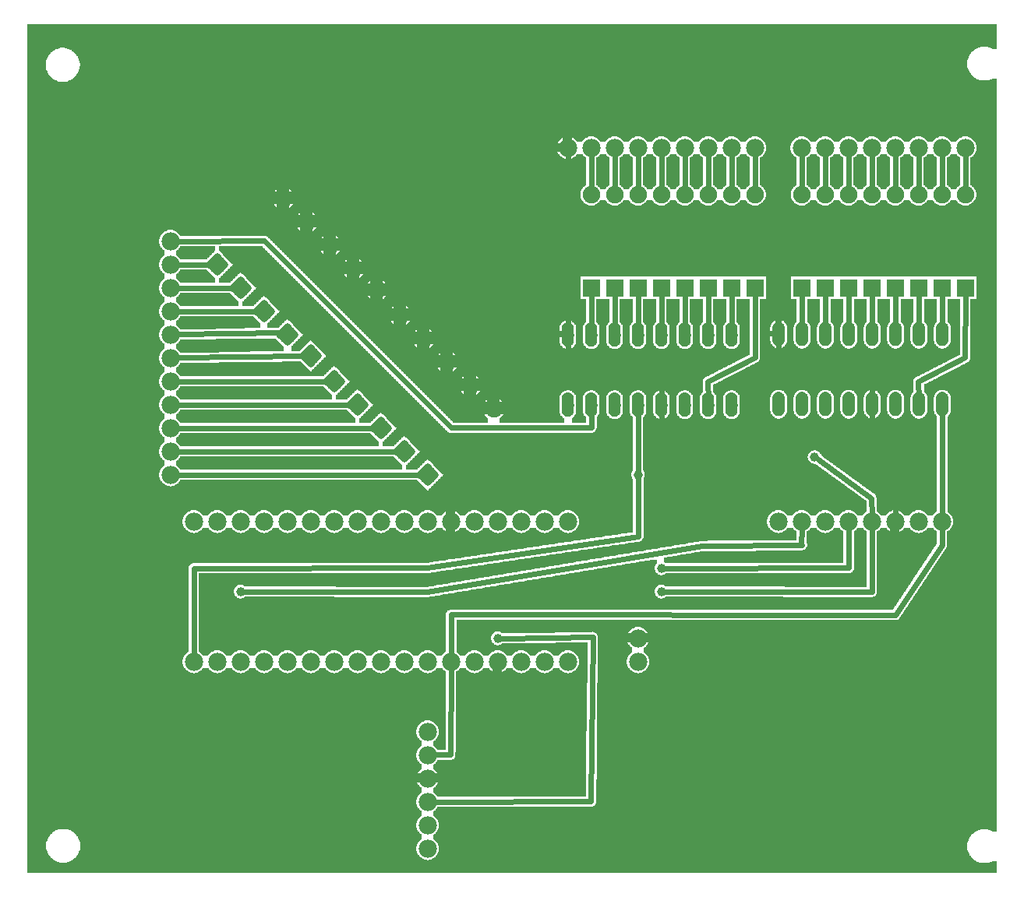
<source format=gtl>
G04 MADE WITH FRITZING*
G04 WWW.FRITZING.ORG*
G04 DOUBLE SIDED*
G04 HOLES PLATED*
G04 CONTOUR ON CENTER OF CONTOUR VECTOR*
%ASAXBY*%
%FSLAX23Y23*%
%MOIN*%
%OFA0B0*%
%SFA1.0B1.0*%
%ADD10C,0.075000*%
%ADD11C,0.078000*%
%ADD12C,0.039370*%
%ADD13C,0.052000*%
%ADD14R,0.075000X0.075000*%
%ADD15C,0.024000*%
%ADD16C,0.020000*%
%ADD17R,0.001000X0.001000*%
%LNCOPPER1*%
G90*
G70*
G54D10*
X3454Y1434D03*
X344Y3518D03*
G54D11*
X3153Y3144D03*
X3053Y3144D03*
X2953Y3144D03*
X2853Y3144D03*
X2753Y3144D03*
X2653Y3144D03*
X2553Y3144D03*
X2453Y3144D03*
X2353Y3144D03*
X653Y1744D03*
X653Y1844D03*
X653Y1944D03*
X653Y2044D03*
X653Y2144D03*
X653Y2244D03*
X653Y2344D03*
X653Y2444D03*
X653Y2544D03*
X653Y2644D03*
X653Y2744D03*
X753Y944D03*
X853Y944D03*
X953Y944D03*
X1053Y944D03*
X1153Y944D03*
X1253Y944D03*
X1353Y944D03*
X1453Y944D03*
X1553Y944D03*
X1653Y944D03*
X1753Y944D03*
X1853Y944D03*
X1953Y944D03*
X2053Y944D03*
X2153Y944D03*
X2253Y944D03*
X2353Y944D03*
X753Y1544D03*
X853Y1544D03*
X953Y1544D03*
X1053Y1544D03*
X1153Y1544D03*
X1253Y1544D03*
X1353Y1544D03*
X1453Y1544D03*
X1553Y1544D03*
X1653Y1544D03*
X1753Y1544D03*
X1853Y1544D03*
X1953Y1544D03*
X2053Y1544D03*
X2153Y1544D03*
X2253Y1544D03*
X2353Y1544D03*
G54D12*
X3408Y1820D03*
G54D13*
X3955Y2347D03*
X3855Y2347D03*
X3755Y2347D03*
X3655Y2347D03*
X3555Y2347D03*
X3455Y2347D03*
X3355Y2347D03*
X3255Y2347D03*
X3255Y2047D03*
X3355Y2047D03*
X3455Y2047D03*
X3555Y2047D03*
X3655Y2047D03*
X3755Y2047D03*
X3855Y2047D03*
X3955Y2047D03*
X3955Y2347D03*
X3855Y2347D03*
X3755Y2347D03*
X3655Y2347D03*
X3555Y2347D03*
X3455Y2347D03*
X3355Y2347D03*
X3255Y2347D03*
X3255Y2047D03*
X3355Y2047D03*
X3455Y2047D03*
X3555Y2047D03*
X3655Y2047D03*
X3755Y2047D03*
X3855Y2047D03*
X3955Y2047D03*
X3053Y2344D03*
X2953Y2344D03*
X2853Y2344D03*
X2753Y2344D03*
X2653Y2344D03*
X2553Y2344D03*
X2453Y2344D03*
X2353Y2344D03*
X2353Y2044D03*
X2453Y2044D03*
X2553Y2044D03*
X2653Y2044D03*
X2753Y2044D03*
X2853Y2044D03*
X2953Y2044D03*
X3053Y2044D03*
X3053Y2344D03*
X2953Y2344D03*
X2853Y2344D03*
X2753Y2344D03*
X2653Y2344D03*
X2553Y2344D03*
X2453Y2344D03*
X2353Y2344D03*
X2353Y2044D03*
X2453Y2044D03*
X2553Y2044D03*
X2653Y2044D03*
X2753Y2044D03*
X2853Y2044D03*
X2953Y2044D03*
X3053Y2044D03*
G54D11*
X1753Y644D03*
X1753Y544D03*
X1753Y444D03*
X1753Y344D03*
X1753Y244D03*
X1753Y144D03*
X2653Y1044D03*
X2653Y944D03*
G54D10*
X2553Y2544D03*
X2553Y2944D03*
X2953Y2544D03*
X2953Y2944D03*
X953Y2544D03*
X1236Y2827D03*
X1153Y2344D03*
X1436Y2627D03*
X1053Y2444D03*
X1336Y2727D03*
G54D12*
X953Y1244D03*
G54D10*
X3053Y2544D03*
X3053Y2944D03*
X2853Y2544D03*
X2853Y2944D03*
G54D12*
X2753Y1344D03*
G54D10*
X1253Y2253D03*
X1536Y2536D03*
X3153Y2544D03*
X3153Y2944D03*
X2653Y2544D03*
X2653Y2944D03*
G54D12*
X2753Y1244D03*
G54D10*
X2753Y2544D03*
X2753Y2944D03*
X2453Y2544D03*
X2453Y2944D03*
G54D12*
X2053Y1044D03*
G54D10*
X853Y2644D03*
X1136Y2927D03*
X3653Y2544D03*
X3653Y2944D03*
X3553Y2544D03*
X3553Y2944D03*
G54D11*
X3353Y3144D03*
X3453Y3144D03*
X3553Y3144D03*
X3653Y3144D03*
X3753Y3144D03*
X3853Y3144D03*
X3953Y3144D03*
X4053Y3144D03*
G54D10*
X3753Y2544D03*
X3753Y2944D03*
X3953Y2544D03*
X3953Y2944D03*
X4053Y2544D03*
X4053Y2944D03*
X3853Y2544D03*
X3853Y2944D03*
X1353Y2144D03*
X1636Y2427D03*
G54D11*
X3253Y1544D03*
X3353Y1544D03*
X3453Y1544D03*
X3553Y1544D03*
X3653Y1544D03*
X3753Y1544D03*
X3853Y1544D03*
X3953Y1544D03*
G54D10*
X1453Y2044D03*
X1736Y2327D03*
X1553Y1944D03*
X1836Y2227D03*
X1653Y1844D03*
X1936Y2127D03*
X3453Y2544D03*
X3453Y2944D03*
X1753Y1744D03*
X2036Y2027D03*
X3353Y2544D03*
X3353Y2944D03*
G54D12*
X2653Y1744D03*
G54D14*
X2553Y2544D03*
X2953Y2544D03*
X3053Y2544D03*
X2853Y2544D03*
X3153Y2544D03*
X2653Y2544D03*
X2753Y2544D03*
X2453Y2544D03*
X3653Y2544D03*
X3553Y2544D03*
X3753Y2544D03*
X3953Y2544D03*
X4053Y2544D03*
X3853Y2544D03*
X3453Y2544D03*
X3353Y2544D03*
G54D15*
X3053Y2973D02*
X3053Y3114D01*
D02*
X2953Y2973D02*
X2953Y3114D01*
D02*
X2853Y2973D02*
X2853Y3114D01*
D02*
X2753Y2973D02*
X2753Y3114D01*
D02*
X2653Y2973D02*
X2653Y3114D01*
D02*
X2553Y2973D02*
X2553Y3114D01*
D02*
X2453Y2973D02*
X2453Y3114D01*
D02*
X2353Y2371D02*
X2353Y3114D01*
D02*
X3153Y2973D02*
X3153Y3114D01*
D02*
X1054Y2745D02*
X1854Y1945D01*
D02*
X683Y2744D02*
X1054Y2745D01*
D02*
X1154Y2352D02*
X1158Y2372D01*
D02*
X3252Y2242D02*
X3254Y2320D01*
D02*
X3652Y2143D02*
X3252Y2242D01*
D02*
X3654Y2074D02*
X3652Y2143D01*
D02*
X1853Y1145D02*
X1853Y974D01*
D02*
X1851Y546D02*
X1853Y914D01*
D02*
X1783Y545D02*
X1851Y546D01*
D02*
X2654Y1480D02*
X2653Y1725D01*
D02*
X1752Y1346D02*
X2654Y1480D01*
D02*
X753Y1344D02*
X1752Y1346D01*
D02*
X753Y974D02*
X753Y1344D01*
D02*
X3651Y1644D02*
X3424Y1809D01*
D02*
X3653Y1574D02*
X3651Y1644D01*
D02*
X1324Y2144D02*
X683Y2144D01*
D02*
X1224Y2253D02*
X683Y2245D01*
D02*
X1126Y2352D02*
X683Y2345D01*
D02*
X1024Y2444D02*
X683Y2444D01*
D02*
X924Y2544D02*
X683Y2544D01*
D02*
X824Y2644D02*
X683Y2644D01*
D02*
X3353Y3114D02*
X3353Y2973D01*
D02*
X4052Y2245D02*
X4053Y2516D01*
D02*
X3853Y2516D02*
X3855Y2374D01*
D02*
X3955Y2374D02*
X3953Y2516D01*
D02*
X3852Y2143D02*
X4052Y2245D01*
D02*
X3854Y2074D02*
X3852Y2143D01*
D02*
X4053Y3114D02*
X4053Y2973D01*
D02*
X3953Y3114D02*
X3953Y2973D01*
D02*
X3853Y3114D02*
X3853Y2973D01*
D02*
X3753Y3114D02*
X3753Y2973D01*
D02*
X3653Y3114D02*
X3653Y2973D01*
D02*
X3553Y3114D02*
X3553Y2973D01*
D02*
X3453Y3114D02*
X3453Y2973D01*
D02*
X3659Y1890D02*
X3655Y2020D01*
D02*
X3353Y2516D02*
X3355Y2374D01*
D02*
X3453Y2516D02*
X3455Y2374D01*
D02*
X3553Y2516D02*
X3555Y2374D01*
D02*
X3653Y2516D02*
X3655Y2374D01*
D02*
X3753Y2516D02*
X3755Y2374D01*
D02*
X2755Y2143D02*
X2352Y2243D01*
D02*
X2352Y2243D02*
X2353Y2317D01*
D02*
X2754Y1945D02*
X2832Y1887D01*
D02*
X2832Y1887D02*
X3659Y1890D01*
D02*
X2553Y2371D02*
X2553Y2516D01*
D02*
X2453Y2371D02*
X2453Y2516D01*
D02*
X2753Y2017D02*
X2754Y1945D01*
D02*
X2753Y2071D02*
X2755Y2143D01*
D02*
X3153Y2246D02*
X3153Y2516D01*
D02*
X1624Y1844D02*
X683Y1844D01*
D02*
X1524Y1944D02*
X683Y1944D01*
D02*
X1424Y2044D02*
X683Y2044D01*
D02*
X2952Y2143D02*
X3153Y2246D01*
D02*
X2953Y2071D02*
X2952Y2143D01*
D02*
X3053Y2371D02*
X3053Y2516D01*
D02*
X2953Y2371D02*
X2953Y2516D01*
D02*
X2853Y2371D02*
X2853Y2516D01*
D02*
X2753Y2371D02*
X2753Y2516D01*
D02*
X2653Y2371D02*
X2653Y2516D01*
D02*
X2653Y1763D02*
X2653Y2017D01*
D02*
X1724Y1744D02*
X683Y1744D01*
D02*
X3752Y1644D02*
X3753Y1574D01*
D02*
X3659Y1890D02*
X3752Y1644D01*
D02*
X2453Y1946D02*
X2453Y2017D01*
D02*
X1854Y1945D02*
X2453Y1946D01*
D02*
X3352Y1445D02*
X3353Y1514D01*
D02*
X3555Y1346D02*
X3553Y1514D01*
D02*
X2772Y1344D02*
X3555Y1346D01*
D02*
X3354Y1443D02*
X3352Y1445D01*
D02*
X1752Y1242D02*
X2927Y1439D01*
D02*
X2927Y1439D02*
X3354Y1443D01*
D02*
X972Y1244D02*
X1752Y1242D01*
D02*
X3953Y1574D02*
X3955Y2020D01*
D02*
X2452Y345D02*
X1783Y344D01*
D02*
X3653Y1243D02*
X3653Y1514D01*
D02*
X2772Y1244D02*
X3653Y1243D01*
D02*
X2459Y1049D02*
X2072Y1044D01*
D02*
X2452Y345D02*
X2459Y1049D01*
D02*
X3953Y1443D02*
X3953Y1514D01*
D02*
X3754Y1144D02*
X3953Y1443D01*
D02*
X1853Y1145D02*
X3754Y1144D01*
G36*
X2492Y3118D02*
X2492Y3116D01*
X2490Y3116D01*
X2490Y3112D01*
X2488Y3112D01*
X2488Y3110D01*
X2486Y3110D01*
X2486Y3108D01*
X2482Y3108D01*
X2482Y3106D01*
X2480Y3106D01*
X2480Y3104D01*
X2478Y3104D01*
X2478Y3102D01*
X2474Y3102D01*
X2474Y2984D01*
X2478Y2984D01*
X2478Y2982D01*
X2480Y2982D01*
X2480Y2980D01*
X2482Y2980D01*
X2482Y2978D01*
X2484Y2978D01*
X2484Y2976D01*
X2486Y2976D01*
X2486Y2974D01*
X2488Y2974D01*
X2488Y2972D01*
X2490Y2972D01*
X2490Y2970D01*
X2492Y2970D01*
X2492Y2968D01*
X2514Y2968D01*
X2514Y2970D01*
X2516Y2970D01*
X2516Y2972D01*
X2518Y2972D01*
X2518Y2976D01*
X2520Y2976D01*
X2520Y2978D01*
X2524Y2978D01*
X2524Y2980D01*
X2526Y2980D01*
X2526Y2982D01*
X2528Y2982D01*
X2528Y2984D01*
X2530Y2984D01*
X2530Y3102D01*
X2528Y3102D01*
X2528Y3104D01*
X2526Y3104D01*
X2526Y3106D01*
X2522Y3106D01*
X2522Y3108D01*
X2520Y3108D01*
X2520Y3110D01*
X2518Y3110D01*
X2518Y3112D01*
X2516Y3112D01*
X2516Y3116D01*
X2514Y3116D01*
X2514Y3118D01*
X2492Y3118D01*
G37*
D02*
G36*
X2592Y3118D02*
X2592Y3116D01*
X2590Y3116D01*
X2590Y3112D01*
X2588Y3112D01*
X2588Y3110D01*
X2586Y3110D01*
X2586Y3108D01*
X2582Y3108D01*
X2582Y3106D01*
X2580Y3106D01*
X2580Y3104D01*
X2578Y3104D01*
X2578Y3102D01*
X2574Y3102D01*
X2574Y2984D01*
X2578Y2984D01*
X2578Y2982D01*
X2580Y2982D01*
X2580Y2980D01*
X2582Y2980D01*
X2582Y2978D01*
X2584Y2978D01*
X2584Y2976D01*
X2586Y2976D01*
X2586Y2974D01*
X2588Y2974D01*
X2588Y2972D01*
X2590Y2972D01*
X2590Y2970D01*
X2592Y2970D01*
X2592Y2968D01*
X2614Y2968D01*
X2614Y2970D01*
X2616Y2970D01*
X2616Y2972D01*
X2618Y2972D01*
X2618Y2976D01*
X2620Y2976D01*
X2620Y2978D01*
X2624Y2978D01*
X2624Y2980D01*
X2626Y2980D01*
X2626Y2982D01*
X2628Y2982D01*
X2628Y2984D01*
X2630Y2984D01*
X2630Y3102D01*
X2628Y3102D01*
X2628Y3104D01*
X2626Y3104D01*
X2626Y3106D01*
X2622Y3106D01*
X2622Y3108D01*
X2620Y3108D01*
X2620Y3110D01*
X2618Y3110D01*
X2618Y3112D01*
X2616Y3112D01*
X2616Y3116D01*
X2614Y3116D01*
X2614Y3118D01*
X2592Y3118D01*
G37*
D02*
G36*
X2692Y3118D02*
X2692Y3116D01*
X2690Y3116D01*
X2690Y3112D01*
X2688Y3112D01*
X2688Y3110D01*
X2686Y3110D01*
X2686Y3108D01*
X2682Y3108D01*
X2682Y3106D01*
X2680Y3106D01*
X2680Y3104D01*
X2678Y3104D01*
X2678Y3102D01*
X2674Y3102D01*
X2674Y2984D01*
X2678Y2984D01*
X2678Y2982D01*
X2680Y2982D01*
X2680Y2980D01*
X2682Y2980D01*
X2682Y2978D01*
X2684Y2978D01*
X2684Y2976D01*
X2686Y2976D01*
X2686Y2974D01*
X2688Y2974D01*
X2688Y2972D01*
X2690Y2972D01*
X2690Y2970D01*
X2692Y2970D01*
X2692Y2968D01*
X2714Y2968D01*
X2714Y2970D01*
X2716Y2970D01*
X2716Y2972D01*
X2718Y2972D01*
X2718Y2976D01*
X2720Y2976D01*
X2720Y2978D01*
X2724Y2978D01*
X2724Y2980D01*
X2726Y2980D01*
X2726Y2982D01*
X2728Y2982D01*
X2728Y2984D01*
X2730Y2984D01*
X2730Y3102D01*
X2728Y3102D01*
X2728Y3104D01*
X2726Y3104D01*
X2726Y3106D01*
X2722Y3106D01*
X2722Y3108D01*
X2720Y3108D01*
X2720Y3110D01*
X2718Y3110D01*
X2718Y3112D01*
X2716Y3112D01*
X2716Y3116D01*
X2714Y3116D01*
X2714Y3118D01*
X2692Y3118D01*
G37*
D02*
G36*
X2792Y3118D02*
X2792Y3116D01*
X2790Y3116D01*
X2790Y3112D01*
X2788Y3112D01*
X2788Y3110D01*
X2786Y3110D01*
X2786Y3108D01*
X2782Y3108D01*
X2782Y3106D01*
X2780Y3106D01*
X2780Y3104D01*
X2778Y3104D01*
X2778Y3102D01*
X2774Y3102D01*
X2774Y2984D01*
X2778Y2984D01*
X2778Y2982D01*
X2780Y2982D01*
X2780Y2980D01*
X2782Y2980D01*
X2782Y2978D01*
X2784Y2978D01*
X2784Y2976D01*
X2786Y2976D01*
X2786Y2974D01*
X2788Y2974D01*
X2788Y2972D01*
X2790Y2972D01*
X2790Y2970D01*
X2792Y2970D01*
X2792Y2968D01*
X2814Y2968D01*
X2814Y2970D01*
X2816Y2970D01*
X2816Y2972D01*
X2818Y2972D01*
X2818Y2976D01*
X2820Y2976D01*
X2820Y2978D01*
X2824Y2978D01*
X2824Y2980D01*
X2826Y2980D01*
X2826Y2982D01*
X2828Y2982D01*
X2828Y2984D01*
X2830Y2984D01*
X2830Y3102D01*
X2828Y3102D01*
X2828Y3104D01*
X2826Y3104D01*
X2826Y3106D01*
X2822Y3106D01*
X2822Y3108D01*
X2820Y3108D01*
X2820Y3110D01*
X2818Y3110D01*
X2818Y3112D01*
X2816Y3112D01*
X2816Y3116D01*
X2814Y3116D01*
X2814Y3118D01*
X2792Y3118D01*
G37*
D02*
G36*
X2892Y3118D02*
X2892Y3116D01*
X2890Y3116D01*
X2890Y3112D01*
X2888Y3112D01*
X2888Y3110D01*
X2886Y3110D01*
X2886Y3108D01*
X2882Y3108D01*
X2882Y3106D01*
X2880Y3106D01*
X2880Y3104D01*
X2878Y3104D01*
X2878Y3102D01*
X2874Y3102D01*
X2874Y2984D01*
X2878Y2984D01*
X2878Y2982D01*
X2880Y2982D01*
X2880Y2980D01*
X2882Y2980D01*
X2882Y2978D01*
X2884Y2978D01*
X2884Y2976D01*
X2886Y2976D01*
X2886Y2974D01*
X2888Y2974D01*
X2888Y2972D01*
X2890Y2972D01*
X2890Y2970D01*
X2892Y2970D01*
X2892Y2968D01*
X2914Y2968D01*
X2914Y2970D01*
X2916Y2970D01*
X2916Y2972D01*
X2918Y2972D01*
X2918Y2976D01*
X2920Y2976D01*
X2920Y2978D01*
X2924Y2978D01*
X2924Y2980D01*
X2926Y2980D01*
X2926Y2982D01*
X2928Y2982D01*
X2928Y2984D01*
X2930Y2984D01*
X2930Y3102D01*
X2928Y3102D01*
X2928Y3104D01*
X2926Y3104D01*
X2926Y3106D01*
X2922Y3106D01*
X2922Y3108D01*
X2920Y3108D01*
X2920Y3110D01*
X2918Y3110D01*
X2918Y3112D01*
X2916Y3112D01*
X2916Y3116D01*
X2914Y3116D01*
X2914Y3118D01*
X2892Y3118D01*
G37*
D02*
G36*
X2992Y3118D02*
X2992Y3116D01*
X2990Y3116D01*
X2990Y3112D01*
X2988Y3112D01*
X2988Y3110D01*
X2986Y3110D01*
X2986Y3108D01*
X2982Y3108D01*
X2982Y3106D01*
X2980Y3106D01*
X2980Y3104D01*
X2978Y3104D01*
X2978Y3102D01*
X2974Y3102D01*
X2974Y2984D01*
X2978Y2984D01*
X2978Y2982D01*
X2980Y2982D01*
X2980Y2980D01*
X2982Y2980D01*
X2982Y2978D01*
X2984Y2978D01*
X2984Y2976D01*
X2986Y2976D01*
X2986Y2974D01*
X2988Y2974D01*
X2988Y2972D01*
X2990Y2972D01*
X2990Y2970D01*
X2992Y2970D01*
X2992Y2968D01*
X3014Y2968D01*
X3014Y2970D01*
X3016Y2970D01*
X3016Y2972D01*
X3018Y2972D01*
X3018Y2976D01*
X3020Y2976D01*
X3020Y2978D01*
X3024Y2978D01*
X3024Y2980D01*
X3026Y2980D01*
X3026Y2982D01*
X3028Y2982D01*
X3028Y2984D01*
X3030Y2984D01*
X3030Y3102D01*
X3028Y3102D01*
X3028Y3104D01*
X3026Y3104D01*
X3026Y3106D01*
X3022Y3106D01*
X3022Y3108D01*
X3020Y3108D01*
X3020Y3110D01*
X3018Y3110D01*
X3018Y3112D01*
X3016Y3112D01*
X3016Y3116D01*
X3014Y3116D01*
X3014Y3118D01*
X2992Y3118D01*
G37*
D02*
G36*
X3092Y3118D02*
X3092Y3116D01*
X3090Y3116D01*
X3090Y3112D01*
X3088Y3112D01*
X3088Y3110D01*
X3086Y3110D01*
X3086Y3108D01*
X3082Y3108D01*
X3082Y3106D01*
X3080Y3106D01*
X3080Y3104D01*
X3078Y3104D01*
X3078Y3102D01*
X3074Y3102D01*
X3074Y2984D01*
X3078Y2984D01*
X3078Y2982D01*
X3080Y2982D01*
X3080Y2980D01*
X3082Y2980D01*
X3082Y2978D01*
X3084Y2978D01*
X3084Y2976D01*
X3086Y2976D01*
X3086Y2974D01*
X3088Y2974D01*
X3088Y2972D01*
X3090Y2972D01*
X3090Y2970D01*
X3092Y2970D01*
X3092Y2968D01*
X3114Y2968D01*
X3114Y2970D01*
X3116Y2970D01*
X3116Y2972D01*
X3118Y2972D01*
X3118Y2976D01*
X3120Y2976D01*
X3120Y2978D01*
X3124Y2978D01*
X3124Y2980D01*
X3126Y2980D01*
X3126Y2982D01*
X3128Y2982D01*
X3128Y2984D01*
X3130Y2984D01*
X3130Y3102D01*
X3128Y3102D01*
X3128Y3104D01*
X3126Y3104D01*
X3126Y3106D01*
X3122Y3106D01*
X3122Y3108D01*
X3120Y3108D01*
X3120Y3110D01*
X3118Y3110D01*
X3118Y3112D01*
X3116Y3112D01*
X3116Y3116D01*
X3114Y3116D01*
X3114Y3118D01*
X3092Y3118D01*
G37*
D02*
G36*
X3392Y3118D02*
X3392Y3116D01*
X3390Y3116D01*
X3390Y3112D01*
X3388Y3112D01*
X3388Y3110D01*
X3386Y3110D01*
X3386Y3108D01*
X3382Y3108D01*
X3382Y3106D01*
X3380Y3106D01*
X3380Y3104D01*
X3378Y3104D01*
X3378Y3102D01*
X3374Y3102D01*
X3374Y2984D01*
X3378Y2984D01*
X3378Y2982D01*
X3380Y2982D01*
X3380Y2980D01*
X3382Y2980D01*
X3382Y2978D01*
X3384Y2978D01*
X3384Y2976D01*
X3386Y2976D01*
X3386Y2974D01*
X3388Y2974D01*
X3388Y2972D01*
X3390Y2972D01*
X3390Y2970D01*
X3392Y2970D01*
X3392Y2968D01*
X3414Y2968D01*
X3414Y2970D01*
X3416Y2970D01*
X3416Y2972D01*
X3418Y2972D01*
X3418Y2976D01*
X3420Y2976D01*
X3420Y2978D01*
X3424Y2978D01*
X3424Y2980D01*
X3426Y2980D01*
X3426Y2982D01*
X3428Y2982D01*
X3428Y2984D01*
X3430Y2984D01*
X3430Y3102D01*
X3428Y3102D01*
X3428Y3104D01*
X3426Y3104D01*
X3426Y3106D01*
X3422Y3106D01*
X3422Y3108D01*
X3420Y3108D01*
X3420Y3110D01*
X3418Y3110D01*
X3418Y3112D01*
X3416Y3112D01*
X3416Y3116D01*
X3414Y3116D01*
X3414Y3118D01*
X3392Y3118D01*
G37*
D02*
G36*
X3492Y3118D02*
X3492Y3116D01*
X3490Y3116D01*
X3490Y3112D01*
X3488Y3112D01*
X3488Y3110D01*
X3486Y3110D01*
X3486Y3108D01*
X3482Y3108D01*
X3482Y3106D01*
X3480Y3106D01*
X3480Y3104D01*
X3478Y3104D01*
X3478Y3102D01*
X3474Y3102D01*
X3474Y2984D01*
X3478Y2984D01*
X3478Y2982D01*
X3480Y2982D01*
X3480Y2980D01*
X3482Y2980D01*
X3482Y2978D01*
X3484Y2978D01*
X3484Y2976D01*
X3486Y2976D01*
X3486Y2974D01*
X3488Y2974D01*
X3488Y2972D01*
X3490Y2972D01*
X3490Y2970D01*
X3492Y2970D01*
X3492Y2968D01*
X3514Y2968D01*
X3514Y2970D01*
X3516Y2970D01*
X3516Y2972D01*
X3518Y2972D01*
X3518Y2976D01*
X3520Y2976D01*
X3520Y2978D01*
X3524Y2978D01*
X3524Y2980D01*
X3526Y2980D01*
X3526Y2982D01*
X3528Y2982D01*
X3528Y2984D01*
X3530Y2984D01*
X3530Y3102D01*
X3528Y3102D01*
X3528Y3104D01*
X3526Y3104D01*
X3526Y3106D01*
X3522Y3106D01*
X3522Y3108D01*
X3520Y3108D01*
X3520Y3110D01*
X3518Y3110D01*
X3518Y3112D01*
X3516Y3112D01*
X3516Y3116D01*
X3514Y3116D01*
X3514Y3118D01*
X3492Y3118D01*
G37*
D02*
G36*
X3592Y3118D02*
X3592Y3116D01*
X3590Y3116D01*
X3590Y3112D01*
X3588Y3112D01*
X3588Y3110D01*
X3586Y3110D01*
X3586Y3108D01*
X3582Y3108D01*
X3582Y3106D01*
X3580Y3106D01*
X3580Y3104D01*
X3578Y3104D01*
X3578Y3102D01*
X3574Y3102D01*
X3574Y2984D01*
X3578Y2984D01*
X3578Y2982D01*
X3580Y2982D01*
X3580Y2980D01*
X3582Y2980D01*
X3582Y2978D01*
X3584Y2978D01*
X3584Y2976D01*
X3586Y2976D01*
X3586Y2974D01*
X3588Y2974D01*
X3588Y2972D01*
X3590Y2972D01*
X3590Y2970D01*
X3592Y2970D01*
X3592Y2968D01*
X3614Y2968D01*
X3614Y2970D01*
X3616Y2970D01*
X3616Y2972D01*
X3618Y2972D01*
X3618Y2976D01*
X3620Y2976D01*
X3620Y2978D01*
X3624Y2978D01*
X3624Y2980D01*
X3626Y2980D01*
X3626Y2982D01*
X3628Y2982D01*
X3628Y2984D01*
X3630Y2984D01*
X3630Y3102D01*
X3628Y3102D01*
X3628Y3104D01*
X3626Y3104D01*
X3626Y3106D01*
X3622Y3106D01*
X3622Y3108D01*
X3620Y3108D01*
X3620Y3110D01*
X3618Y3110D01*
X3618Y3112D01*
X3616Y3112D01*
X3616Y3116D01*
X3614Y3116D01*
X3614Y3118D01*
X3592Y3118D01*
G37*
D02*
G36*
X3692Y3118D02*
X3692Y3116D01*
X3690Y3116D01*
X3690Y3112D01*
X3688Y3112D01*
X3688Y3110D01*
X3686Y3110D01*
X3686Y3108D01*
X3682Y3108D01*
X3682Y3106D01*
X3680Y3106D01*
X3680Y3104D01*
X3678Y3104D01*
X3678Y3102D01*
X3674Y3102D01*
X3674Y2984D01*
X3678Y2984D01*
X3678Y2982D01*
X3680Y2982D01*
X3680Y2980D01*
X3682Y2980D01*
X3682Y2978D01*
X3684Y2978D01*
X3684Y2976D01*
X3686Y2976D01*
X3686Y2974D01*
X3688Y2974D01*
X3688Y2972D01*
X3690Y2972D01*
X3690Y2970D01*
X3692Y2970D01*
X3692Y2968D01*
X3714Y2968D01*
X3714Y2970D01*
X3716Y2970D01*
X3716Y2972D01*
X3718Y2972D01*
X3718Y2976D01*
X3720Y2976D01*
X3720Y2978D01*
X3724Y2978D01*
X3724Y2980D01*
X3726Y2980D01*
X3726Y2982D01*
X3728Y2982D01*
X3728Y2984D01*
X3730Y2984D01*
X3730Y3102D01*
X3728Y3102D01*
X3728Y3104D01*
X3726Y3104D01*
X3726Y3106D01*
X3722Y3106D01*
X3722Y3108D01*
X3720Y3108D01*
X3720Y3110D01*
X3718Y3110D01*
X3718Y3112D01*
X3716Y3112D01*
X3716Y3116D01*
X3714Y3116D01*
X3714Y3118D01*
X3692Y3118D01*
G37*
D02*
G36*
X3792Y3118D02*
X3792Y3116D01*
X3790Y3116D01*
X3790Y3112D01*
X3788Y3112D01*
X3788Y3110D01*
X3786Y3110D01*
X3786Y3108D01*
X3782Y3108D01*
X3782Y3106D01*
X3780Y3106D01*
X3780Y3104D01*
X3778Y3104D01*
X3778Y3102D01*
X3774Y3102D01*
X3774Y2984D01*
X3778Y2984D01*
X3778Y2982D01*
X3780Y2982D01*
X3780Y2980D01*
X3782Y2980D01*
X3782Y2978D01*
X3784Y2978D01*
X3784Y2976D01*
X3786Y2976D01*
X3786Y2974D01*
X3788Y2974D01*
X3788Y2972D01*
X3790Y2972D01*
X3790Y2970D01*
X3792Y2970D01*
X3792Y2968D01*
X3814Y2968D01*
X3814Y2970D01*
X3816Y2970D01*
X3816Y2972D01*
X3818Y2972D01*
X3818Y2976D01*
X3820Y2976D01*
X3820Y2978D01*
X3824Y2978D01*
X3824Y2980D01*
X3826Y2980D01*
X3826Y2982D01*
X3828Y2982D01*
X3828Y2984D01*
X3830Y2984D01*
X3830Y3102D01*
X3828Y3102D01*
X3828Y3104D01*
X3826Y3104D01*
X3826Y3106D01*
X3822Y3106D01*
X3822Y3108D01*
X3820Y3108D01*
X3820Y3110D01*
X3818Y3110D01*
X3818Y3112D01*
X3816Y3112D01*
X3816Y3116D01*
X3814Y3116D01*
X3814Y3118D01*
X3792Y3118D01*
G37*
D02*
G36*
X3892Y3118D02*
X3892Y3116D01*
X3890Y3116D01*
X3890Y3112D01*
X3888Y3112D01*
X3888Y3110D01*
X3886Y3110D01*
X3886Y3108D01*
X3882Y3108D01*
X3882Y3106D01*
X3880Y3106D01*
X3880Y3104D01*
X3878Y3104D01*
X3878Y3102D01*
X3874Y3102D01*
X3874Y2984D01*
X3878Y2984D01*
X3878Y2982D01*
X3880Y2982D01*
X3880Y2980D01*
X3882Y2980D01*
X3882Y2978D01*
X3884Y2978D01*
X3884Y2976D01*
X3886Y2976D01*
X3886Y2974D01*
X3888Y2974D01*
X3888Y2972D01*
X3890Y2972D01*
X3890Y2970D01*
X3892Y2970D01*
X3892Y2968D01*
X3914Y2968D01*
X3914Y2970D01*
X3916Y2970D01*
X3916Y2972D01*
X3918Y2972D01*
X3918Y2976D01*
X3920Y2976D01*
X3920Y2978D01*
X3924Y2978D01*
X3924Y2980D01*
X3926Y2980D01*
X3926Y2982D01*
X3928Y2982D01*
X3928Y2984D01*
X3930Y2984D01*
X3930Y3102D01*
X3928Y3102D01*
X3928Y3104D01*
X3926Y3104D01*
X3926Y3106D01*
X3922Y3106D01*
X3922Y3108D01*
X3920Y3108D01*
X3920Y3110D01*
X3918Y3110D01*
X3918Y3112D01*
X3916Y3112D01*
X3916Y3116D01*
X3914Y3116D01*
X3914Y3118D01*
X3892Y3118D01*
G37*
D02*
G36*
X3992Y3118D02*
X3992Y3116D01*
X3990Y3116D01*
X3990Y3112D01*
X3988Y3112D01*
X3988Y3110D01*
X3986Y3110D01*
X3986Y3108D01*
X3982Y3108D01*
X3982Y3106D01*
X3980Y3106D01*
X3980Y3104D01*
X3978Y3104D01*
X3978Y3102D01*
X3974Y3102D01*
X3974Y2984D01*
X3978Y2984D01*
X3978Y2982D01*
X3980Y2982D01*
X3980Y2980D01*
X3982Y2980D01*
X3982Y2978D01*
X3984Y2978D01*
X3984Y2976D01*
X3986Y2976D01*
X3986Y2974D01*
X3988Y2974D01*
X3988Y2972D01*
X3990Y2972D01*
X3990Y2970D01*
X3992Y2970D01*
X3992Y2968D01*
X4014Y2968D01*
X4014Y2970D01*
X4016Y2970D01*
X4016Y2972D01*
X4018Y2972D01*
X4018Y2976D01*
X4020Y2976D01*
X4020Y2978D01*
X4024Y2978D01*
X4024Y2980D01*
X4026Y2980D01*
X4026Y2982D01*
X4028Y2982D01*
X4028Y2984D01*
X4030Y2984D01*
X4030Y3102D01*
X4028Y3102D01*
X4028Y3104D01*
X4026Y3104D01*
X4026Y3106D01*
X4022Y3106D01*
X4022Y3108D01*
X4020Y3108D01*
X4020Y3110D01*
X4018Y3110D01*
X4018Y3112D01*
X4016Y3112D01*
X4016Y3116D01*
X4014Y3116D01*
X4014Y3118D01*
X3992Y3118D01*
G37*
D02*
G36*
X694Y2722D02*
X694Y2718D01*
X692Y2718D01*
X692Y2716D01*
X690Y2716D01*
X690Y2712D01*
X688Y2712D01*
X688Y2710D01*
X686Y2710D01*
X686Y2708D01*
X682Y2708D01*
X682Y2706D01*
X680Y2706D01*
X680Y2704D01*
X678Y2704D01*
X678Y2684D01*
X680Y2684D01*
X680Y2682D01*
X682Y2682D01*
X682Y2680D01*
X684Y2680D01*
X684Y2678D01*
X688Y2678D01*
X688Y2674D01*
X690Y2674D01*
X690Y2672D01*
X692Y2672D01*
X692Y2670D01*
X694Y2670D01*
X694Y2666D01*
X808Y2666D01*
X808Y2668D01*
X810Y2668D01*
X810Y2670D01*
X812Y2670D01*
X812Y2672D01*
X814Y2672D01*
X814Y2674D01*
X816Y2674D01*
X816Y2676D01*
X818Y2676D01*
X818Y2678D01*
X820Y2678D01*
X820Y2680D01*
X822Y2680D01*
X822Y2682D01*
X824Y2682D01*
X824Y2684D01*
X826Y2684D01*
X826Y2686D01*
X828Y2686D01*
X828Y2688D01*
X830Y2688D01*
X830Y2690D01*
X832Y2690D01*
X832Y2692D01*
X834Y2692D01*
X834Y2694D01*
X836Y2694D01*
X836Y2696D01*
X838Y2696D01*
X838Y2698D01*
X840Y2698D01*
X840Y2700D01*
X842Y2700D01*
X842Y2702D01*
X844Y2702D01*
X844Y2722D01*
X694Y2722D01*
G37*
D02*
G36*
X694Y2622D02*
X694Y2618D01*
X692Y2618D01*
X692Y2616D01*
X690Y2616D01*
X690Y2612D01*
X688Y2612D01*
X688Y2610D01*
X686Y2610D01*
X686Y2608D01*
X682Y2608D01*
X682Y2606D01*
X680Y2606D01*
X680Y2604D01*
X678Y2604D01*
X678Y2584D01*
X680Y2584D01*
X680Y2582D01*
X682Y2582D01*
X682Y2580D01*
X684Y2580D01*
X684Y2578D01*
X688Y2578D01*
X688Y2574D01*
X690Y2574D01*
X690Y2572D01*
X692Y2572D01*
X692Y2570D01*
X694Y2570D01*
X694Y2566D01*
X844Y2566D01*
X844Y2586D01*
X842Y2586D01*
X842Y2588D01*
X840Y2588D01*
X840Y2590D01*
X838Y2590D01*
X838Y2592D01*
X836Y2592D01*
X836Y2594D01*
X834Y2594D01*
X834Y2596D01*
X832Y2596D01*
X832Y2598D01*
X830Y2598D01*
X830Y2600D01*
X828Y2600D01*
X828Y2602D01*
X826Y2602D01*
X826Y2604D01*
X824Y2604D01*
X824Y2606D01*
X822Y2606D01*
X822Y2608D01*
X820Y2608D01*
X820Y2610D01*
X818Y2610D01*
X818Y2612D01*
X816Y2612D01*
X816Y2614D01*
X814Y2614D01*
X814Y2616D01*
X812Y2616D01*
X812Y2618D01*
X810Y2618D01*
X810Y2620D01*
X808Y2620D01*
X808Y2622D01*
X694Y2622D01*
G37*
D02*
G36*
X694Y2522D02*
X694Y2518D01*
X692Y2518D01*
X692Y2516D01*
X690Y2516D01*
X690Y2512D01*
X688Y2512D01*
X688Y2510D01*
X686Y2510D01*
X686Y2508D01*
X682Y2508D01*
X682Y2506D01*
X680Y2506D01*
X680Y2504D01*
X678Y2504D01*
X678Y2484D01*
X680Y2484D01*
X680Y2482D01*
X682Y2482D01*
X682Y2480D01*
X684Y2480D01*
X684Y2478D01*
X688Y2478D01*
X688Y2474D01*
X690Y2474D01*
X690Y2472D01*
X692Y2472D01*
X692Y2470D01*
X694Y2470D01*
X694Y2466D01*
X944Y2466D01*
X944Y2486D01*
X942Y2486D01*
X942Y2488D01*
X940Y2488D01*
X940Y2490D01*
X938Y2490D01*
X938Y2492D01*
X936Y2492D01*
X936Y2494D01*
X934Y2494D01*
X934Y2496D01*
X932Y2496D01*
X932Y2498D01*
X930Y2498D01*
X930Y2500D01*
X928Y2500D01*
X928Y2502D01*
X926Y2502D01*
X926Y2504D01*
X924Y2504D01*
X924Y2506D01*
X922Y2506D01*
X922Y2508D01*
X920Y2508D01*
X920Y2510D01*
X918Y2510D01*
X918Y2512D01*
X916Y2512D01*
X916Y2514D01*
X914Y2514D01*
X914Y2516D01*
X912Y2516D01*
X912Y2518D01*
X910Y2518D01*
X910Y2520D01*
X908Y2520D01*
X908Y2522D01*
X694Y2522D01*
G37*
D02*
G36*
X694Y2422D02*
X694Y2418D01*
X692Y2418D01*
X692Y2416D01*
X690Y2416D01*
X690Y2412D01*
X688Y2412D01*
X688Y2410D01*
X686Y2410D01*
X686Y2408D01*
X682Y2408D01*
X682Y2406D01*
X680Y2406D01*
X680Y2404D01*
X678Y2404D01*
X678Y2384D01*
X680Y2384D01*
X680Y2382D01*
X682Y2382D01*
X682Y2380D01*
X684Y2380D01*
X684Y2378D01*
X688Y2378D01*
X688Y2374D01*
X690Y2374D01*
X690Y2372D01*
X692Y2372D01*
X692Y2370D01*
X694Y2370D01*
X694Y2366D01*
X722Y2366D01*
X722Y2368D01*
X846Y2368D01*
X846Y2370D01*
X970Y2370D01*
X970Y2372D01*
X1038Y2372D01*
X1038Y2392D01*
X1036Y2392D01*
X1036Y2394D01*
X1034Y2394D01*
X1034Y2396D01*
X1032Y2396D01*
X1032Y2398D01*
X1030Y2398D01*
X1030Y2400D01*
X1028Y2400D01*
X1028Y2402D01*
X1026Y2402D01*
X1026Y2404D01*
X1024Y2404D01*
X1024Y2406D01*
X1022Y2406D01*
X1022Y2408D01*
X1020Y2408D01*
X1020Y2410D01*
X1018Y2410D01*
X1018Y2412D01*
X1016Y2412D01*
X1016Y2414D01*
X1014Y2414D01*
X1014Y2416D01*
X1012Y2416D01*
X1012Y2418D01*
X1010Y2418D01*
X1010Y2420D01*
X1008Y2420D01*
X1008Y2422D01*
X694Y2422D01*
G37*
D02*
G36*
X970Y2328D02*
X970Y2326D01*
X846Y2326D01*
X846Y2324D01*
X722Y2324D01*
X722Y2322D01*
X694Y2322D01*
X694Y2318D01*
X692Y2318D01*
X692Y2316D01*
X690Y2316D01*
X690Y2312D01*
X688Y2312D01*
X688Y2310D01*
X686Y2310D01*
X686Y2308D01*
X682Y2308D01*
X682Y2306D01*
X680Y2306D01*
X680Y2304D01*
X678Y2304D01*
X678Y2284D01*
X680Y2284D01*
X680Y2282D01*
X682Y2282D01*
X682Y2280D01*
X684Y2280D01*
X684Y2278D01*
X688Y2278D01*
X688Y2274D01*
X690Y2274D01*
X690Y2272D01*
X692Y2272D01*
X692Y2270D01*
X694Y2270D01*
X694Y2266D01*
X726Y2266D01*
X726Y2268D01*
X860Y2268D01*
X860Y2270D01*
X994Y2270D01*
X994Y2272D01*
X1128Y2272D01*
X1128Y2274D01*
X1136Y2274D01*
X1136Y2294D01*
X1134Y2294D01*
X1134Y2296D01*
X1132Y2296D01*
X1132Y2298D01*
X1130Y2298D01*
X1130Y2300D01*
X1128Y2300D01*
X1128Y2302D01*
X1126Y2302D01*
X1126Y2304D01*
X1124Y2304D01*
X1124Y2306D01*
X1122Y2306D01*
X1122Y2308D01*
X1120Y2308D01*
X1120Y2310D01*
X1118Y2310D01*
X1118Y2312D01*
X1116Y2312D01*
X1116Y2314D01*
X1114Y2314D01*
X1114Y2316D01*
X1112Y2316D01*
X1112Y2318D01*
X1110Y2318D01*
X1110Y2320D01*
X1108Y2320D01*
X1108Y2322D01*
X1106Y2322D01*
X1106Y2324D01*
X1104Y2324D01*
X1104Y2326D01*
X1102Y2326D01*
X1102Y2328D01*
X970Y2328D01*
G37*
D02*
G36*
X694Y2122D02*
X694Y2118D01*
X692Y2118D01*
X692Y2116D01*
X690Y2116D01*
X690Y2112D01*
X688Y2112D01*
X688Y2110D01*
X686Y2110D01*
X686Y2108D01*
X682Y2108D01*
X682Y2106D01*
X680Y2106D01*
X680Y2104D01*
X678Y2104D01*
X678Y2084D01*
X680Y2084D01*
X680Y2082D01*
X682Y2082D01*
X682Y2080D01*
X684Y2080D01*
X684Y2078D01*
X688Y2078D01*
X688Y2074D01*
X690Y2074D01*
X690Y2072D01*
X692Y2072D01*
X692Y2070D01*
X694Y2070D01*
X694Y2066D01*
X1344Y2066D01*
X1344Y2086D01*
X1342Y2086D01*
X1342Y2088D01*
X1340Y2088D01*
X1340Y2090D01*
X1338Y2090D01*
X1338Y2092D01*
X1336Y2092D01*
X1336Y2094D01*
X1334Y2094D01*
X1334Y2096D01*
X1332Y2096D01*
X1332Y2098D01*
X1330Y2098D01*
X1330Y2100D01*
X1328Y2100D01*
X1328Y2102D01*
X1326Y2102D01*
X1326Y2104D01*
X1324Y2104D01*
X1324Y2106D01*
X1322Y2106D01*
X1322Y2108D01*
X1320Y2108D01*
X1320Y2110D01*
X1318Y2110D01*
X1318Y2112D01*
X1316Y2112D01*
X1316Y2114D01*
X1314Y2114D01*
X1314Y2116D01*
X1312Y2116D01*
X1312Y2118D01*
X1310Y2118D01*
X1310Y2120D01*
X1308Y2120D01*
X1308Y2122D01*
X694Y2122D01*
G37*
D02*
G36*
X694Y2022D02*
X694Y2018D01*
X692Y2018D01*
X692Y2016D01*
X690Y2016D01*
X690Y2012D01*
X688Y2012D01*
X688Y2010D01*
X686Y2010D01*
X686Y2008D01*
X682Y2008D01*
X682Y2006D01*
X680Y2006D01*
X680Y2004D01*
X678Y2004D01*
X678Y1984D01*
X680Y1984D01*
X680Y1982D01*
X682Y1982D01*
X682Y1980D01*
X684Y1980D01*
X684Y1978D01*
X688Y1978D01*
X688Y1974D01*
X690Y1974D01*
X690Y1972D01*
X692Y1972D01*
X692Y1970D01*
X694Y1970D01*
X694Y1966D01*
X1444Y1966D01*
X1444Y1986D01*
X1442Y1986D01*
X1442Y1988D01*
X1440Y1988D01*
X1440Y1990D01*
X1438Y1990D01*
X1438Y1992D01*
X1436Y1992D01*
X1436Y1994D01*
X1434Y1994D01*
X1434Y1996D01*
X1432Y1996D01*
X1432Y1998D01*
X1430Y1998D01*
X1430Y2000D01*
X1428Y2000D01*
X1428Y2002D01*
X1426Y2002D01*
X1426Y2004D01*
X1424Y2004D01*
X1424Y2006D01*
X1422Y2006D01*
X1422Y2008D01*
X1420Y2008D01*
X1420Y2010D01*
X1418Y2010D01*
X1418Y2012D01*
X1416Y2012D01*
X1416Y2014D01*
X1414Y2014D01*
X1414Y2016D01*
X1412Y2016D01*
X1412Y2018D01*
X1410Y2018D01*
X1410Y2020D01*
X1408Y2020D01*
X1408Y2022D01*
X694Y2022D01*
G37*
D02*
G36*
X694Y1922D02*
X694Y1918D01*
X692Y1918D01*
X692Y1916D01*
X690Y1916D01*
X690Y1912D01*
X688Y1912D01*
X688Y1910D01*
X686Y1910D01*
X686Y1908D01*
X682Y1908D01*
X682Y1906D01*
X680Y1906D01*
X680Y1904D01*
X678Y1904D01*
X678Y1884D01*
X680Y1884D01*
X680Y1882D01*
X682Y1882D01*
X682Y1880D01*
X684Y1880D01*
X684Y1878D01*
X688Y1878D01*
X688Y1874D01*
X690Y1874D01*
X690Y1872D01*
X692Y1872D01*
X692Y1870D01*
X694Y1870D01*
X694Y1866D01*
X1544Y1866D01*
X1544Y1886D01*
X1542Y1886D01*
X1542Y1888D01*
X1540Y1888D01*
X1540Y1890D01*
X1538Y1890D01*
X1538Y1892D01*
X1536Y1892D01*
X1536Y1894D01*
X1534Y1894D01*
X1534Y1896D01*
X1532Y1896D01*
X1532Y1898D01*
X1530Y1898D01*
X1530Y1900D01*
X1528Y1900D01*
X1528Y1902D01*
X1526Y1902D01*
X1526Y1904D01*
X1524Y1904D01*
X1524Y1906D01*
X1522Y1906D01*
X1522Y1908D01*
X1520Y1908D01*
X1520Y1910D01*
X1518Y1910D01*
X1518Y1912D01*
X1516Y1912D01*
X1516Y1914D01*
X1514Y1914D01*
X1514Y1916D01*
X1512Y1916D01*
X1512Y1918D01*
X1510Y1918D01*
X1510Y1920D01*
X1508Y1920D01*
X1508Y1922D01*
X694Y1922D01*
G37*
D02*
G36*
X694Y1822D02*
X694Y1818D01*
X692Y1818D01*
X692Y1816D01*
X690Y1816D01*
X690Y1812D01*
X688Y1812D01*
X688Y1810D01*
X686Y1810D01*
X686Y1808D01*
X682Y1808D01*
X682Y1806D01*
X680Y1806D01*
X680Y1804D01*
X678Y1804D01*
X678Y1784D01*
X680Y1784D01*
X680Y1782D01*
X682Y1782D01*
X682Y1780D01*
X684Y1780D01*
X684Y1778D01*
X688Y1778D01*
X688Y1774D01*
X690Y1774D01*
X690Y1772D01*
X692Y1772D01*
X692Y1770D01*
X694Y1770D01*
X694Y1766D01*
X1644Y1766D01*
X1644Y1786D01*
X1642Y1786D01*
X1642Y1788D01*
X1640Y1788D01*
X1640Y1790D01*
X1638Y1790D01*
X1638Y1792D01*
X1636Y1792D01*
X1636Y1794D01*
X1634Y1794D01*
X1634Y1796D01*
X1632Y1796D01*
X1632Y1798D01*
X1630Y1798D01*
X1630Y1800D01*
X1628Y1800D01*
X1628Y1802D01*
X1626Y1802D01*
X1626Y1804D01*
X1624Y1804D01*
X1624Y1806D01*
X1622Y1806D01*
X1622Y1808D01*
X1620Y1808D01*
X1620Y1810D01*
X1618Y1810D01*
X1618Y1812D01*
X1616Y1812D01*
X1616Y1814D01*
X1614Y1814D01*
X1614Y1816D01*
X1612Y1816D01*
X1612Y1818D01*
X1610Y1818D01*
X1610Y1820D01*
X1608Y1820D01*
X1608Y1822D01*
X694Y1822D01*
G37*
D02*
G36*
X3392Y1518D02*
X3392Y1516D01*
X3390Y1516D01*
X3390Y1512D01*
X3388Y1512D01*
X3388Y1510D01*
X3386Y1510D01*
X3386Y1508D01*
X3382Y1508D01*
X3382Y1506D01*
X3380Y1506D01*
X3380Y1504D01*
X3378Y1504D01*
X3378Y1502D01*
X3374Y1502D01*
X3374Y1494D01*
X3450Y1494D01*
X3450Y1496D01*
X3440Y1496D01*
X3440Y1498D01*
X3436Y1498D01*
X3436Y1500D01*
X3432Y1500D01*
X3432Y1502D01*
X3428Y1502D01*
X3428Y1504D01*
X3426Y1504D01*
X3426Y1506D01*
X3422Y1506D01*
X3422Y1508D01*
X3420Y1508D01*
X3420Y1510D01*
X3418Y1510D01*
X3418Y1512D01*
X3416Y1512D01*
X3416Y1516D01*
X3414Y1516D01*
X3414Y1518D01*
X3392Y1518D01*
G37*
D02*
G36*
X3492Y1518D02*
X3492Y1516D01*
X3490Y1516D01*
X3490Y1512D01*
X3488Y1512D01*
X3488Y1510D01*
X3486Y1510D01*
X3486Y1508D01*
X3482Y1508D01*
X3482Y1506D01*
X3480Y1506D01*
X3480Y1504D01*
X3478Y1504D01*
X3478Y1502D01*
X3474Y1502D01*
X3474Y1500D01*
X3470Y1500D01*
X3470Y1498D01*
X3466Y1498D01*
X3466Y1496D01*
X3456Y1496D01*
X3456Y1494D01*
X3532Y1494D01*
X3532Y1502D01*
X3528Y1502D01*
X3528Y1504D01*
X3526Y1504D01*
X3526Y1506D01*
X3522Y1506D01*
X3522Y1508D01*
X3520Y1508D01*
X3520Y1510D01*
X3518Y1510D01*
X3518Y1512D01*
X3516Y1512D01*
X3516Y1516D01*
X3514Y1516D01*
X3514Y1518D01*
X3492Y1518D01*
G37*
D02*
G36*
X3374Y1494D02*
X3374Y1492D01*
X3532Y1492D01*
X3532Y1494D01*
X3374Y1494D01*
G37*
D02*
G36*
X3374Y1494D02*
X3374Y1492D01*
X3532Y1492D01*
X3532Y1494D01*
X3374Y1494D01*
G37*
D02*
G36*
X3374Y1492D02*
X3374Y1450D01*
X3376Y1450D01*
X3376Y1436D01*
X3374Y1436D01*
X3374Y1432D01*
X3372Y1432D01*
X3372Y1430D01*
X3370Y1430D01*
X3370Y1426D01*
X3366Y1426D01*
X3366Y1424D01*
X3364Y1424D01*
X3364Y1422D01*
X3356Y1422D01*
X3356Y1420D01*
X3156Y1420D01*
X3156Y1418D01*
X2954Y1418D01*
X2954Y1416D01*
X2918Y1416D01*
X2918Y1414D01*
X2906Y1414D01*
X2906Y1412D01*
X2894Y1412D01*
X2894Y1410D01*
X2882Y1410D01*
X2882Y1408D01*
X2870Y1408D01*
X2870Y1406D01*
X2858Y1406D01*
X2858Y1404D01*
X2846Y1404D01*
X2846Y1402D01*
X2834Y1402D01*
X2834Y1400D01*
X2822Y1400D01*
X2822Y1398D01*
X2812Y1398D01*
X2812Y1396D01*
X2800Y1396D01*
X2800Y1394D01*
X2788Y1394D01*
X2788Y1392D01*
X2776Y1392D01*
X2776Y1390D01*
X2764Y1390D01*
X2764Y1370D01*
X2766Y1370D01*
X2766Y1368D01*
X2770Y1368D01*
X2770Y1366D01*
X3416Y1366D01*
X3416Y1368D01*
X3532Y1368D01*
X3532Y1492D01*
X3374Y1492D01*
G37*
D02*
G36*
X40Y3674D02*
X40Y3578D01*
X4138Y3578D01*
X4138Y3576D01*
X4150Y3576D01*
X4150Y3574D01*
X4158Y3574D01*
X4158Y3572D01*
X4162Y3572D01*
X4162Y3570D01*
X4166Y3570D01*
X4166Y3568D01*
X4188Y3568D01*
X4188Y3674D01*
X40Y3674D01*
G37*
D02*
G36*
X40Y3578D02*
X40Y3572D01*
X202Y3572D01*
X202Y3570D01*
X212Y3570D01*
X212Y3568D01*
X218Y3568D01*
X218Y3566D01*
X222Y3566D01*
X222Y3564D01*
X226Y3564D01*
X226Y3562D01*
X230Y3562D01*
X230Y3560D01*
X232Y3560D01*
X232Y3558D01*
X236Y3558D01*
X236Y3556D01*
X238Y3556D01*
X238Y3554D01*
X240Y3554D01*
X240Y3552D01*
X242Y3552D01*
X242Y3550D01*
X244Y3550D01*
X244Y3548D01*
X246Y3548D01*
X246Y3546D01*
X248Y3546D01*
X248Y3544D01*
X250Y3544D01*
X250Y3542D01*
X252Y3542D01*
X252Y3538D01*
X254Y3538D01*
X254Y3536D01*
X256Y3536D01*
X256Y3532D01*
X258Y3532D01*
X258Y3528D01*
X260Y3528D01*
X260Y3522D01*
X262Y3522D01*
X262Y3516D01*
X264Y3516D01*
X264Y3506D01*
X266Y3506D01*
X266Y3492D01*
X264Y3492D01*
X264Y3480D01*
X262Y3480D01*
X262Y3474D01*
X260Y3474D01*
X260Y3470D01*
X258Y3470D01*
X258Y3466D01*
X256Y3466D01*
X256Y3462D01*
X254Y3462D01*
X254Y3460D01*
X252Y3460D01*
X252Y3456D01*
X250Y3456D01*
X250Y3454D01*
X248Y3454D01*
X248Y3452D01*
X246Y3452D01*
X246Y3450D01*
X244Y3450D01*
X244Y3448D01*
X242Y3448D01*
X242Y3446D01*
X240Y3446D01*
X240Y3444D01*
X238Y3444D01*
X238Y3442D01*
X236Y3442D01*
X236Y3440D01*
X234Y3440D01*
X234Y3438D01*
X230Y3438D01*
X230Y3436D01*
X226Y3436D01*
X226Y3434D01*
X224Y3434D01*
X224Y3432D01*
X4118Y3432D01*
X4118Y3434D01*
X4112Y3434D01*
X4112Y3436D01*
X4106Y3436D01*
X4106Y3438D01*
X4102Y3438D01*
X4102Y3440D01*
X4098Y3440D01*
X4098Y3442D01*
X4096Y3442D01*
X4096Y3444D01*
X4092Y3444D01*
X4092Y3446D01*
X4090Y3446D01*
X4090Y3448D01*
X4088Y3448D01*
X4088Y3450D01*
X4084Y3450D01*
X4084Y3452D01*
X4082Y3452D01*
X4082Y3454D01*
X4080Y3454D01*
X4080Y3458D01*
X4078Y3458D01*
X4078Y3460D01*
X4076Y3460D01*
X4076Y3462D01*
X4074Y3462D01*
X4074Y3466D01*
X4072Y3466D01*
X4072Y3468D01*
X4070Y3468D01*
X4070Y3472D01*
X4068Y3472D01*
X4068Y3476D01*
X4066Y3476D01*
X4066Y3480D01*
X4064Y3480D01*
X4064Y3488D01*
X4062Y3488D01*
X4062Y3500D01*
X4060Y3500D01*
X4060Y3508D01*
X4062Y3508D01*
X4062Y3520D01*
X4064Y3520D01*
X4064Y3528D01*
X4066Y3528D01*
X4066Y3532D01*
X4068Y3532D01*
X4068Y3536D01*
X4070Y3536D01*
X4070Y3540D01*
X4072Y3540D01*
X4072Y3544D01*
X4074Y3544D01*
X4074Y3546D01*
X4076Y3546D01*
X4076Y3548D01*
X4078Y3548D01*
X4078Y3552D01*
X4080Y3552D01*
X4080Y3554D01*
X4082Y3554D01*
X4082Y3556D01*
X4084Y3556D01*
X4084Y3558D01*
X4086Y3558D01*
X4086Y3560D01*
X4090Y3560D01*
X4090Y3562D01*
X4092Y3562D01*
X4092Y3564D01*
X4094Y3564D01*
X4094Y3566D01*
X4098Y3566D01*
X4098Y3568D01*
X4102Y3568D01*
X4102Y3570D01*
X4106Y3570D01*
X4106Y3572D01*
X4110Y3572D01*
X4110Y3574D01*
X4118Y3574D01*
X4118Y3576D01*
X4130Y3576D01*
X4130Y3578D01*
X40Y3578D01*
G37*
D02*
G36*
X40Y3572D02*
X40Y3426D01*
X180Y3426D01*
X180Y3428D01*
X172Y3428D01*
X172Y3430D01*
X166Y3430D01*
X166Y3432D01*
X162Y3432D01*
X162Y3434D01*
X158Y3434D01*
X158Y3436D01*
X154Y3436D01*
X154Y3438D01*
X152Y3438D01*
X152Y3440D01*
X148Y3440D01*
X148Y3442D01*
X146Y3442D01*
X146Y3444D01*
X144Y3444D01*
X144Y3446D01*
X142Y3446D01*
X142Y3448D01*
X140Y3448D01*
X140Y3450D01*
X138Y3450D01*
X138Y3452D01*
X136Y3452D01*
X136Y3454D01*
X134Y3454D01*
X134Y3458D01*
X132Y3458D01*
X132Y3460D01*
X130Y3460D01*
X130Y3464D01*
X128Y3464D01*
X128Y3468D01*
X126Y3468D01*
X126Y3472D01*
X124Y3472D01*
X124Y3478D01*
X122Y3478D01*
X122Y3484D01*
X120Y3484D01*
X120Y3514D01*
X122Y3514D01*
X122Y3520D01*
X124Y3520D01*
X124Y3526D01*
X126Y3526D01*
X126Y3530D01*
X128Y3530D01*
X128Y3534D01*
X130Y3534D01*
X130Y3538D01*
X132Y3538D01*
X132Y3540D01*
X134Y3540D01*
X134Y3542D01*
X136Y3542D01*
X136Y3546D01*
X138Y3546D01*
X138Y3548D01*
X140Y3548D01*
X140Y3550D01*
X142Y3550D01*
X142Y3552D01*
X144Y3552D01*
X144Y3554D01*
X148Y3554D01*
X148Y3556D01*
X150Y3556D01*
X150Y3558D01*
X152Y3558D01*
X152Y3560D01*
X156Y3560D01*
X156Y3562D01*
X158Y3562D01*
X158Y3564D01*
X162Y3564D01*
X162Y3566D01*
X168Y3566D01*
X168Y3568D01*
X174Y3568D01*
X174Y3570D01*
X182Y3570D01*
X182Y3572D01*
X40Y3572D01*
G37*
D02*
G36*
X4166Y3440D02*
X4166Y3438D01*
X4162Y3438D01*
X4162Y3436D01*
X4156Y3436D01*
X4156Y3434D01*
X4150Y3434D01*
X4150Y3432D01*
X4188Y3432D01*
X4188Y3440D01*
X4166Y3440D01*
G37*
D02*
G36*
X218Y3432D02*
X218Y3430D01*
X4188Y3430D01*
X4188Y3432D01*
X218Y3432D01*
G37*
D02*
G36*
X218Y3432D02*
X218Y3430D01*
X4188Y3430D01*
X4188Y3432D01*
X218Y3432D01*
G37*
D02*
G36*
X214Y3430D02*
X214Y3428D01*
X206Y3428D01*
X206Y3426D01*
X4188Y3426D01*
X4188Y3430D01*
X214Y3430D01*
G37*
D02*
G36*
X40Y3426D02*
X40Y3424D01*
X4188Y3424D01*
X4188Y3426D01*
X40Y3426D01*
G37*
D02*
G36*
X40Y3426D02*
X40Y3424D01*
X4188Y3424D01*
X4188Y3426D01*
X40Y3426D01*
G37*
D02*
G36*
X40Y3424D02*
X40Y3192D01*
X4064Y3192D01*
X4064Y3190D01*
X4070Y3190D01*
X4070Y3188D01*
X4074Y3188D01*
X4074Y3186D01*
X4078Y3186D01*
X4078Y3184D01*
X4080Y3184D01*
X4080Y3182D01*
X4082Y3182D01*
X4082Y3180D01*
X4084Y3180D01*
X4084Y3178D01*
X4088Y3178D01*
X4088Y3174D01*
X4090Y3174D01*
X4090Y3172D01*
X4092Y3172D01*
X4092Y3170D01*
X4094Y3170D01*
X4094Y3166D01*
X4096Y3166D01*
X4096Y3164D01*
X4098Y3164D01*
X4098Y3158D01*
X4100Y3158D01*
X4100Y3152D01*
X4102Y3152D01*
X4102Y3136D01*
X4100Y3136D01*
X4100Y3130D01*
X4098Y3130D01*
X4098Y3124D01*
X4096Y3124D01*
X4096Y3122D01*
X4094Y3122D01*
X4094Y3118D01*
X4092Y3118D01*
X4092Y3116D01*
X4090Y3116D01*
X4090Y3112D01*
X4088Y3112D01*
X4088Y3110D01*
X4086Y3110D01*
X4086Y3108D01*
X4082Y3108D01*
X4082Y3106D01*
X4080Y3106D01*
X4080Y3104D01*
X4078Y3104D01*
X4078Y3102D01*
X4074Y3102D01*
X4074Y2984D01*
X4078Y2984D01*
X4078Y2982D01*
X4080Y2982D01*
X4080Y2980D01*
X4082Y2980D01*
X4082Y2978D01*
X4084Y2978D01*
X4084Y2976D01*
X4086Y2976D01*
X4086Y2974D01*
X4088Y2974D01*
X4088Y2972D01*
X4090Y2972D01*
X4090Y2970D01*
X4092Y2970D01*
X4092Y2968D01*
X4094Y2968D01*
X4094Y2964D01*
X4096Y2964D01*
X4096Y2960D01*
X4098Y2960D01*
X4098Y2954D01*
X4100Y2954D01*
X4100Y2934D01*
X4098Y2934D01*
X4098Y2928D01*
X4096Y2928D01*
X4096Y2924D01*
X4094Y2924D01*
X4094Y2920D01*
X4092Y2920D01*
X4092Y2918D01*
X4090Y2918D01*
X4090Y2916D01*
X4088Y2916D01*
X4088Y2912D01*
X4086Y2912D01*
X4086Y2910D01*
X4082Y2910D01*
X4082Y2908D01*
X4080Y2908D01*
X4080Y2906D01*
X4078Y2906D01*
X4078Y2904D01*
X4074Y2904D01*
X4074Y2902D01*
X4072Y2902D01*
X4072Y2900D01*
X4066Y2900D01*
X4066Y2898D01*
X4060Y2898D01*
X4060Y2896D01*
X4188Y2896D01*
X4188Y3424D01*
X40Y3424D01*
G37*
D02*
G36*
X40Y3192D02*
X40Y3094D01*
X2350Y3094D01*
X2350Y3096D01*
X2340Y3096D01*
X2340Y3098D01*
X2336Y3098D01*
X2336Y3100D01*
X2332Y3100D01*
X2332Y3102D01*
X2328Y3102D01*
X2328Y3104D01*
X2326Y3104D01*
X2326Y3106D01*
X2322Y3106D01*
X2322Y3108D01*
X2320Y3108D01*
X2320Y3110D01*
X2318Y3110D01*
X2318Y3112D01*
X2316Y3112D01*
X2316Y3116D01*
X2314Y3116D01*
X2314Y3118D01*
X2312Y3118D01*
X2312Y3120D01*
X2310Y3120D01*
X2310Y3124D01*
X2308Y3124D01*
X2308Y3128D01*
X2306Y3128D01*
X2306Y3134D01*
X2304Y3134D01*
X2304Y3152D01*
X2306Y3152D01*
X2306Y3160D01*
X2308Y3160D01*
X2308Y3164D01*
X2310Y3164D01*
X2310Y3168D01*
X2312Y3168D01*
X2312Y3170D01*
X2314Y3170D01*
X2314Y3172D01*
X2316Y3172D01*
X2316Y3176D01*
X2318Y3176D01*
X2318Y3178D01*
X2320Y3178D01*
X2320Y3180D01*
X2324Y3180D01*
X2324Y3182D01*
X2326Y3182D01*
X2326Y3184D01*
X2328Y3184D01*
X2328Y3186D01*
X2332Y3186D01*
X2332Y3188D01*
X2336Y3188D01*
X2336Y3190D01*
X2340Y3190D01*
X2340Y3192D01*
X40Y3192D01*
G37*
D02*
G36*
X2364Y3192D02*
X2364Y3190D01*
X2370Y3190D01*
X2370Y3188D01*
X2374Y3188D01*
X2374Y3186D01*
X2378Y3186D01*
X2378Y3184D01*
X2380Y3184D01*
X2380Y3182D01*
X2382Y3182D01*
X2382Y3180D01*
X2384Y3180D01*
X2384Y3178D01*
X2388Y3178D01*
X2388Y3174D01*
X2390Y3174D01*
X2390Y3172D01*
X2392Y3172D01*
X2392Y3170D01*
X2414Y3170D01*
X2414Y3172D01*
X2416Y3172D01*
X2416Y3176D01*
X2418Y3176D01*
X2418Y3178D01*
X2420Y3178D01*
X2420Y3180D01*
X2424Y3180D01*
X2424Y3182D01*
X2426Y3182D01*
X2426Y3184D01*
X2428Y3184D01*
X2428Y3186D01*
X2432Y3186D01*
X2432Y3188D01*
X2436Y3188D01*
X2436Y3190D01*
X2440Y3190D01*
X2440Y3192D01*
X2364Y3192D01*
G37*
D02*
G36*
X2464Y3192D02*
X2464Y3190D01*
X2470Y3190D01*
X2470Y3188D01*
X2474Y3188D01*
X2474Y3186D01*
X2478Y3186D01*
X2478Y3184D01*
X2480Y3184D01*
X2480Y3182D01*
X2482Y3182D01*
X2482Y3180D01*
X2484Y3180D01*
X2484Y3178D01*
X2488Y3178D01*
X2488Y3174D01*
X2490Y3174D01*
X2490Y3172D01*
X2492Y3172D01*
X2492Y3170D01*
X2514Y3170D01*
X2514Y3172D01*
X2516Y3172D01*
X2516Y3176D01*
X2518Y3176D01*
X2518Y3178D01*
X2520Y3178D01*
X2520Y3180D01*
X2524Y3180D01*
X2524Y3182D01*
X2526Y3182D01*
X2526Y3184D01*
X2528Y3184D01*
X2528Y3186D01*
X2532Y3186D01*
X2532Y3188D01*
X2536Y3188D01*
X2536Y3190D01*
X2540Y3190D01*
X2540Y3192D01*
X2464Y3192D01*
G37*
D02*
G36*
X2564Y3192D02*
X2564Y3190D01*
X2570Y3190D01*
X2570Y3188D01*
X2574Y3188D01*
X2574Y3186D01*
X2578Y3186D01*
X2578Y3184D01*
X2580Y3184D01*
X2580Y3182D01*
X2582Y3182D01*
X2582Y3180D01*
X2584Y3180D01*
X2584Y3178D01*
X2588Y3178D01*
X2588Y3174D01*
X2590Y3174D01*
X2590Y3172D01*
X2592Y3172D01*
X2592Y3170D01*
X2614Y3170D01*
X2614Y3172D01*
X2616Y3172D01*
X2616Y3176D01*
X2618Y3176D01*
X2618Y3178D01*
X2620Y3178D01*
X2620Y3180D01*
X2624Y3180D01*
X2624Y3182D01*
X2626Y3182D01*
X2626Y3184D01*
X2628Y3184D01*
X2628Y3186D01*
X2632Y3186D01*
X2632Y3188D01*
X2636Y3188D01*
X2636Y3190D01*
X2640Y3190D01*
X2640Y3192D01*
X2564Y3192D01*
G37*
D02*
G36*
X2664Y3192D02*
X2664Y3190D01*
X2670Y3190D01*
X2670Y3188D01*
X2674Y3188D01*
X2674Y3186D01*
X2678Y3186D01*
X2678Y3184D01*
X2680Y3184D01*
X2680Y3182D01*
X2682Y3182D01*
X2682Y3180D01*
X2684Y3180D01*
X2684Y3178D01*
X2688Y3178D01*
X2688Y3174D01*
X2690Y3174D01*
X2690Y3172D01*
X2692Y3172D01*
X2692Y3170D01*
X2714Y3170D01*
X2714Y3172D01*
X2716Y3172D01*
X2716Y3176D01*
X2718Y3176D01*
X2718Y3178D01*
X2720Y3178D01*
X2720Y3180D01*
X2724Y3180D01*
X2724Y3182D01*
X2726Y3182D01*
X2726Y3184D01*
X2728Y3184D01*
X2728Y3186D01*
X2732Y3186D01*
X2732Y3188D01*
X2736Y3188D01*
X2736Y3190D01*
X2740Y3190D01*
X2740Y3192D01*
X2664Y3192D01*
G37*
D02*
G36*
X2764Y3192D02*
X2764Y3190D01*
X2770Y3190D01*
X2770Y3188D01*
X2774Y3188D01*
X2774Y3186D01*
X2778Y3186D01*
X2778Y3184D01*
X2780Y3184D01*
X2780Y3182D01*
X2782Y3182D01*
X2782Y3180D01*
X2784Y3180D01*
X2784Y3178D01*
X2788Y3178D01*
X2788Y3174D01*
X2790Y3174D01*
X2790Y3172D01*
X2792Y3172D01*
X2792Y3170D01*
X2814Y3170D01*
X2814Y3172D01*
X2816Y3172D01*
X2816Y3176D01*
X2818Y3176D01*
X2818Y3178D01*
X2820Y3178D01*
X2820Y3180D01*
X2824Y3180D01*
X2824Y3182D01*
X2826Y3182D01*
X2826Y3184D01*
X2828Y3184D01*
X2828Y3186D01*
X2832Y3186D01*
X2832Y3188D01*
X2836Y3188D01*
X2836Y3190D01*
X2840Y3190D01*
X2840Y3192D01*
X2764Y3192D01*
G37*
D02*
G36*
X2864Y3192D02*
X2864Y3190D01*
X2870Y3190D01*
X2870Y3188D01*
X2874Y3188D01*
X2874Y3186D01*
X2878Y3186D01*
X2878Y3184D01*
X2880Y3184D01*
X2880Y3182D01*
X2882Y3182D01*
X2882Y3180D01*
X2884Y3180D01*
X2884Y3178D01*
X2888Y3178D01*
X2888Y3174D01*
X2890Y3174D01*
X2890Y3172D01*
X2892Y3172D01*
X2892Y3170D01*
X2914Y3170D01*
X2914Y3172D01*
X2916Y3172D01*
X2916Y3176D01*
X2918Y3176D01*
X2918Y3178D01*
X2920Y3178D01*
X2920Y3180D01*
X2924Y3180D01*
X2924Y3182D01*
X2926Y3182D01*
X2926Y3184D01*
X2928Y3184D01*
X2928Y3186D01*
X2932Y3186D01*
X2932Y3188D01*
X2936Y3188D01*
X2936Y3190D01*
X2940Y3190D01*
X2940Y3192D01*
X2864Y3192D01*
G37*
D02*
G36*
X2964Y3192D02*
X2964Y3190D01*
X2970Y3190D01*
X2970Y3188D01*
X2974Y3188D01*
X2974Y3186D01*
X2978Y3186D01*
X2978Y3184D01*
X2980Y3184D01*
X2980Y3182D01*
X2982Y3182D01*
X2982Y3180D01*
X2984Y3180D01*
X2984Y3178D01*
X2988Y3178D01*
X2988Y3174D01*
X2990Y3174D01*
X2990Y3172D01*
X2992Y3172D01*
X2992Y3170D01*
X3014Y3170D01*
X3014Y3172D01*
X3016Y3172D01*
X3016Y3176D01*
X3018Y3176D01*
X3018Y3178D01*
X3020Y3178D01*
X3020Y3180D01*
X3024Y3180D01*
X3024Y3182D01*
X3026Y3182D01*
X3026Y3184D01*
X3028Y3184D01*
X3028Y3186D01*
X3032Y3186D01*
X3032Y3188D01*
X3036Y3188D01*
X3036Y3190D01*
X3040Y3190D01*
X3040Y3192D01*
X2964Y3192D01*
G37*
D02*
G36*
X3064Y3192D02*
X3064Y3190D01*
X3070Y3190D01*
X3070Y3188D01*
X3074Y3188D01*
X3074Y3186D01*
X3078Y3186D01*
X3078Y3184D01*
X3080Y3184D01*
X3080Y3182D01*
X3082Y3182D01*
X3082Y3180D01*
X3084Y3180D01*
X3084Y3178D01*
X3088Y3178D01*
X3088Y3174D01*
X3090Y3174D01*
X3090Y3172D01*
X3092Y3172D01*
X3092Y3170D01*
X3114Y3170D01*
X3114Y3172D01*
X3116Y3172D01*
X3116Y3176D01*
X3118Y3176D01*
X3118Y3178D01*
X3120Y3178D01*
X3120Y3180D01*
X3124Y3180D01*
X3124Y3182D01*
X3126Y3182D01*
X3126Y3184D01*
X3128Y3184D01*
X3128Y3186D01*
X3132Y3186D01*
X3132Y3188D01*
X3136Y3188D01*
X3136Y3190D01*
X3140Y3190D01*
X3140Y3192D01*
X3064Y3192D01*
G37*
D02*
G36*
X3164Y3192D02*
X3164Y3190D01*
X3170Y3190D01*
X3170Y3188D01*
X3174Y3188D01*
X3174Y3186D01*
X3178Y3186D01*
X3178Y3184D01*
X3180Y3184D01*
X3180Y3182D01*
X3182Y3182D01*
X3182Y3180D01*
X3184Y3180D01*
X3184Y3178D01*
X3188Y3178D01*
X3188Y3174D01*
X3190Y3174D01*
X3190Y3172D01*
X3192Y3172D01*
X3192Y3170D01*
X3194Y3170D01*
X3194Y3166D01*
X3196Y3166D01*
X3196Y3164D01*
X3198Y3164D01*
X3198Y3158D01*
X3200Y3158D01*
X3200Y3152D01*
X3202Y3152D01*
X3202Y3136D01*
X3200Y3136D01*
X3200Y3130D01*
X3198Y3130D01*
X3198Y3124D01*
X3196Y3124D01*
X3196Y3122D01*
X3194Y3122D01*
X3194Y3118D01*
X3192Y3118D01*
X3192Y3116D01*
X3190Y3116D01*
X3190Y3112D01*
X3188Y3112D01*
X3188Y3110D01*
X3186Y3110D01*
X3186Y3108D01*
X3182Y3108D01*
X3182Y3106D01*
X3180Y3106D01*
X3180Y3104D01*
X3178Y3104D01*
X3178Y3102D01*
X3174Y3102D01*
X3174Y2984D01*
X3178Y2984D01*
X3178Y2982D01*
X3180Y2982D01*
X3180Y2980D01*
X3182Y2980D01*
X3182Y2978D01*
X3184Y2978D01*
X3184Y2976D01*
X3186Y2976D01*
X3186Y2974D01*
X3188Y2974D01*
X3188Y2972D01*
X3190Y2972D01*
X3190Y2970D01*
X3192Y2970D01*
X3192Y2968D01*
X3194Y2968D01*
X3194Y2964D01*
X3196Y2964D01*
X3196Y2960D01*
X3198Y2960D01*
X3198Y2954D01*
X3200Y2954D01*
X3200Y2934D01*
X3198Y2934D01*
X3198Y2928D01*
X3196Y2928D01*
X3196Y2924D01*
X3194Y2924D01*
X3194Y2920D01*
X3192Y2920D01*
X3192Y2918D01*
X3190Y2918D01*
X3190Y2916D01*
X3188Y2916D01*
X3188Y2912D01*
X3186Y2912D01*
X3186Y2910D01*
X3182Y2910D01*
X3182Y2908D01*
X3180Y2908D01*
X3180Y2906D01*
X3178Y2906D01*
X3178Y2904D01*
X3174Y2904D01*
X3174Y2902D01*
X3172Y2902D01*
X3172Y2900D01*
X3166Y2900D01*
X3166Y2898D01*
X3160Y2898D01*
X3160Y2896D01*
X3346Y2896D01*
X3346Y2898D01*
X3340Y2898D01*
X3340Y2900D01*
X3334Y2900D01*
X3334Y2902D01*
X3330Y2902D01*
X3330Y2904D01*
X3328Y2904D01*
X3328Y2906D01*
X3326Y2906D01*
X3326Y2908D01*
X3322Y2908D01*
X3322Y2910D01*
X3320Y2910D01*
X3320Y2912D01*
X3318Y2912D01*
X3318Y2916D01*
X3316Y2916D01*
X3316Y2918D01*
X3314Y2918D01*
X3314Y2920D01*
X3312Y2920D01*
X3312Y2924D01*
X3310Y2924D01*
X3310Y2928D01*
X3308Y2928D01*
X3308Y2934D01*
X3306Y2934D01*
X3306Y2954D01*
X3308Y2954D01*
X3308Y2960D01*
X3310Y2960D01*
X3310Y2964D01*
X3312Y2964D01*
X3312Y2968D01*
X3314Y2968D01*
X3314Y2970D01*
X3316Y2970D01*
X3316Y2972D01*
X3318Y2972D01*
X3318Y2976D01*
X3320Y2976D01*
X3320Y2978D01*
X3324Y2978D01*
X3324Y2980D01*
X3326Y2980D01*
X3326Y2982D01*
X3328Y2982D01*
X3328Y2984D01*
X3330Y2984D01*
X3330Y3102D01*
X3328Y3102D01*
X3328Y3104D01*
X3326Y3104D01*
X3326Y3106D01*
X3322Y3106D01*
X3322Y3108D01*
X3320Y3108D01*
X3320Y3110D01*
X3318Y3110D01*
X3318Y3112D01*
X3316Y3112D01*
X3316Y3116D01*
X3314Y3116D01*
X3314Y3118D01*
X3312Y3118D01*
X3312Y3120D01*
X3310Y3120D01*
X3310Y3124D01*
X3308Y3124D01*
X3308Y3128D01*
X3306Y3128D01*
X3306Y3134D01*
X3304Y3134D01*
X3304Y3152D01*
X3306Y3152D01*
X3306Y3160D01*
X3308Y3160D01*
X3308Y3164D01*
X3310Y3164D01*
X3310Y3168D01*
X3312Y3168D01*
X3312Y3170D01*
X3314Y3170D01*
X3314Y3172D01*
X3316Y3172D01*
X3316Y3176D01*
X3318Y3176D01*
X3318Y3178D01*
X3320Y3178D01*
X3320Y3180D01*
X3324Y3180D01*
X3324Y3182D01*
X3326Y3182D01*
X3326Y3184D01*
X3328Y3184D01*
X3328Y3186D01*
X3332Y3186D01*
X3332Y3188D01*
X3336Y3188D01*
X3336Y3190D01*
X3340Y3190D01*
X3340Y3192D01*
X3164Y3192D01*
G37*
D02*
G36*
X3364Y3192D02*
X3364Y3190D01*
X3370Y3190D01*
X3370Y3188D01*
X3374Y3188D01*
X3374Y3186D01*
X3378Y3186D01*
X3378Y3184D01*
X3380Y3184D01*
X3380Y3182D01*
X3382Y3182D01*
X3382Y3180D01*
X3384Y3180D01*
X3384Y3178D01*
X3388Y3178D01*
X3388Y3174D01*
X3390Y3174D01*
X3390Y3172D01*
X3392Y3172D01*
X3392Y3170D01*
X3414Y3170D01*
X3414Y3172D01*
X3416Y3172D01*
X3416Y3176D01*
X3418Y3176D01*
X3418Y3178D01*
X3420Y3178D01*
X3420Y3180D01*
X3424Y3180D01*
X3424Y3182D01*
X3426Y3182D01*
X3426Y3184D01*
X3428Y3184D01*
X3428Y3186D01*
X3432Y3186D01*
X3432Y3188D01*
X3436Y3188D01*
X3436Y3190D01*
X3440Y3190D01*
X3440Y3192D01*
X3364Y3192D01*
G37*
D02*
G36*
X3464Y3192D02*
X3464Y3190D01*
X3470Y3190D01*
X3470Y3188D01*
X3474Y3188D01*
X3474Y3186D01*
X3478Y3186D01*
X3478Y3184D01*
X3480Y3184D01*
X3480Y3182D01*
X3482Y3182D01*
X3482Y3180D01*
X3484Y3180D01*
X3484Y3178D01*
X3488Y3178D01*
X3488Y3174D01*
X3490Y3174D01*
X3490Y3172D01*
X3492Y3172D01*
X3492Y3170D01*
X3514Y3170D01*
X3514Y3172D01*
X3516Y3172D01*
X3516Y3176D01*
X3518Y3176D01*
X3518Y3178D01*
X3520Y3178D01*
X3520Y3180D01*
X3524Y3180D01*
X3524Y3182D01*
X3526Y3182D01*
X3526Y3184D01*
X3528Y3184D01*
X3528Y3186D01*
X3532Y3186D01*
X3532Y3188D01*
X3536Y3188D01*
X3536Y3190D01*
X3540Y3190D01*
X3540Y3192D01*
X3464Y3192D01*
G37*
D02*
G36*
X3564Y3192D02*
X3564Y3190D01*
X3570Y3190D01*
X3570Y3188D01*
X3574Y3188D01*
X3574Y3186D01*
X3578Y3186D01*
X3578Y3184D01*
X3580Y3184D01*
X3580Y3182D01*
X3582Y3182D01*
X3582Y3180D01*
X3584Y3180D01*
X3584Y3178D01*
X3588Y3178D01*
X3588Y3174D01*
X3590Y3174D01*
X3590Y3172D01*
X3592Y3172D01*
X3592Y3170D01*
X3614Y3170D01*
X3614Y3172D01*
X3616Y3172D01*
X3616Y3176D01*
X3618Y3176D01*
X3618Y3178D01*
X3620Y3178D01*
X3620Y3180D01*
X3624Y3180D01*
X3624Y3182D01*
X3626Y3182D01*
X3626Y3184D01*
X3628Y3184D01*
X3628Y3186D01*
X3632Y3186D01*
X3632Y3188D01*
X3636Y3188D01*
X3636Y3190D01*
X3640Y3190D01*
X3640Y3192D01*
X3564Y3192D01*
G37*
D02*
G36*
X3664Y3192D02*
X3664Y3190D01*
X3670Y3190D01*
X3670Y3188D01*
X3674Y3188D01*
X3674Y3186D01*
X3678Y3186D01*
X3678Y3184D01*
X3680Y3184D01*
X3680Y3182D01*
X3682Y3182D01*
X3682Y3180D01*
X3684Y3180D01*
X3684Y3178D01*
X3688Y3178D01*
X3688Y3174D01*
X3690Y3174D01*
X3690Y3172D01*
X3692Y3172D01*
X3692Y3170D01*
X3714Y3170D01*
X3714Y3172D01*
X3716Y3172D01*
X3716Y3176D01*
X3718Y3176D01*
X3718Y3178D01*
X3720Y3178D01*
X3720Y3180D01*
X3724Y3180D01*
X3724Y3182D01*
X3726Y3182D01*
X3726Y3184D01*
X3728Y3184D01*
X3728Y3186D01*
X3732Y3186D01*
X3732Y3188D01*
X3736Y3188D01*
X3736Y3190D01*
X3740Y3190D01*
X3740Y3192D01*
X3664Y3192D01*
G37*
D02*
G36*
X3764Y3192D02*
X3764Y3190D01*
X3770Y3190D01*
X3770Y3188D01*
X3774Y3188D01*
X3774Y3186D01*
X3778Y3186D01*
X3778Y3184D01*
X3780Y3184D01*
X3780Y3182D01*
X3782Y3182D01*
X3782Y3180D01*
X3784Y3180D01*
X3784Y3178D01*
X3788Y3178D01*
X3788Y3174D01*
X3790Y3174D01*
X3790Y3172D01*
X3792Y3172D01*
X3792Y3170D01*
X3814Y3170D01*
X3814Y3172D01*
X3816Y3172D01*
X3816Y3176D01*
X3818Y3176D01*
X3818Y3178D01*
X3820Y3178D01*
X3820Y3180D01*
X3824Y3180D01*
X3824Y3182D01*
X3826Y3182D01*
X3826Y3184D01*
X3828Y3184D01*
X3828Y3186D01*
X3832Y3186D01*
X3832Y3188D01*
X3836Y3188D01*
X3836Y3190D01*
X3840Y3190D01*
X3840Y3192D01*
X3764Y3192D01*
G37*
D02*
G36*
X3864Y3192D02*
X3864Y3190D01*
X3870Y3190D01*
X3870Y3188D01*
X3874Y3188D01*
X3874Y3186D01*
X3878Y3186D01*
X3878Y3184D01*
X3880Y3184D01*
X3880Y3182D01*
X3882Y3182D01*
X3882Y3180D01*
X3884Y3180D01*
X3884Y3178D01*
X3888Y3178D01*
X3888Y3174D01*
X3890Y3174D01*
X3890Y3172D01*
X3892Y3172D01*
X3892Y3170D01*
X3914Y3170D01*
X3914Y3172D01*
X3916Y3172D01*
X3916Y3176D01*
X3918Y3176D01*
X3918Y3178D01*
X3920Y3178D01*
X3920Y3180D01*
X3924Y3180D01*
X3924Y3182D01*
X3926Y3182D01*
X3926Y3184D01*
X3928Y3184D01*
X3928Y3186D01*
X3932Y3186D01*
X3932Y3188D01*
X3936Y3188D01*
X3936Y3190D01*
X3940Y3190D01*
X3940Y3192D01*
X3864Y3192D01*
G37*
D02*
G36*
X3964Y3192D02*
X3964Y3190D01*
X3970Y3190D01*
X3970Y3188D01*
X3974Y3188D01*
X3974Y3186D01*
X3978Y3186D01*
X3978Y3184D01*
X3980Y3184D01*
X3980Y3182D01*
X3982Y3182D01*
X3982Y3180D01*
X3984Y3180D01*
X3984Y3178D01*
X3988Y3178D01*
X3988Y3174D01*
X3990Y3174D01*
X3990Y3172D01*
X3992Y3172D01*
X3992Y3170D01*
X4014Y3170D01*
X4014Y3172D01*
X4016Y3172D01*
X4016Y3176D01*
X4018Y3176D01*
X4018Y3178D01*
X4020Y3178D01*
X4020Y3180D01*
X4024Y3180D01*
X4024Y3182D01*
X4026Y3182D01*
X4026Y3184D01*
X4028Y3184D01*
X4028Y3186D01*
X4032Y3186D01*
X4032Y3188D01*
X4036Y3188D01*
X4036Y3190D01*
X4040Y3190D01*
X4040Y3192D01*
X3964Y3192D01*
G37*
D02*
G36*
X2392Y3118D02*
X2392Y3116D01*
X2390Y3116D01*
X2390Y3112D01*
X2388Y3112D01*
X2388Y3110D01*
X2386Y3110D01*
X2386Y3108D01*
X2382Y3108D01*
X2382Y3106D01*
X2380Y3106D01*
X2380Y3104D01*
X2378Y3104D01*
X2378Y3102D01*
X2374Y3102D01*
X2374Y3100D01*
X2370Y3100D01*
X2370Y3098D01*
X2366Y3098D01*
X2366Y3096D01*
X2356Y3096D01*
X2356Y3094D01*
X2430Y3094D01*
X2430Y3102D01*
X2428Y3102D01*
X2428Y3104D01*
X2426Y3104D01*
X2426Y3106D01*
X2422Y3106D01*
X2422Y3108D01*
X2420Y3108D01*
X2420Y3110D01*
X2418Y3110D01*
X2418Y3112D01*
X2416Y3112D01*
X2416Y3116D01*
X2414Y3116D01*
X2414Y3118D01*
X2392Y3118D01*
G37*
D02*
G36*
X40Y3094D02*
X40Y3092D01*
X2430Y3092D01*
X2430Y3094D01*
X40Y3094D01*
G37*
D02*
G36*
X40Y3094D02*
X40Y3092D01*
X2430Y3092D01*
X2430Y3094D01*
X40Y3094D01*
G37*
D02*
G36*
X40Y3092D02*
X40Y2972D01*
X1150Y2972D01*
X1150Y2970D01*
X1156Y2970D01*
X1156Y2968D01*
X1160Y2968D01*
X1160Y2966D01*
X1164Y2966D01*
X1164Y2964D01*
X1166Y2964D01*
X1166Y2962D01*
X1168Y2962D01*
X1168Y2960D01*
X1170Y2960D01*
X1170Y2958D01*
X1172Y2958D01*
X1172Y2956D01*
X1174Y2956D01*
X1174Y2952D01*
X1176Y2952D01*
X1176Y2950D01*
X1178Y2950D01*
X1178Y2944D01*
X1180Y2944D01*
X1180Y2936D01*
X1182Y2936D01*
X1182Y2918D01*
X1180Y2918D01*
X1180Y2910D01*
X1178Y2910D01*
X1178Y2904D01*
X1176Y2904D01*
X1176Y2900D01*
X1174Y2900D01*
X1174Y2898D01*
X1172Y2898D01*
X1172Y2896D01*
X2446Y2896D01*
X2446Y2898D01*
X2440Y2898D01*
X2440Y2900D01*
X2434Y2900D01*
X2434Y2902D01*
X2430Y2902D01*
X2430Y2904D01*
X2428Y2904D01*
X2428Y2906D01*
X2426Y2906D01*
X2426Y2908D01*
X2422Y2908D01*
X2422Y2910D01*
X2420Y2910D01*
X2420Y2912D01*
X2418Y2912D01*
X2418Y2916D01*
X2416Y2916D01*
X2416Y2918D01*
X2414Y2918D01*
X2414Y2920D01*
X2412Y2920D01*
X2412Y2924D01*
X2410Y2924D01*
X2410Y2928D01*
X2408Y2928D01*
X2408Y2934D01*
X2406Y2934D01*
X2406Y2954D01*
X2408Y2954D01*
X2408Y2960D01*
X2410Y2960D01*
X2410Y2964D01*
X2412Y2964D01*
X2412Y2968D01*
X2414Y2968D01*
X2414Y2970D01*
X2416Y2970D01*
X2416Y2972D01*
X2418Y2972D01*
X2418Y2976D01*
X2420Y2976D01*
X2420Y2978D01*
X2424Y2978D01*
X2424Y2980D01*
X2426Y2980D01*
X2426Y2982D01*
X2428Y2982D01*
X2428Y2984D01*
X2430Y2984D01*
X2430Y3092D01*
X40Y3092D01*
G37*
D02*
G36*
X40Y2972D02*
X40Y2880D01*
X1130Y2880D01*
X1130Y2882D01*
X1120Y2882D01*
X1120Y2884D01*
X1114Y2884D01*
X1114Y2886D01*
X1110Y2886D01*
X1110Y2888D01*
X1108Y2888D01*
X1108Y2890D01*
X1104Y2890D01*
X1104Y2892D01*
X1102Y2892D01*
X1102Y2894D01*
X1100Y2894D01*
X1100Y2896D01*
X1098Y2896D01*
X1098Y2900D01*
X1096Y2900D01*
X1096Y2904D01*
X1094Y2904D01*
X1094Y2908D01*
X1092Y2908D01*
X1092Y2914D01*
X1090Y2914D01*
X1090Y2938D01*
X1092Y2938D01*
X1092Y2946D01*
X1094Y2946D01*
X1094Y2950D01*
X1096Y2950D01*
X1096Y2954D01*
X1098Y2954D01*
X1098Y2956D01*
X1100Y2956D01*
X1100Y2960D01*
X1102Y2960D01*
X1102Y2962D01*
X1106Y2962D01*
X1106Y2964D01*
X1108Y2964D01*
X1108Y2966D01*
X1112Y2966D01*
X1112Y2968D01*
X1116Y2968D01*
X1116Y2970D01*
X1122Y2970D01*
X1122Y2972D01*
X40Y2972D01*
G37*
D02*
G36*
X2492Y2920D02*
X2492Y2918D01*
X2490Y2918D01*
X2490Y2916D01*
X2488Y2916D01*
X2488Y2912D01*
X2486Y2912D01*
X2486Y2910D01*
X2482Y2910D01*
X2482Y2908D01*
X2480Y2908D01*
X2480Y2906D01*
X2478Y2906D01*
X2478Y2904D01*
X2474Y2904D01*
X2474Y2902D01*
X2472Y2902D01*
X2472Y2900D01*
X2466Y2900D01*
X2466Y2898D01*
X2460Y2898D01*
X2460Y2896D01*
X2546Y2896D01*
X2546Y2898D01*
X2540Y2898D01*
X2540Y2900D01*
X2534Y2900D01*
X2534Y2902D01*
X2530Y2902D01*
X2530Y2904D01*
X2528Y2904D01*
X2528Y2906D01*
X2526Y2906D01*
X2526Y2908D01*
X2522Y2908D01*
X2522Y2910D01*
X2520Y2910D01*
X2520Y2912D01*
X2518Y2912D01*
X2518Y2916D01*
X2516Y2916D01*
X2516Y2918D01*
X2514Y2918D01*
X2514Y2920D01*
X2492Y2920D01*
G37*
D02*
G36*
X2592Y2920D02*
X2592Y2918D01*
X2590Y2918D01*
X2590Y2916D01*
X2588Y2916D01*
X2588Y2912D01*
X2586Y2912D01*
X2586Y2910D01*
X2582Y2910D01*
X2582Y2908D01*
X2580Y2908D01*
X2580Y2906D01*
X2578Y2906D01*
X2578Y2904D01*
X2574Y2904D01*
X2574Y2902D01*
X2572Y2902D01*
X2572Y2900D01*
X2566Y2900D01*
X2566Y2898D01*
X2560Y2898D01*
X2560Y2896D01*
X2646Y2896D01*
X2646Y2898D01*
X2640Y2898D01*
X2640Y2900D01*
X2634Y2900D01*
X2634Y2902D01*
X2630Y2902D01*
X2630Y2904D01*
X2628Y2904D01*
X2628Y2906D01*
X2626Y2906D01*
X2626Y2908D01*
X2622Y2908D01*
X2622Y2910D01*
X2620Y2910D01*
X2620Y2912D01*
X2618Y2912D01*
X2618Y2916D01*
X2616Y2916D01*
X2616Y2918D01*
X2614Y2918D01*
X2614Y2920D01*
X2592Y2920D01*
G37*
D02*
G36*
X2692Y2920D02*
X2692Y2918D01*
X2690Y2918D01*
X2690Y2916D01*
X2688Y2916D01*
X2688Y2912D01*
X2686Y2912D01*
X2686Y2910D01*
X2682Y2910D01*
X2682Y2908D01*
X2680Y2908D01*
X2680Y2906D01*
X2678Y2906D01*
X2678Y2904D01*
X2674Y2904D01*
X2674Y2902D01*
X2672Y2902D01*
X2672Y2900D01*
X2666Y2900D01*
X2666Y2898D01*
X2660Y2898D01*
X2660Y2896D01*
X2746Y2896D01*
X2746Y2898D01*
X2740Y2898D01*
X2740Y2900D01*
X2734Y2900D01*
X2734Y2902D01*
X2730Y2902D01*
X2730Y2904D01*
X2728Y2904D01*
X2728Y2906D01*
X2726Y2906D01*
X2726Y2908D01*
X2722Y2908D01*
X2722Y2910D01*
X2720Y2910D01*
X2720Y2912D01*
X2718Y2912D01*
X2718Y2916D01*
X2716Y2916D01*
X2716Y2918D01*
X2714Y2918D01*
X2714Y2920D01*
X2692Y2920D01*
G37*
D02*
G36*
X2792Y2920D02*
X2792Y2918D01*
X2790Y2918D01*
X2790Y2916D01*
X2788Y2916D01*
X2788Y2912D01*
X2786Y2912D01*
X2786Y2910D01*
X2782Y2910D01*
X2782Y2908D01*
X2780Y2908D01*
X2780Y2906D01*
X2778Y2906D01*
X2778Y2904D01*
X2774Y2904D01*
X2774Y2902D01*
X2772Y2902D01*
X2772Y2900D01*
X2766Y2900D01*
X2766Y2898D01*
X2760Y2898D01*
X2760Y2896D01*
X2846Y2896D01*
X2846Y2898D01*
X2840Y2898D01*
X2840Y2900D01*
X2834Y2900D01*
X2834Y2902D01*
X2830Y2902D01*
X2830Y2904D01*
X2828Y2904D01*
X2828Y2906D01*
X2826Y2906D01*
X2826Y2908D01*
X2822Y2908D01*
X2822Y2910D01*
X2820Y2910D01*
X2820Y2912D01*
X2818Y2912D01*
X2818Y2916D01*
X2816Y2916D01*
X2816Y2918D01*
X2814Y2918D01*
X2814Y2920D01*
X2792Y2920D01*
G37*
D02*
G36*
X2892Y2920D02*
X2892Y2918D01*
X2890Y2918D01*
X2890Y2916D01*
X2888Y2916D01*
X2888Y2912D01*
X2886Y2912D01*
X2886Y2910D01*
X2882Y2910D01*
X2882Y2908D01*
X2880Y2908D01*
X2880Y2906D01*
X2878Y2906D01*
X2878Y2904D01*
X2874Y2904D01*
X2874Y2902D01*
X2872Y2902D01*
X2872Y2900D01*
X2866Y2900D01*
X2866Y2898D01*
X2860Y2898D01*
X2860Y2896D01*
X2946Y2896D01*
X2946Y2898D01*
X2940Y2898D01*
X2940Y2900D01*
X2934Y2900D01*
X2934Y2902D01*
X2930Y2902D01*
X2930Y2904D01*
X2928Y2904D01*
X2928Y2906D01*
X2926Y2906D01*
X2926Y2908D01*
X2922Y2908D01*
X2922Y2910D01*
X2920Y2910D01*
X2920Y2912D01*
X2918Y2912D01*
X2918Y2916D01*
X2916Y2916D01*
X2916Y2918D01*
X2914Y2918D01*
X2914Y2920D01*
X2892Y2920D01*
G37*
D02*
G36*
X2992Y2920D02*
X2992Y2918D01*
X2990Y2918D01*
X2990Y2916D01*
X2988Y2916D01*
X2988Y2912D01*
X2986Y2912D01*
X2986Y2910D01*
X2982Y2910D01*
X2982Y2908D01*
X2980Y2908D01*
X2980Y2906D01*
X2978Y2906D01*
X2978Y2904D01*
X2974Y2904D01*
X2974Y2902D01*
X2972Y2902D01*
X2972Y2900D01*
X2966Y2900D01*
X2966Y2898D01*
X2960Y2898D01*
X2960Y2896D01*
X3046Y2896D01*
X3046Y2898D01*
X3040Y2898D01*
X3040Y2900D01*
X3034Y2900D01*
X3034Y2902D01*
X3030Y2902D01*
X3030Y2904D01*
X3028Y2904D01*
X3028Y2906D01*
X3026Y2906D01*
X3026Y2908D01*
X3022Y2908D01*
X3022Y2910D01*
X3020Y2910D01*
X3020Y2912D01*
X3018Y2912D01*
X3018Y2916D01*
X3016Y2916D01*
X3016Y2918D01*
X3014Y2918D01*
X3014Y2920D01*
X2992Y2920D01*
G37*
D02*
G36*
X3092Y2920D02*
X3092Y2918D01*
X3090Y2918D01*
X3090Y2916D01*
X3088Y2916D01*
X3088Y2912D01*
X3086Y2912D01*
X3086Y2910D01*
X3082Y2910D01*
X3082Y2908D01*
X3080Y2908D01*
X3080Y2906D01*
X3078Y2906D01*
X3078Y2904D01*
X3074Y2904D01*
X3074Y2902D01*
X3072Y2902D01*
X3072Y2900D01*
X3066Y2900D01*
X3066Y2898D01*
X3060Y2898D01*
X3060Y2896D01*
X3146Y2896D01*
X3146Y2898D01*
X3140Y2898D01*
X3140Y2900D01*
X3134Y2900D01*
X3134Y2902D01*
X3130Y2902D01*
X3130Y2904D01*
X3128Y2904D01*
X3128Y2906D01*
X3126Y2906D01*
X3126Y2908D01*
X3122Y2908D01*
X3122Y2910D01*
X3120Y2910D01*
X3120Y2912D01*
X3118Y2912D01*
X3118Y2916D01*
X3116Y2916D01*
X3116Y2918D01*
X3114Y2918D01*
X3114Y2920D01*
X3092Y2920D01*
G37*
D02*
G36*
X3392Y2920D02*
X3392Y2918D01*
X3390Y2918D01*
X3390Y2916D01*
X3388Y2916D01*
X3388Y2912D01*
X3386Y2912D01*
X3386Y2910D01*
X3382Y2910D01*
X3382Y2908D01*
X3380Y2908D01*
X3380Y2906D01*
X3378Y2906D01*
X3378Y2904D01*
X3374Y2904D01*
X3374Y2902D01*
X3372Y2902D01*
X3372Y2900D01*
X3366Y2900D01*
X3366Y2898D01*
X3360Y2898D01*
X3360Y2896D01*
X3446Y2896D01*
X3446Y2898D01*
X3440Y2898D01*
X3440Y2900D01*
X3434Y2900D01*
X3434Y2902D01*
X3430Y2902D01*
X3430Y2904D01*
X3428Y2904D01*
X3428Y2906D01*
X3426Y2906D01*
X3426Y2908D01*
X3422Y2908D01*
X3422Y2910D01*
X3420Y2910D01*
X3420Y2912D01*
X3418Y2912D01*
X3418Y2916D01*
X3416Y2916D01*
X3416Y2918D01*
X3414Y2918D01*
X3414Y2920D01*
X3392Y2920D01*
G37*
D02*
G36*
X3492Y2920D02*
X3492Y2918D01*
X3490Y2918D01*
X3490Y2916D01*
X3488Y2916D01*
X3488Y2912D01*
X3486Y2912D01*
X3486Y2910D01*
X3482Y2910D01*
X3482Y2908D01*
X3480Y2908D01*
X3480Y2906D01*
X3478Y2906D01*
X3478Y2904D01*
X3474Y2904D01*
X3474Y2902D01*
X3472Y2902D01*
X3472Y2900D01*
X3466Y2900D01*
X3466Y2898D01*
X3460Y2898D01*
X3460Y2896D01*
X3546Y2896D01*
X3546Y2898D01*
X3540Y2898D01*
X3540Y2900D01*
X3534Y2900D01*
X3534Y2902D01*
X3530Y2902D01*
X3530Y2904D01*
X3528Y2904D01*
X3528Y2906D01*
X3526Y2906D01*
X3526Y2908D01*
X3522Y2908D01*
X3522Y2910D01*
X3520Y2910D01*
X3520Y2912D01*
X3518Y2912D01*
X3518Y2916D01*
X3516Y2916D01*
X3516Y2918D01*
X3514Y2918D01*
X3514Y2920D01*
X3492Y2920D01*
G37*
D02*
G36*
X3592Y2920D02*
X3592Y2918D01*
X3590Y2918D01*
X3590Y2916D01*
X3588Y2916D01*
X3588Y2912D01*
X3586Y2912D01*
X3586Y2910D01*
X3582Y2910D01*
X3582Y2908D01*
X3580Y2908D01*
X3580Y2906D01*
X3578Y2906D01*
X3578Y2904D01*
X3574Y2904D01*
X3574Y2902D01*
X3572Y2902D01*
X3572Y2900D01*
X3566Y2900D01*
X3566Y2898D01*
X3560Y2898D01*
X3560Y2896D01*
X3646Y2896D01*
X3646Y2898D01*
X3640Y2898D01*
X3640Y2900D01*
X3634Y2900D01*
X3634Y2902D01*
X3630Y2902D01*
X3630Y2904D01*
X3628Y2904D01*
X3628Y2906D01*
X3626Y2906D01*
X3626Y2908D01*
X3622Y2908D01*
X3622Y2910D01*
X3620Y2910D01*
X3620Y2912D01*
X3618Y2912D01*
X3618Y2916D01*
X3616Y2916D01*
X3616Y2918D01*
X3614Y2918D01*
X3614Y2920D01*
X3592Y2920D01*
G37*
D02*
G36*
X3692Y2920D02*
X3692Y2918D01*
X3690Y2918D01*
X3690Y2916D01*
X3688Y2916D01*
X3688Y2912D01*
X3686Y2912D01*
X3686Y2910D01*
X3682Y2910D01*
X3682Y2908D01*
X3680Y2908D01*
X3680Y2906D01*
X3678Y2906D01*
X3678Y2904D01*
X3674Y2904D01*
X3674Y2902D01*
X3672Y2902D01*
X3672Y2900D01*
X3666Y2900D01*
X3666Y2898D01*
X3660Y2898D01*
X3660Y2896D01*
X3746Y2896D01*
X3746Y2898D01*
X3740Y2898D01*
X3740Y2900D01*
X3734Y2900D01*
X3734Y2902D01*
X3730Y2902D01*
X3730Y2904D01*
X3728Y2904D01*
X3728Y2906D01*
X3726Y2906D01*
X3726Y2908D01*
X3722Y2908D01*
X3722Y2910D01*
X3720Y2910D01*
X3720Y2912D01*
X3718Y2912D01*
X3718Y2916D01*
X3716Y2916D01*
X3716Y2918D01*
X3714Y2918D01*
X3714Y2920D01*
X3692Y2920D01*
G37*
D02*
G36*
X3792Y2920D02*
X3792Y2918D01*
X3790Y2918D01*
X3790Y2916D01*
X3788Y2916D01*
X3788Y2912D01*
X3786Y2912D01*
X3786Y2910D01*
X3782Y2910D01*
X3782Y2908D01*
X3780Y2908D01*
X3780Y2906D01*
X3778Y2906D01*
X3778Y2904D01*
X3774Y2904D01*
X3774Y2902D01*
X3772Y2902D01*
X3772Y2900D01*
X3766Y2900D01*
X3766Y2898D01*
X3760Y2898D01*
X3760Y2896D01*
X3846Y2896D01*
X3846Y2898D01*
X3840Y2898D01*
X3840Y2900D01*
X3834Y2900D01*
X3834Y2902D01*
X3830Y2902D01*
X3830Y2904D01*
X3828Y2904D01*
X3828Y2906D01*
X3826Y2906D01*
X3826Y2908D01*
X3822Y2908D01*
X3822Y2910D01*
X3820Y2910D01*
X3820Y2912D01*
X3818Y2912D01*
X3818Y2916D01*
X3816Y2916D01*
X3816Y2918D01*
X3814Y2918D01*
X3814Y2920D01*
X3792Y2920D01*
G37*
D02*
G36*
X3892Y2920D02*
X3892Y2918D01*
X3890Y2918D01*
X3890Y2916D01*
X3888Y2916D01*
X3888Y2912D01*
X3886Y2912D01*
X3886Y2910D01*
X3882Y2910D01*
X3882Y2908D01*
X3880Y2908D01*
X3880Y2906D01*
X3878Y2906D01*
X3878Y2904D01*
X3874Y2904D01*
X3874Y2902D01*
X3872Y2902D01*
X3872Y2900D01*
X3866Y2900D01*
X3866Y2898D01*
X3860Y2898D01*
X3860Y2896D01*
X3946Y2896D01*
X3946Y2898D01*
X3940Y2898D01*
X3940Y2900D01*
X3934Y2900D01*
X3934Y2902D01*
X3930Y2902D01*
X3930Y2904D01*
X3928Y2904D01*
X3928Y2906D01*
X3926Y2906D01*
X3926Y2908D01*
X3922Y2908D01*
X3922Y2910D01*
X3920Y2910D01*
X3920Y2912D01*
X3918Y2912D01*
X3918Y2916D01*
X3916Y2916D01*
X3916Y2918D01*
X3914Y2918D01*
X3914Y2920D01*
X3892Y2920D01*
G37*
D02*
G36*
X3992Y2920D02*
X3992Y2918D01*
X3990Y2918D01*
X3990Y2916D01*
X3988Y2916D01*
X3988Y2912D01*
X3986Y2912D01*
X3986Y2910D01*
X3982Y2910D01*
X3982Y2908D01*
X3980Y2908D01*
X3980Y2906D01*
X3978Y2906D01*
X3978Y2904D01*
X3974Y2904D01*
X3974Y2902D01*
X3972Y2902D01*
X3972Y2900D01*
X3966Y2900D01*
X3966Y2898D01*
X3960Y2898D01*
X3960Y2896D01*
X4046Y2896D01*
X4046Y2898D01*
X4040Y2898D01*
X4040Y2900D01*
X4034Y2900D01*
X4034Y2902D01*
X4030Y2902D01*
X4030Y2904D01*
X4028Y2904D01*
X4028Y2906D01*
X4026Y2906D01*
X4026Y2908D01*
X4022Y2908D01*
X4022Y2910D01*
X4020Y2910D01*
X4020Y2912D01*
X4018Y2912D01*
X4018Y2916D01*
X4016Y2916D01*
X4016Y2918D01*
X4014Y2918D01*
X4014Y2920D01*
X3992Y2920D01*
G37*
D02*
G36*
X1172Y2896D02*
X1172Y2894D01*
X4188Y2894D01*
X4188Y2896D01*
X1172Y2896D01*
G37*
D02*
G36*
X1172Y2896D02*
X1172Y2894D01*
X4188Y2894D01*
X4188Y2896D01*
X1172Y2896D01*
G37*
D02*
G36*
X1172Y2896D02*
X1172Y2894D01*
X4188Y2894D01*
X4188Y2896D01*
X1172Y2896D01*
G37*
D02*
G36*
X1172Y2896D02*
X1172Y2894D01*
X4188Y2894D01*
X4188Y2896D01*
X1172Y2896D01*
G37*
D02*
G36*
X1172Y2896D02*
X1172Y2894D01*
X4188Y2894D01*
X4188Y2896D01*
X1172Y2896D01*
G37*
D02*
G36*
X1172Y2896D02*
X1172Y2894D01*
X4188Y2894D01*
X4188Y2896D01*
X1172Y2896D01*
G37*
D02*
G36*
X1172Y2896D02*
X1172Y2894D01*
X4188Y2894D01*
X4188Y2896D01*
X1172Y2896D01*
G37*
D02*
G36*
X1172Y2896D02*
X1172Y2894D01*
X4188Y2894D01*
X4188Y2896D01*
X1172Y2896D01*
G37*
D02*
G36*
X1172Y2896D02*
X1172Y2894D01*
X4188Y2894D01*
X4188Y2896D01*
X1172Y2896D01*
G37*
D02*
G36*
X1172Y2896D02*
X1172Y2894D01*
X4188Y2894D01*
X4188Y2896D01*
X1172Y2896D01*
G37*
D02*
G36*
X1172Y2896D02*
X1172Y2894D01*
X4188Y2894D01*
X4188Y2896D01*
X1172Y2896D01*
G37*
D02*
G36*
X1172Y2896D02*
X1172Y2894D01*
X4188Y2894D01*
X4188Y2896D01*
X1172Y2896D01*
G37*
D02*
G36*
X1172Y2896D02*
X1172Y2894D01*
X4188Y2894D01*
X4188Y2896D01*
X1172Y2896D01*
G37*
D02*
G36*
X1172Y2896D02*
X1172Y2894D01*
X4188Y2894D01*
X4188Y2896D01*
X1172Y2896D01*
G37*
D02*
G36*
X1172Y2896D02*
X1172Y2894D01*
X4188Y2894D01*
X4188Y2896D01*
X1172Y2896D01*
G37*
D02*
G36*
X1172Y2896D02*
X1172Y2894D01*
X4188Y2894D01*
X4188Y2896D01*
X1172Y2896D01*
G37*
D02*
G36*
X1172Y2896D02*
X1172Y2894D01*
X4188Y2894D01*
X4188Y2896D01*
X1172Y2896D01*
G37*
D02*
G36*
X1170Y2894D02*
X1170Y2892D01*
X1166Y2892D01*
X1166Y2890D01*
X1164Y2890D01*
X1164Y2888D01*
X1162Y2888D01*
X1162Y2886D01*
X1158Y2886D01*
X1158Y2884D01*
X1152Y2884D01*
X1152Y2882D01*
X1142Y2882D01*
X1142Y2880D01*
X4188Y2880D01*
X4188Y2894D01*
X1170Y2894D01*
G37*
D02*
G36*
X40Y2880D02*
X40Y2878D01*
X4188Y2878D01*
X4188Y2880D01*
X40Y2880D01*
G37*
D02*
G36*
X40Y2880D02*
X40Y2878D01*
X4188Y2878D01*
X4188Y2880D01*
X40Y2880D01*
G37*
D02*
G36*
X40Y2878D02*
X40Y2872D01*
X1250Y2872D01*
X1250Y2870D01*
X1256Y2870D01*
X1256Y2868D01*
X1260Y2868D01*
X1260Y2866D01*
X1264Y2866D01*
X1264Y2864D01*
X1266Y2864D01*
X1266Y2862D01*
X1268Y2862D01*
X1268Y2860D01*
X1270Y2860D01*
X1270Y2858D01*
X1272Y2858D01*
X1272Y2856D01*
X1274Y2856D01*
X1274Y2852D01*
X1276Y2852D01*
X1276Y2850D01*
X1278Y2850D01*
X1278Y2844D01*
X1280Y2844D01*
X1280Y2836D01*
X1282Y2836D01*
X1282Y2818D01*
X1280Y2818D01*
X1280Y2810D01*
X1278Y2810D01*
X1278Y2804D01*
X1276Y2804D01*
X1276Y2800D01*
X1274Y2800D01*
X1274Y2798D01*
X1272Y2798D01*
X1272Y2794D01*
X1270Y2794D01*
X1270Y2792D01*
X1266Y2792D01*
X1266Y2790D01*
X1264Y2790D01*
X1264Y2788D01*
X1262Y2788D01*
X1262Y2786D01*
X1258Y2786D01*
X1258Y2784D01*
X1252Y2784D01*
X1252Y2782D01*
X1242Y2782D01*
X1242Y2780D01*
X4188Y2780D01*
X4188Y2878D01*
X40Y2878D01*
G37*
D02*
G36*
X40Y2872D02*
X40Y2792D01*
X664Y2792D01*
X664Y2790D01*
X670Y2790D01*
X670Y2788D01*
X674Y2788D01*
X674Y2786D01*
X678Y2786D01*
X678Y2784D01*
X680Y2784D01*
X680Y2782D01*
X682Y2782D01*
X682Y2780D01*
X1230Y2780D01*
X1230Y2782D01*
X1220Y2782D01*
X1220Y2784D01*
X1214Y2784D01*
X1214Y2786D01*
X1210Y2786D01*
X1210Y2788D01*
X1208Y2788D01*
X1208Y2790D01*
X1204Y2790D01*
X1204Y2792D01*
X1202Y2792D01*
X1202Y2794D01*
X1200Y2794D01*
X1200Y2796D01*
X1198Y2796D01*
X1198Y2800D01*
X1196Y2800D01*
X1196Y2804D01*
X1194Y2804D01*
X1194Y2808D01*
X1192Y2808D01*
X1192Y2814D01*
X1190Y2814D01*
X1190Y2838D01*
X1192Y2838D01*
X1192Y2846D01*
X1194Y2846D01*
X1194Y2850D01*
X1196Y2850D01*
X1196Y2854D01*
X1198Y2854D01*
X1198Y2856D01*
X1200Y2856D01*
X1200Y2860D01*
X1202Y2860D01*
X1202Y2862D01*
X1206Y2862D01*
X1206Y2864D01*
X1208Y2864D01*
X1208Y2866D01*
X1212Y2866D01*
X1212Y2868D01*
X1216Y2868D01*
X1216Y2870D01*
X1222Y2870D01*
X1222Y2872D01*
X40Y2872D01*
G37*
D02*
G36*
X40Y2792D02*
X40Y1694D01*
X650Y1694D01*
X650Y1696D01*
X640Y1696D01*
X640Y1698D01*
X636Y1698D01*
X636Y1700D01*
X632Y1700D01*
X632Y1702D01*
X628Y1702D01*
X628Y1704D01*
X626Y1704D01*
X626Y1706D01*
X622Y1706D01*
X622Y1708D01*
X620Y1708D01*
X620Y1710D01*
X618Y1710D01*
X618Y1712D01*
X616Y1712D01*
X616Y1716D01*
X614Y1716D01*
X614Y1718D01*
X612Y1718D01*
X612Y1720D01*
X610Y1720D01*
X610Y1724D01*
X608Y1724D01*
X608Y1728D01*
X606Y1728D01*
X606Y1734D01*
X604Y1734D01*
X604Y1752D01*
X606Y1752D01*
X606Y1760D01*
X608Y1760D01*
X608Y1764D01*
X610Y1764D01*
X610Y1768D01*
X612Y1768D01*
X612Y1770D01*
X614Y1770D01*
X614Y1772D01*
X616Y1772D01*
X616Y1776D01*
X618Y1776D01*
X618Y1778D01*
X620Y1778D01*
X620Y1780D01*
X624Y1780D01*
X624Y1782D01*
X626Y1782D01*
X626Y1784D01*
X628Y1784D01*
X628Y1804D01*
X626Y1804D01*
X626Y1806D01*
X622Y1806D01*
X622Y1808D01*
X620Y1808D01*
X620Y1810D01*
X618Y1810D01*
X618Y1812D01*
X616Y1812D01*
X616Y1816D01*
X614Y1816D01*
X614Y1818D01*
X612Y1818D01*
X612Y1820D01*
X610Y1820D01*
X610Y1824D01*
X608Y1824D01*
X608Y1828D01*
X606Y1828D01*
X606Y1834D01*
X604Y1834D01*
X604Y1852D01*
X606Y1852D01*
X606Y1860D01*
X608Y1860D01*
X608Y1864D01*
X610Y1864D01*
X610Y1868D01*
X612Y1868D01*
X612Y1870D01*
X614Y1870D01*
X614Y1872D01*
X616Y1872D01*
X616Y1876D01*
X618Y1876D01*
X618Y1878D01*
X620Y1878D01*
X620Y1880D01*
X624Y1880D01*
X624Y1882D01*
X626Y1882D01*
X626Y1884D01*
X628Y1884D01*
X628Y1904D01*
X626Y1904D01*
X626Y1906D01*
X622Y1906D01*
X622Y1908D01*
X620Y1908D01*
X620Y1910D01*
X618Y1910D01*
X618Y1912D01*
X616Y1912D01*
X616Y1916D01*
X614Y1916D01*
X614Y1918D01*
X612Y1918D01*
X612Y1920D01*
X610Y1920D01*
X610Y1924D01*
X608Y1924D01*
X608Y1928D01*
X606Y1928D01*
X606Y1934D01*
X604Y1934D01*
X604Y1952D01*
X606Y1952D01*
X606Y1960D01*
X608Y1960D01*
X608Y1964D01*
X610Y1964D01*
X610Y1968D01*
X612Y1968D01*
X612Y1970D01*
X614Y1970D01*
X614Y1972D01*
X616Y1972D01*
X616Y1976D01*
X618Y1976D01*
X618Y1978D01*
X620Y1978D01*
X620Y1980D01*
X624Y1980D01*
X624Y1982D01*
X626Y1982D01*
X626Y1984D01*
X628Y1984D01*
X628Y2004D01*
X626Y2004D01*
X626Y2006D01*
X622Y2006D01*
X622Y2008D01*
X620Y2008D01*
X620Y2010D01*
X618Y2010D01*
X618Y2012D01*
X616Y2012D01*
X616Y2016D01*
X614Y2016D01*
X614Y2018D01*
X612Y2018D01*
X612Y2020D01*
X610Y2020D01*
X610Y2024D01*
X608Y2024D01*
X608Y2028D01*
X606Y2028D01*
X606Y2034D01*
X604Y2034D01*
X604Y2052D01*
X606Y2052D01*
X606Y2060D01*
X608Y2060D01*
X608Y2064D01*
X610Y2064D01*
X610Y2068D01*
X612Y2068D01*
X612Y2070D01*
X614Y2070D01*
X614Y2072D01*
X616Y2072D01*
X616Y2076D01*
X618Y2076D01*
X618Y2078D01*
X620Y2078D01*
X620Y2080D01*
X624Y2080D01*
X624Y2082D01*
X626Y2082D01*
X626Y2084D01*
X628Y2084D01*
X628Y2104D01*
X626Y2104D01*
X626Y2106D01*
X622Y2106D01*
X622Y2108D01*
X620Y2108D01*
X620Y2110D01*
X618Y2110D01*
X618Y2112D01*
X616Y2112D01*
X616Y2116D01*
X614Y2116D01*
X614Y2118D01*
X612Y2118D01*
X612Y2120D01*
X610Y2120D01*
X610Y2124D01*
X608Y2124D01*
X608Y2128D01*
X606Y2128D01*
X606Y2134D01*
X604Y2134D01*
X604Y2152D01*
X606Y2152D01*
X606Y2160D01*
X608Y2160D01*
X608Y2164D01*
X610Y2164D01*
X610Y2168D01*
X612Y2168D01*
X612Y2170D01*
X614Y2170D01*
X614Y2172D01*
X616Y2172D01*
X616Y2176D01*
X618Y2176D01*
X618Y2178D01*
X620Y2178D01*
X620Y2180D01*
X624Y2180D01*
X624Y2182D01*
X626Y2182D01*
X626Y2184D01*
X628Y2184D01*
X628Y2204D01*
X626Y2204D01*
X626Y2206D01*
X622Y2206D01*
X622Y2208D01*
X620Y2208D01*
X620Y2210D01*
X618Y2210D01*
X618Y2212D01*
X616Y2212D01*
X616Y2216D01*
X614Y2216D01*
X614Y2218D01*
X612Y2218D01*
X612Y2220D01*
X610Y2220D01*
X610Y2224D01*
X608Y2224D01*
X608Y2228D01*
X606Y2228D01*
X606Y2234D01*
X604Y2234D01*
X604Y2252D01*
X606Y2252D01*
X606Y2260D01*
X608Y2260D01*
X608Y2264D01*
X610Y2264D01*
X610Y2268D01*
X612Y2268D01*
X612Y2270D01*
X614Y2270D01*
X614Y2272D01*
X616Y2272D01*
X616Y2276D01*
X618Y2276D01*
X618Y2278D01*
X620Y2278D01*
X620Y2280D01*
X624Y2280D01*
X624Y2282D01*
X626Y2282D01*
X626Y2284D01*
X628Y2284D01*
X628Y2304D01*
X626Y2304D01*
X626Y2306D01*
X622Y2306D01*
X622Y2308D01*
X620Y2308D01*
X620Y2310D01*
X618Y2310D01*
X618Y2312D01*
X616Y2312D01*
X616Y2316D01*
X614Y2316D01*
X614Y2318D01*
X612Y2318D01*
X612Y2320D01*
X610Y2320D01*
X610Y2324D01*
X608Y2324D01*
X608Y2328D01*
X606Y2328D01*
X606Y2334D01*
X604Y2334D01*
X604Y2352D01*
X606Y2352D01*
X606Y2360D01*
X608Y2360D01*
X608Y2364D01*
X610Y2364D01*
X610Y2368D01*
X612Y2368D01*
X612Y2370D01*
X614Y2370D01*
X614Y2372D01*
X616Y2372D01*
X616Y2376D01*
X618Y2376D01*
X618Y2378D01*
X620Y2378D01*
X620Y2380D01*
X624Y2380D01*
X624Y2382D01*
X626Y2382D01*
X626Y2384D01*
X628Y2384D01*
X628Y2404D01*
X626Y2404D01*
X626Y2406D01*
X622Y2406D01*
X622Y2408D01*
X620Y2408D01*
X620Y2410D01*
X618Y2410D01*
X618Y2412D01*
X616Y2412D01*
X616Y2416D01*
X614Y2416D01*
X614Y2418D01*
X612Y2418D01*
X612Y2420D01*
X610Y2420D01*
X610Y2424D01*
X608Y2424D01*
X608Y2428D01*
X606Y2428D01*
X606Y2434D01*
X604Y2434D01*
X604Y2452D01*
X606Y2452D01*
X606Y2460D01*
X608Y2460D01*
X608Y2464D01*
X610Y2464D01*
X610Y2468D01*
X612Y2468D01*
X612Y2470D01*
X614Y2470D01*
X614Y2472D01*
X616Y2472D01*
X616Y2476D01*
X618Y2476D01*
X618Y2478D01*
X620Y2478D01*
X620Y2480D01*
X624Y2480D01*
X624Y2482D01*
X626Y2482D01*
X626Y2484D01*
X628Y2484D01*
X628Y2504D01*
X626Y2504D01*
X626Y2506D01*
X622Y2506D01*
X622Y2508D01*
X620Y2508D01*
X620Y2510D01*
X618Y2510D01*
X618Y2512D01*
X616Y2512D01*
X616Y2516D01*
X614Y2516D01*
X614Y2518D01*
X612Y2518D01*
X612Y2520D01*
X610Y2520D01*
X610Y2524D01*
X608Y2524D01*
X608Y2528D01*
X606Y2528D01*
X606Y2534D01*
X604Y2534D01*
X604Y2552D01*
X606Y2552D01*
X606Y2560D01*
X608Y2560D01*
X608Y2564D01*
X610Y2564D01*
X610Y2568D01*
X612Y2568D01*
X612Y2570D01*
X614Y2570D01*
X614Y2572D01*
X616Y2572D01*
X616Y2576D01*
X618Y2576D01*
X618Y2578D01*
X620Y2578D01*
X620Y2580D01*
X624Y2580D01*
X624Y2582D01*
X626Y2582D01*
X626Y2584D01*
X628Y2584D01*
X628Y2604D01*
X626Y2604D01*
X626Y2606D01*
X622Y2606D01*
X622Y2608D01*
X620Y2608D01*
X620Y2610D01*
X618Y2610D01*
X618Y2612D01*
X616Y2612D01*
X616Y2616D01*
X614Y2616D01*
X614Y2618D01*
X612Y2618D01*
X612Y2620D01*
X610Y2620D01*
X610Y2624D01*
X608Y2624D01*
X608Y2628D01*
X606Y2628D01*
X606Y2634D01*
X604Y2634D01*
X604Y2652D01*
X606Y2652D01*
X606Y2660D01*
X608Y2660D01*
X608Y2664D01*
X610Y2664D01*
X610Y2668D01*
X612Y2668D01*
X612Y2670D01*
X614Y2670D01*
X614Y2672D01*
X616Y2672D01*
X616Y2676D01*
X618Y2676D01*
X618Y2678D01*
X620Y2678D01*
X620Y2680D01*
X624Y2680D01*
X624Y2682D01*
X626Y2682D01*
X626Y2684D01*
X628Y2684D01*
X628Y2704D01*
X626Y2704D01*
X626Y2706D01*
X622Y2706D01*
X622Y2708D01*
X620Y2708D01*
X620Y2710D01*
X618Y2710D01*
X618Y2712D01*
X616Y2712D01*
X616Y2716D01*
X614Y2716D01*
X614Y2718D01*
X612Y2718D01*
X612Y2720D01*
X610Y2720D01*
X610Y2724D01*
X608Y2724D01*
X608Y2728D01*
X606Y2728D01*
X606Y2734D01*
X604Y2734D01*
X604Y2752D01*
X606Y2752D01*
X606Y2760D01*
X608Y2760D01*
X608Y2764D01*
X610Y2764D01*
X610Y2768D01*
X612Y2768D01*
X612Y2770D01*
X614Y2770D01*
X614Y2772D01*
X616Y2772D01*
X616Y2776D01*
X618Y2776D01*
X618Y2778D01*
X620Y2778D01*
X620Y2780D01*
X624Y2780D01*
X624Y2782D01*
X626Y2782D01*
X626Y2784D01*
X628Y2784D01*
X628Y2786D01*
X632Y2786D01*
X632Y2788D01*
X636Y2788D01*
X636Y2790D01*
X640Y2790D01*
X640Y2792D01*
X40Y2792D01*
G37*
D02*
G36*
X684Y2780D02*
X684Y2778D01*
X4188Y2778D01*
X4188Y2780D01*
X684Y2780D01*
G37*
D02*
G36*
X684Y2780D02*
X684Y2778D01*
X4188Y2778D01*
X4188Y2780D01*
X684Y2780D01*
G37*
D02*
G36*
X688Y2778D02*
X688Y2774D01*
X690Y2774D01*
X690Y2772D01*
X1350Y2772D01*
X1350Y2770D01*
X1356Y2770D01*
X1356Y2768D01*
X1360Y2768D01*
X1360Y2766D01*
X1364Y2766D01*
X1364Y2764D01*
X1366Y2764D01*
X1366Y2762D01*
X1368Y2762D01*
X1368Y2760D01*
X1370Y2760D01*
X1370Y2758D01*
X1372Y2758D01*
X1372Y2756D01*
X1374Y2756D01*
X1374Y2752D01*
X1376Y2752D01*
X1376Y2750D01*
X1378Y2750D01*
X1378Y2744D01*
X1380Y2744D01*
X1380Y2736D01*
X1382Y2736D01*
X1382Y2718D01*
X1380Y2718D01*
X1380Y2710D01*
X1378Y2710D01*
X1378Y2704D01*
X1376Y2704D01*
X1376Y2700D01*
X1374Y2700D01*
X1374Y2698D01*
X1372Y2698D01*
X1372Y2694D01*
X1370Y2694D01*
X1370Y2692D01*
X1366Y2692D01*
X1366Y2690D01*
X1364Y2690D01*
X1364Y2688D01*
X1362Y2688D01*
X1362Y2686D01*
X1358Y2686D01*
X1358Y2684D01*
X1352Y2684D01*
X1352Y2682D01*
X1342Y2682D01*
X1342Y2680D01*
X4188Y2680D01*
X4188Y2778D01*
X688Y2778D01*
G37*
D02*
G36*
X692Y2772D02*
X692Y2770D01*
X694Y2770D01*
X694Y2766D01*
X1064Y2766D01*
X1064Y2764D01*
X1066Y2764D01*
X1066Y2762D01*
X1070Y2762D01*
X1070Y2760D01*
X1072Y2760D01*
X1072Y2758D01*
X1074Y2758D01*
X1074Y2756D01*
X1076Y2756D01*
X1076Y2754D01*
X1078Y2754D01*
X1078Y2752D01*
X1080Y2752D01*
X1080Y2750D01*
X1082Y2750D01*
X1082Y2748D01*
X1084Y2748D01*
X1084Y2746D01*
X1086Y2746D01*
X1086Y2744D01*
X1088Y2744D01*
X1088Y2742D01*
X1090Y2742D01*
X1090Y2740D01*
X1092Y2740D01*
X1092Y2738D01*
X1094Y2738D01*
X1094Y2736D01*
X1096Y2736D01*
X1096Y2734D01*
X1098Y2734D01*
X1098Y2732D01*
X1100Y2732D01*
X1100Y2730D01*
X1102Y2730D01*
X1102Y2728D01*
X1104Y2728D01*
X1104Y2726D01*
X1106Y2726D01*
X1106Y2724D01*
X1108Y2724D01*
X1108Y2722D01*
X1110Y2722D01*
X1110Y2720D01*
X1112Y2720D01*
X1112Y2718D01*
X1114Y2718D01*
X1114Y2716D01*
X1116Y2716D01*
X1116Y2714D01*
X1118Y2714D01*
X1118Y2712D01*
X1120Y2712D01*
X1120Y2710D01*
X1122Y2710D01*
X1122Y2708D01*
X1124Y2708D01*
X1124Y2706D01*
X1126Y2706D01*
X1126Y2704D01*
X1128Y2704D01*
X1128Y2702D01*
X1130Y2702D01*
X1130Y2700D01*
X1132Y2700D01*
X1132Y2698D01*
X1134Y2698D01*
X1134Y2696D01*
X1136Y2696D01*
X1136Y2694D01*
X1138Y2694D01*
X1138Y2692D01*
X1140Y2692D01*
X1140Y2690D01*
X1142Y2690D01*
X1142Y2688D01*
X1144Y2688D01*
X1144Y2686D01*
X1146Y2686D01*
X1146Y2684D01*
X1148Y2684D01*
X1148Y2682D01*
X1150Y2682D01*
X1150Y2680D01*
X1330Y2680D01*
X1330Y2682D01*
X1320Y2682D01*
X1320Y2684D01*
X1314Y2684D01*
X1314Y2686D01*
X1310Y2686D01*
X1310Y2688D01*
X1308Y2688D01*
X1308Y2690D01*
X1304Y2690D01*
X1304Y2692D01*
X1302Y2692D01*
X1302Y2694D01*
X1300Y2694D01*
X1300Y2696D01*
X1298Y2696D01*
X1298Y2700D01*
X1296Y2700D01*
X1296Y2704D01*
X1294Y2704D01*
X1294Y2708D01*
X1292Y2708D01*
X1292Y2714D01*
X1290Y2714D01*
X1290Y2738D01*
X1292Y2738D01*
X1292Y2746D01*
X1294Y2746D01*
X1294Y2750D01*
X1296Y2750D01*
X1296Y2754D01*
X1298Y2754D01*
X1298Y2756D01*
X1300Y2756D01*
X1300Y2760D01*
X1302Y2760D01*
X1302Y2762D01*
X1306Y2762D01*
X1306Y2764D01*
X1308Y2764D01*
X1308Y2766D01*
X1312Y2766D01*
X1312Y2768D01*
X1316Y2768D01*
X1316Y2770D01*
X1322Y2770D01*
X1322Y2772D01*
X692Y2772D01*
G37*
D02*
G36*
X860Y2722D02*
X860Y2702D01*
X864Y2702D01*
X864Y2700D01*
X866Y2700D01*
X866Y2698D01*
X868Y2698D01*
X868Y2696D01*
X870Y2696D01*
X870Y2694D01*
X872Y2694D01*
X872Y2692D01*
X874Y2692D01*
X874Y2690D01*
X876Y2690D01*
X876Y2686D01*
X878Y2686D01*
X878Y2684D01*
X880Y2684D01*
X880Y2682D01*
X882Y2682D01*
X882Y2680D01*
X884Y2680D01*
X884Y2678D01*
X886Y2678D01*
X886Y2676D01*
X888Y2676D01*
X888Y2674D01*
X890Y2674D01*
X890Y2672D01*
X892Y2672D01*
X892Y2670D01*
X894Y2670D01*
X894Y2668D01*
X896Y2668D01*
X896Y2666D01*
X898Y2666D01*
X898Y2664D01*
X900Y2664D01*
X900Y2662D01*
X902Y2662D01*
X902Y2660D01*
X904Y2660D01*
X904Y2658D01*
X906Y2658D01*
X906Y2656D01*
X908Y2656D01*
X908Y2654D01*
X910Y2654D01*
X910Y2652D01*
X912Y2652D01*
X912Y2650D01*
X914Y2650D01*
X914Y2648D01*
X918Y2648D01*
X918Y2646D01*
X920Y2646D01*
X920Y2642D01*
X918Y2642D01*
X918Y2640D01*
X916Y2640D01*
X916Y2638D01*
X914Y2638D01*
X914Y2636D01*
X912Y2636D01*
X912Y2634D01*
X910Y2634D01*
X910Y2632D01*
X908Y2632D01*
X908Y2630D01*
X906Y2630D01*
X906Y2628D01*
X904Y2628D01*
X904Y2626D01*
X902Y2626D01*
X902Y2624D01*
X900Y2624D01*
X900Y2622D01*
X898Y2622D01*
X898Y2620D01*
X896Y2620D01*
X896Y2618D01*
X894Y2618D01*
X894Y2616D01*
X892Y2616D01*
X892Y2614D01*
X890Y2614D01*
X890Y2612D01*
X888Y2612D01*
X888Y2610D01*
X954Y2610D01*
X954Y2608D01*
X956Y2608D01*
X956Y2606D01*
X958Y2606D01*
X958Y2604D01*
X960Y2604D01*
X960Y2602D01*
X964Y2602D01*
X964Y2600D01*
X966Y2600D01*
X966Y2598D01*
X968Y2598D01*
X968Y2596D01*
X970Y2596D01*
X970Y2594D01*
X972Y2594D01*
X972Y2592D01*
X974Y2592D01*
X974Y2590D01*
X976Y2590D01*
X976Y2586D01*
X978Y2586D01*
X978Y2584D01*
X980Y2584D01*
X980Y2582D01*
X982Y2582D01*
X982Y2580D01*
X984Y2580D01*
X984Y2578D01*
X986Y2578D01*
X986Y2576D01*
X988Y2576D01*
X988Y2574D01*
X990Y2574D01*
X990Y2572D01*
X992Y2572D01*
X992Y2570D01*
X994Y2570D01*
X994Y2568D01*
X996Y2568D01*
X996Y2566D01*
X998Y2566D01*
X998Y2564D01*
X1000Y2564D01*
X1000Y2562D01*
X1002Y2562D01*
X1002Y2560D01*
X1004Y2560D01*
X1004Y2558D01*
X1006Y2558D01*
X1006Y2556D01*
X1008Y2556D01*
X1008Y2554D01*
X1010Y2554D01*
X1010Y2552D01*
X1012Y2552D01*
X1012Y2550D01*
X1014Y2550D01*
X1014Y2548D01*
X1018Y2548D01*
X1018Y2546D01*
X1020Y2546D01*
X1020Y2542D01*
X1018Y2542D01*
X1018Y2540D01*
X1016Y2540D01*
X1016Y2538D01*
X1014Y2538D01*
X1014Y2536D01*
X1012Y2536D01*
X1012Y2534D01*
X1010Y2534D01*
X1010Y2532D01*
X1008Y2532D01*
X1008Y2530D01*
X1006Y2530D01*
X1006Y2528D01*
X1004Y2528D01*
X1004Y2526D01*
X1002Y2526D01*
X1002Y2524D01*
X1000Y2524D01*
X1000Y2522D01*
X998Y2522D01*
X998Y2520D01*
X996Y2520D01*
X996Y2518D01*
X994Y2518D01*
X994Y2516D01*
X992Y2516D01*
X992Y2514D01*
X990Y2514D01*
X990Y2512D01*
X988Y2512D01*
X988Y2510D01*
X1054Y2510D01*
X1054Y2508D01*
X1056Y2508D01*
X1056Y2506D01*
X1058Y2506D01*
X1058Y2504D01*
X1060Y2504D01*
X1060Y2502D01*
X1064Y2502D01*
X1064Y2500D01*
X1066Y2500D01*
X1066Y2498D01*
X1068Y2498D01*
X1068Y2496D01*
X1070Y2496D01*
X1070Y2494D01*
X1072Y2494D01*
X1072Y2492D01*
X1074Y2492D01*
X1074Y2490D01*
X1076Y2490D01*
X1076Y2486D01*
X1078Y2486D01*
X1078Y2484D01*
X1080Y2484D01*
X1080Y2482D01*
X1082Y2482D01*
X1082Y2480D01*
X1084Y2480D01*
X1084Y2478D01*
X1086Y2478D01*
X1086Y2476D01*
X1088Y2476D01*
X1088Y2474D01*
X1090Y2474D01*
X1090Y2472D01*
X1092Y2472D01*
X1092Y2470D01*
X1094Y2470D01*
X1094Y2468D01*
X1096Y2468D01*
X1096Y2466D01*
X1098Y2466D01*
X1098Y2464D01*
X1100Y2464D01*
X1100Y2462D01*
X1102Y2462D01*
X1102Y2460D01*
X1104Y2460D01*
X1104Y2458D01*
X1106Y2458D01*
X1106Y2456D01*
X1108Y2456D01*
X1108Y2454D01*
X1110Y2454D01*
X1110Y2452D01*
X1112Y2452D01*
X1112Y2450D01*
X1114Y2450D01*
X1114Y2448D01*
X1118Y2448D01*
X1118Y2446D01*
X1120Y2446D01*
X1120Y2442D01*
X1118Y2442D01*
X1118Y2440D01*
X1116Y2440D01*
X1116Y2438D01*
X1114Y2438D01*
X1114Y2436D01*
X1112Y2436D01*
X1112Y2434D01*
X1110Y2434D01*
X1110Y2432D01*
X1108Y2432D01*
X1108Y2430D01*
X1106Y2430D01*
X1106Y2428D01*
X1104Y2428D01*
X1104Y2426D01*
X1102Y2426D01*
X1102Y2424D01*
X1100Y2424D01*
X1100Y2422D01*
X1098Y2422D01*
X1098Y2420D01*
X1096Y2420D01*
X1096Y2418D01*
X1094Y2418D01*
X1094Y2416D01*
X1092Y2416D01*
X1092Y2414D01*
X1090Y2414D01*
X1090Y2412D01*
X1088Y2412D01*
X1088Y2410D01*
X1154Y2410D01*
X1154Y2408D01*
X1156Y2408D01*
X1156Y2406D01*
X1158Y2406D01*
X1158Y2404D01*
X1160Y2404D01*
X1160Y2402D01*
X1164Y2402D01*
X1164Y2400D01*
X1166Y2400D01*
X1166Y2398D01*
X1168Y2398D01*
X1168Y2396D01*
X1170Y2396D01*
X1170Y2394D01*
X1172Y2394D01*
X1172Y2392D01*
X1174Y2392D01*
X1174Y2390D01*
X1176Y2390D01*
X1176Y2386D01*
X1178Y2386D01*
X1178Y2384D01*
X1180Y2384D01*
X1180Y2382D01*
X1182Y2382D01*
X1182Y2380D01*
X1184Y2380D01*
X1184Y2378D01*
X1186Y2378D01*
X1186Y2376D01*
X1188Y2376D01*
X1188Y2374D01*
X1190Y2374D01*
X1190Y2372D01*
X1192Y2372D01*
X1192Y2370D01*
X1194Y2370D01*
X1194Y2368D01*
X1196Y2368D01*
X1196Y2366D01*
X1198Y2366D01*
X1198Y2364D01*
X1200Y2364D01*
X1200Y2362D01*
X1202Y2362D01*
X1202Y2360D01*
X1204Y2360D01*
X1204Y2358D01*
X1206Y2358D01*
X1206Y2356D01*
X1208Y2356D01*
X1208Y2354D01*
X1210Y2354D01*
X1210Y2352D01*
X1212Y2352D01*
X1212Y2350D01*
X1214Y2350D01*
X1214Y2348D01*
X1218Y2348D01*
X1218Y2346D01*
X1220Y2346D01*
X1220Y2342D01*
X1218Y2342D01*
X1218Y2340D01*
X1216Y2340D01*
X1216Y2338D01*
X1214Y2338D01*
X1214Y2336D01*
X1212Y2336D01*
X1212Y2334D01*
X1210Y2334D01*
X1210Y2332D01*
X1208Y2332D01*
X1208Y2330D01*
X1206Y2330D01*
X1206Y2328D01*
X1204Y2328D01*
X1204Y2326D01*
X1202Y2326D01*
X1202Y2324D01*
X1200Y2324D01*
X1200Y2322D01*
X1198Y2322D01*
X1198Y2320D01*
X1254Y2320D01*
X1254Y2318D01*
X1256Y2318D01*
X1256Y2316D01*
X1258Y2316D01*
X1258Y2314D01*
X1260Y2314D01*
X1260Y2312D01*
X1262Y2312D01*
X1262Y2310D01*
X1264Y2310D01*
X1264Y2308D01*
X1266Y2308D01*
X1266Y2306D01*
X1268Y2306D01*
X1268Y2304D01*
X1270Y2304D01*
X1270Y2302D01*
X1272Y2302D01*
X1272Y2300D01*
X1274Y2300D01*
X1274Y2298D01*
X1276Y2298D01*
X1276Y2296D01*
X1278Y2296D01*
X1278Y2294D01*
X1280Y2294D01*
X1280Y2292D01*
X1282Y2292D01*
X1282Y2290D01*
X1284Y2290D01*
X1284Y2288D01*
X1286Y2288D01*
X1286Y2286D01*
X1288Y2286D01*
X1288Y2284D01*
X1290Y2284D01*
X1290Y2282D01*
X1292Y2282D01*
X1292Y2280D01*
X1294Y2280D01*
X1294Y2278D01*
X1296Y2278D01*
X1296Y2276D01*
X1298Y2276D01*
X1298Y2274D01*
X1300Y2274D01*
X1300Y2272D01*
X1302Y2272D01*
X1302Y2270D01*
X1304Y2270D01*
X1304Y2268D01*
X1306Y2268D01*
X1306Y2266D01*
X1308Y2266D01*
X1308Y2264D01*
X1310Y2264D01*
X1310Y2262D01*
X1312Y2262D01*
X1312Y2260D01*
X1314Y2260D01*
X1314Y2258D01*
X1316Y2258D01*
X1316Y2256D01*
X1318Y2256D01*
X1318Y2254D01*
X1320Y2254D01*
X1320Y2252D01*
X1318Y2252D01*
X1318Y2250D01*
X1316Y2250D01*
X1316Y2248D01*
X1314Y2248D01*
X1314Y2246D01*
X1312Y2246D01*
X1312Y2244D01*
X1310Y2244D01*
X1310Y2242D01*
X1308Y2242D01*
X1308Y2240D01*
X1306Y2240D01*
X1306Y2238D01*
X1304Y2238D01*
X1304Y2236D01*
X1302Y2236D01*
X1302Y2234D01*
X1300Y2234D01*
X1300Y2232D01*
X1298Y2232D01*
X1298Y2230D01*
X1296Y2230D01*
X1296Y2228D01*
X1294Y2228D01*
X1294Y2226D01*
X1292Y2226D01*
X1292Y2224D01*
X1290Y2224D01*
X1290Y2222D01*
X1288Y2222D01*
X1288Y2220D01*
X1286Y2220D01*
X1286Y2218D01*
X1284Y2218D01*
X1284Y2216D01*
X1282Y2216D01*
X1282Y2214D01*
X1280Y2214D01*
X1280Y2212D01*
X1278Y2212D01*
X1278Y2210D01*
X1354Y2210D01*
X1354Y2208D01*
X1356Y2208D01*
X1356Y2206D01*
X1358Y2206D01*
X1358Y2204D01*
X1360Y2204D01*
X1360Y2202D01*
X1364Y2202D01*
X1364Y2200D01*
X1366Y2200D01*
X1366Y2198D01*
X1368Y2198D01*
X1368Y2196D01*
X1370Y2196D01*
X1370Y2194D01*
X1372Y2194D01*
X1372Y2192D01*
X1374Y2192D01*
X1374Y2190D01*
X1376Y2190D01*
X1376Y2186D01*
X1378Y2186D01*
X1378Y2184D01*
X1380Y2184D01*
X1380Y2182D01*
X1382Y2182D01*
X1382Y2180D01*
X1384Y2180D01*
X1384Y2178D01*
X1386Y2178D01*
X1386Y2176D01*
X1388Y2176D01*
X1388Y2174D01*
X1390Y2174D01*
X1390Y2172D01*
X1392Y2172D01*
X1392Y2170D01*
X1394Y2170D01*
X1394Y2168D01*
X1396Y2168D01*
X1396Y2166D01*
X1398Y2166D01*
X1398Y2164D01*
X1400Y2164D01*
X1400Y2162D01*
X1402Y2162D01*
X1402Y2160D01*
X1404Y2160D01*
X1404Y2158D01*
X1406Y2158D01*
X1406Y2156D01*
X1408Y2156D01*
X1408Y2154D01*
X1410Y2154D01*
X1410Y2152D01*
X1412Y2152D01*
X1412Y2150D01*
X1414Y2150D01*
X1414Y2148D01*
X1418Y2148D01*
X1418Y2146D01*
X1420Y2146D01*
X1420Y2142D01*
X1418Y2142D01*
X1418Y2140D01*
X1416Y2140D01*
X1416Y2138D01*
X1414Y2138D01*
X1414Y2136D01*
X1412Y2136D01*
X1412Y2134D01*
X1410Y2134D01*
X1410Y2132D01*
X1408Y2132D01*
X1408Y2130D01*
X1406Y2130D01*
X1406Y2128D01*
X1404Y2128D01*
X1404Y2126D01*
X1402Y2126D01*
X1402Y2124D01*
X1400Y2124D01*
X1400Y2122D01*
X1398Y2122D01*
X1398Y2120D01*
X1396Y2120D01*
X1396Y2118D01*
X1394Y2118D01*
X1394Y2116D01*
X1392Y2116D01*
X1392Y2114D01*
X1390Y2114D01*
X1390Y2112D01*
X1388Y2112D01*
X1388Y2110D01*
X1454Y2110D01*
X1454Y2108D01*
X1456Y2108D01*
X1456Y2106D01*
X1458Y2106D01*
X1458Y2104D01*
X1460Y2104D01*
X1460Y2102D01*
X1464Y2102D01*
X1464Y2100D01*
X1466Y2100D01*
X1466Y2098D01*
X1468Y2098D01*
X1468Y2096D01*
X1470Y2096D01*
X1470Y2094D01*
X1472Y2094D01*
X1472Y2092D01*
X1474Y2092D01*
X1474Y2090D01*
X1476Y2090D01*
X1476Y2086D01*
X1478Y2086D01*
X1478Y2084D01*
X1480Y2084D01*
X1480Y2082D01*
X1482Y2082D01*
X1482Y2080D01*
X1484Y2080D01*
X1484Y2078D01*
X1486Y2078D01*
X1486Y2076D01*
X1488Y2076D01*
X1488Y2074D01*
X1490Y2074D01*
X1490Y2072D01*
X1492Y2072D01*
X1492Y2070D01*
X1494Y2070D01*
X1494Y2068D01*
X1496Y2068D01*
X1496Y2066D01*
X1498Y2066D01*
X1498Y2064D01*
X1500Y2064D01*
X1500Y2062D01*
X1502Y2062D01*
X1502Y2060D01*
X1504Y2060D01*
X1504Y2058D01*
X1506Y2058D01*
X1506Y2056D01*
X1508Y2056D01*
X1508Y2054D01*
X1510Y2054D01*
X1510Y2052D01*
X1512Y2052D01*
X1512Y2050D01*
X1514Y2050D01*
X1514Y2048D01*
X1518Y2048D01*
X1518Y2046D01*
X1520Y2046D01*
X1520Y2042D01*
X1518Y2042D01*
X1518Y2040D01*
X1516Y2040D01*
X1516Y2038D01*
X1514Y2038D01*
X1514Y2036D01*
X1512Y2036D01*
X1512Y2034D01*
X1510Y2034D01*
X1510Y2032D01*
X1508Y2032D01*
X1508Y2030D01*
X1506Y2030D01*
X1506Y2028D01*
X1504Y2028D01*
X1504Y2026D01*
X1502Y2026D01*
X1502Y2024D01*
X1500Y2024D01*
X1500Y2022D01*
X1498Y2022D01*
X1498Y2020D01*
X1496Y2020D01*
X1496Y2018D01*
X1494Y2018D01*
X1494Y2016D01*
X1492Y2016D01*
X1492Y2014D01*
X1490Y2014D01*
X1490Y2012D01*
X1488Y2012D01*
X1488Y2010D01*
X1554Y2010D01*
X1554Y2008D01*
X1556Y2008D01*
X1556Y2006D01*
X1558Y2006D01*
X1558Y2004D01*
X1560Y2004D01*
X1560Y2002D01*
X1564Y2002D01*
X1564Y2000D01*
X1566Y2000D01*
X1566Y1998D01*
X1568Y1998D01*
X1568Y1996D01*
X1570Y1996D01*
X1570Y1994D01*
X1572Y1994D01*
X1572Y1992D01*
X1574Y1992D01*
X1574Y1990D01*
X1576Y1990D01*
X1576Y1986D01*
X1578Y1986D01*
X1578Y1984D01*
X1580Y1984D01*
X1580Y1982D01*
X1582Y1982D01*
X1582Y1980D01*
X1584Y1980D01*
X1584Y1978D01*
X1586Y1978D01*
X1586Y1976D01*
X1588Y1976D01*
X1588Y1974D01*
X1590Y1974D01*
X1590Y1972D01*
X1592Y1972D01*
X1592Y1970D01*
X1594Y1970D01*
X1594Y1968D01*
X1596Y1968D01*
X1596Y1966D01*
X1598Y1966D01*
X1598Y1964D01*
X1600Y1964D01*
X1600Y1962D01*
X1602Y1962D01*
X1602Y1960D01*
X1604Y1960D01*
X1604Y1958D01*
X1606Y1958D01*
X1606Y1956D01*
X1608Y1956D01*
X1608Y1954D01*
X1610Y1954D01*
X1610Y1952D01*
X1612Y1952D01*
X1612Y1950D01*
X1614Y1950D01*
X1614Y1948D01*
X1618Y1948D01*
X1618Y1946D01*
X1620Y1946D01*
X1620Y1942D01*
X1618Y1942D01*
X1618Y1940D01*
X1616Y1940D01*
X1616Y1938D01*
X1614Y1938D01*
X1614Y1936D01*
X1612Y1936D01*
X1612Y1934D01*
X1610Y1934D01*
X1610Y1932D01*
X1608Y1932D01*
X1608Y1930D01*
X1606Y1930D01*
X1606Y1928D01*
X1604Y1928D01*
X1604Y1926D01*
X1602Y1926D01*
X1602Y1924D01*
X1600Y1924D01*
X1600Y1922D01*
X1852Y1922D01*
X1852Y1924D01*
X1844Y1924D01*
X1844Y1926D01*
X1842Y1926D01*
X1842Y1928D01*
X1838Y1928D01*
X1838Y1930D01*
X1836Y1930D01*
X1836Y1932D01*
X1834Y1932D01*
X1834Y1934D01*
X1832Y1934D01*
X1832Y1936D01*
X1830Y1936D01*
X1830Y1938D01*
X1828Y1938D01*
X1828Y1940D01*
X1826Y1940D01*
X1826Y1942D01*
X1824Y1942D01*
X1824Y1944D01*
X1822Y1944D01*
X1822Y1946D01*
X1820Y1946D01*
X1820Y1948D01*
X1818Y1948D01*
X1818Y1950D01*
X1816Y1950D01*
X1816Y1952D01*
X1814Y1952D01*
X1814Y1954D01*
X1812Y1954D01*
X1812Y1956D01*
X1810Y1956D01*
X1810Y1958D01*
X1808Y1958D01*
X1808Y1960D01*
X1806Y1960D01*
X1806Y1962D01*
X1804Y1962D01*
X1804Y1964D01*
X1802Y1964D01*
X1802Y1966D01*
X1800Y1966D01*
X1800Y1968D01*
X1798Y1968D01*
X1798Y1970D01*
X1796Y1970D01*
X1796Y1972D01*
X1794Y1972D01*
X1794Y1974D01*
X1792Y1974D01*
X1792Y1976D01*
X1790Y1976D01*
X1790Y1978D01*
X1788Y1978D01*
X1788Y1980D01*
X1786Y1980D01*
X1786Y1982D01*
X1784Y1982D01*
X1784Y1984D01*
X1782Y1984D01*
X1782Y1986D01*
X1780Y1986D01*
X1780Y1988D01*
X1778Y1988D01*
X1778Y1990D01*
X1776Y1990D01*
X1776Y1992D01*
X1774Y1992D01*
X1774Y1994D01*
X1772Y1994D01*
X1772Y1996D01*
X1770Y1996D01*
X1770Y1998D01*
X1768Y1998D01*
X1768Y2000D01*
X1766Y2000D01*
X1766Y2002D01*
X1764Y2002D01*
X1764Y2004D01*
X1762Y2004D01*
X1762Y2006D01*
X1760Y2006D01*
X1760Y2008D01*
X1758Y2008D01*
X1758Y2010D01*
X1756Y2010D01*
X1756Y2012D01*
X1754Y2012D01*
X1754Y2014D01*
X1752Y2014D01*
X1752Y2016D01*
X1750Y2016D01*
X1750Y2018D01*
X1748Y2018D01*
X1748Y2020D01*
X1746Y2020D01*
X1746Y2022D01*
X1744Y2022D01*
X1744Y2024D01*
X1742Y2024D01*
X1742Y2026D01*
X1740Y2026D01*
X1740Y2028D01*
X1738Y2028D01*
X1738Y2030D01*
X1736Y2030D01*
X1736Y2032D01*
X1734Y2032D01*
X1734Y2034D01*
X1732Y2034D01*
X1732Y2036D01*
X1730Y2036D01*
X1730Y2038D01*
X1728Y2038D01*
X1728Y2040D01*
X1726Y2040D01*
X1726Y2042D01*
X1724Y2042D01*
X1724Y2044D01*
X1722Y2044D01*
X1722Y2046D01*
X1720Y2046D01*
X1720Y2048D01*
X1718Y2048D01*
X1718Y2050D01*
X1716Y2050D01*
X1716Y2052D01*
X1714Y2052D01*
X1714Y2054D01*
X1712Y2054D01*
X1712Y2056D01*
X1710Y2056D01*
X1710Y2058D01*
X1708Y2058D01*
X1708Y2060D01*
X1706Y2060D01*
X1706Y2062D01*
X1704Y2062D01*
X1704Y2064D01*
X1702Y2064D01*
X1702Y2066D01*
X1700Y2066D01*
X1700Y2068D01*
X1698Y2068D01*
X1698Y2070D01*
X1696Y2070D01*
X1696Y2072D01*
X1694Y2072D01*
X1694Y2074D01*
X1692Y2074D01*
X1692Y2076D01*
X1690Y2076D01*
X1690Y2078D01*
X1688Y2078D01*
X1688Y2080D01*
X1686Y2080D01*
X1686Y2082D01*
X1684Y2082D01*
X1684Y2084D01*
X1682Y2084D01*
X1682Y2086D01*
X1680Y2086D01*
X1680Y2088D01*
X1678Y2088D01*
X1678Y2090D01*
X1676Y2090D01*
X1676Y2092D01*
X1674Y2092D01*
X1674Y2094D01*
X1672Y2094D01*
X1672Y2096D01*
X1670Y2096D01*
X1670Y2098D01*
X1668Y2098D01*
X1668Y2100D01*
X1666Y2100D01*
X1666Y2102D01*
X1664Y2102D01*
X1664Y2104D01*
X1662Y2104D01*
X1662Y2106D01*
X1660Y2106D01*
X1660Y2108D01*
X1658Y2108D01*
X1658Y2110D01*
X1656Y2110D01*
X1656Y2112D01*
X1654Y2112D01*
X1654Y2114D01*
X1652Y2114D01*
X1652Y2116D01*
X1650Y2116D01*
X1650Y2118D01*
X1648Y2118D01*
X1648Y2120D01*
X1646Y2120D01*
X1646Y2122D01*
X1644Y2122D01*
X1644Y2124D01*
X1642Y2124D01*
X1642Y2126D01*
X1640Y2126D01*
X1640Y2128D01*
X1638Y2128D01*
X1638Y2130D01*
X1636Y2130D01*
X1636Y2132D01*
X1634Y2132D01*
X1634Y2134D01*
X1632Y2134D01*
X1632Y2136D01*
X1630Y2136D01*
X1630Y2138D01*
X1628Y2138D01*
X1628Y2140D01*
X1626Y2140D01*
X1626Y2142D01*
X1624Y2142D01*
X1624Y2144D01*
X1622Y2144D01*
X1622Y2146D01*
X1620Y2146D01*
X1620Y2148D01*
X1618Y2148D01*
X1618Y2150D01*
X1616Y2150D01*
X1616Y2152D01*
X1614Y2152D01*
X1614Y2154D01*
X1612Y2154D01*
X1612Y2156D01*
X1610Y2156D01*
X1610Y2158D01*
X1608Y2158D01*
X1608Y2160D01*
X1606Y2160D01*
X1606Y2162D01*
X1604Y2162D01*
X1604Y2164D01*
X1602Y2164D01*
X1602Y2166D01*
X1600Y2166D01*
X1600Y2168D01*
X1598Y2168D01*
X1598Y2170D01*
X1596Y2170D01*
X1596Y2172D01*
X1594Y2172D01*
X1594Y2174D01*
X1592Y2174D01*
X1592Y2176D01*
X1590Y2176D01*
X1590Y2178D01*
X1588Y2178D01*
X1588Y2180D01*
X1586Y2180D01*
X1586Y2182D01*
X1584Y2182D01*
X1584Y2184D01*
X1582Y2184D01*
X1582Y2186D01*
X1580Y2186D01*
X1580Y2188D01*
X1578Y2188D01*
X1578Y2190D01*
X1576Y2190D01*
X1576Y2192D01*
X1574Y2192D01*
X1574Y2194D01*
X1572Y2194D01*
X1572Y2196D01*
X1570Y2196D01*
X1570Y2198D01*
X1568Y2198D01*
X1568Y2200D01*
X1566Y2200D01*
X1566Y2202D01*
X1564Y2202D01*
X1564Y2204D01*
X1562Y2204D01*
X1562Y2206D01*
X1560Y2206D01*
X1560Y2208D01*
X1558Y2208D01*
X1558Y2210D01*
X1556Y2210D01*
X1556Y2212D01*
X1554Y2212D01*
X1554Y2214D01*
X1552Y2214D01*
X1552Y2216D01*
X1550Y2216D01*
X1550Y2218D01*
X1548Y2218D01*
X1548Y2220D01*
X1546Y2220D01*
X1546Y2222D01*
X1544Y2222D01*
X1544Y2224D01*
X1542Y2224D01*
X1542Y2226D01*
X1540Y2226D01*
X1540Y2228D01*
X1538Y2228D01*
X1538Y2230D01*
X1536Y2230D01*
X1536Y2232D01*
X1534Y2232D01*
X1534Y2234D01*
X1532Y2234D01*
X1532Y2236D01*
X1530Y2236D01*
X1530Y2238D01*
X1528Y2238D01*
X1528Y2240D01*
X1526Y2240D01*
X1526Y2242D01*
X1524Y2242D01*
X1524Y2244D01*
X1522Y2244D01*
X1522Y2246D01*
X1520Y2246D01*
X1520Y2248D01*
X1518Y2248D01*
X1518Y2250D01*
X1516Y2250D01*
X1516Y2252D01*
X1514Y2252D01*
X1514Y2254D01*
X1512Y2254D01*
X1512Y2256D01*
X1510Y2256D01*
X1510Y2258D01*
X1508Y2258D01*
X1508Y2260D01*
X1506Y2260D01*
X1506Y2262D01*
X1504Y2262D01*
X1504Y2264D01*
X1502Y2264D01*
X1502Y2266D01*
X1500Y2266D01*
X1500Y2268D01*
X1498Y2268D01*
X1498Y2270D01*
X1496Y2270D01*
X1496Y2272D01*
X1494Y2272D01*
X1494Y2274D01*
X1492Y2274D01*
X1492Y2276D01*
X1490Y2276D01*
X1490Y2278D01*
X1488Y2278D01*
X1488Y2280D01*
X1486Y2280D01*
X1486Y2282D01*
X1484Y2282D01*
X1484Y2284D01*
X1482Y2284D01*
X1482Y2286D01*
X1480Y2286D01*
X1480Y2288D01*
X1478Y2288D01*
X1478Y2290D01*
X1476Y2290D01*
X1476Y2292D01*
X1474Y2292D01*
X1474Y2294D01*
X1472Y2294D01*
X1472Y2296D01*
X1470Y2296D01*
X1470Y2298D01*
X1468Y2298D01*
X1468Y2300D01*
X1466Y2300D01*
X1466Y2302D01*
X1464Y2302D01*
X1464Y2304D01*
X1462Y2304D01*
X1462Y2306D01*
X1460Y2306D01*
X1460Y2308D01*
X1458Y2308D01*
X1458Y2310D01*
X1456Y2310D01*
X1456Y2312D01*
X1454Y2312D01*
X1454Y2314D01*
X1452Y2314D01*
X1452Y2316D01*
X1450Y2316D01*
X1450Y2318D01*
X1448Y2318D01*
X1448Y2320D01*
X1446Y2320D01*
X1446Y2322D01*
X1444Y2322D01*
X1444Y2324D01*
X1442Y2324D01*
X1442Y2326D01*
X1440Y2326D01*
X1440Y2328D01*
X1438Y2328D01*
X1438Y2330D01*
X1436Y2330D01*
X1436Y2332D01*
X1434Y2332D01*
X1434Y2334D01*
X1432Y2334D01*
X1432Y2336D01*
X1430Y2336D01*
X1430Y2338D01*
X1428Y2338D01*
X1428Y2340D01*
X1426Y2340D01*
X1426Y2342D01*
X1424Y2342D01*
X1424Y2344D01*
X1422Y2344D01*
X1422Y2346D01*
X1420Y2346D01*
X1420Y2348D01*
X1418Y2348D01*
X1418Y2350D01*
X1416Y2350D01*
X1416Y2352D01*
X1414Y2352D01*
X1414Y2354D01*
X1412Y2354D01*
X1412Y2356D01*
X1410Y2356D01*
X1410Y2358D01*
X1408Y2358D01*
X1408Y2360D01*
X1406Y2360D01*
X1406Y2362D01*
X1404Y2362D01*
X1404Y2364D01*
X1402Y2364D01*
X1402Y2366D01*
X1400Y2366D01*
X1400Y2368D01*
X1398Y2368D01*
X1398Y2370D01*
X1396Y2370D01*
X1396Y2372D01*
X1394Y2372D01*
X1394Y2374D01*
X1392Y2374D01*
X1392Y2376D01*
X1390Y2376D01*
X1390Y2378D01*
X1388Y2378D01*
X1388Y2380D01*
X1386Y2380D01*
X1386Y2382D01*
X1384Y2382D01*
X1384Y2384D01*
X1382Y2384D01*
X1382Y2386D01*
X1380Y2386D01*
X1380Y2388D01*
X1378Y2388D01*
X1378Y2390D01*
X1376Y2390D01*
X1376Y2392D01*
X1374Y2392D01*
X1374Y2394D01*
X1372Y2394D01*
X1372Y2396D01*
X1370Y2396D01*
X1370Y2398D01*
X1368Y2398D01*
X1368Y2400D01*
X1366Y2400D01*
X1366Y2402D01*
X1364Y2402D01*
X1364Y2404D01*
X1362Y2404D01*
X1362Y2406D01*
X1360Y2406D01*
X1360Y2408D01*
X1358Y2408D01*
X1358Y2410D01*
X1356Y2410D01*
X1356Y2412D01*
X1354Y2412D01*
X1354Y2414D01*
X1352Y2414D01*
X1352Y2416D01*
X1350Y2416D01*
X1350Y2418D01*
X1348Y2418D01*
X1348Y2420D01*
X1346Y2420D01*
X1346Y2422D01*
X1344Y2422D01*
X1344Y2424D01*
X1342Y2424D01*
X1342Y2426D01*
X1340Y2426D01*
X1340Y2428D01*
X1338Y2428D01*
X1338Y2430D01*
X1336Y2430D01*
X1336Y2432D01*
X1334Y2432D01*
X1334Y2434D01*
X1332Y2434D01*
X1332Y2436D01*
X1330Y2436D01*
X1330Y2438D01*
X1328Y2438D01*
X1328Y2440D01*
X1326Y2440D01*
X1326Y2442D01*
X1324Y2442D01*
X1324Y2444D01*
X1322Y2444D01*
X1322Y2446D01*
X1320Y2446D01*
X1320Y2448D01*
X1318Y2448D01*
X1318Y2450D01*
X1316Y2450D01*
X1316Y2452D01*
X1314Y2452D01*
X1314Y2454D01*
X1312Y2454D01*
X1312Y2456D01*
X1310Y2456D01*
X1310Y2458D01*
X1308Y2458D01*
X1308Y2460D01*
X1306Y2460D01*
X1306Y2462D01*
X1304Y2462D01*
X1304Y2464D01*
X1302Y2464D01*
X1302Y2466D01*
X1300Y2466D01*
X1300Y2468D01*
X1298Y2468D01*
X1298Y2470D01*
X1296Y2470D01*
X1296Y2472D01*
X1294Y2472D01*
X1294Y2474D01*
X1292Y2474D01*
X1292Y2476D01*
X1290Y2476D01*
X1290Y2478D01*
X1288Y2478D01*
X1288Y2480D01*
X1286Y2480D01*
X1286Y2482D01*
X1284Y2482D01*
X1284Y2484D01*
X1282Y2484D01*
X1282Y2486D01*
X1280Y2486D01*
X1280Y2488D01*
X1278Y2488D01*
X1278Y2490D01*
X1276Y2490D01*
X1276Y2492D01*
X1274Y2492D01*
X1274Y2494D01*
X1272Y2494D01*
X1272Y2496D01*
X1270Y2496D01*
X1270Y2498D01*
X1268Y2498D01*
X1268Y2500D01*
X1266Y2500D01*
X1266Y2502D01*
X1264Y2502D01*
X1264Y2504D01*
X1262Y2504D01*
X1262Y2506D01*
X1260Y2506D01*
X1260Y2508D01*
X1258Y2508D01*
X1258Y2510D01*
X1256Y2510D01*
X1256Y2512D01*
X1254Y2512D01*
X1254Y2514D01*
X1252Y2514D01*
X1252Y2516D01*
X1250Y2516D01*
X1250Y2518D01*
X1248Y2518D01*
X1248Y2520D01*
X1246Y2520D01*
X1246Y2522D01*
X1244Y2522D01*
X1244Y2524D01*
X1242Y2524D01*
X1242Y2526D01*
X1240Y2526D01*
X1240Y2528D01*
X1238Y2528D01*
X1238Y2530D01*
X1236Y2530D01*
X1236Y2532D01*
X1234Y2532D01*
X1234Y2534D01*
X1232Y2534D01*
X1232Y2536D01*
X1230Y2536D01*
X1230Y2538D01*
X1228Y2538D01*
X1228Y2540D01*
X1226Y2540D01*
X1226Y2542D01*
X1224Y2542D01*
X1224Y2544D01*
X1222Y2544D01*
X1222Y2546D01*
X1220Y2546D01*
X1220Y2548D01*
X1218Y2548D01*
X1218Y2550D01*
X1216Y2550D01*
X1216Y2552D01*
X1214Y2552D01*
X1214Y2554D01*
X1212Y2554D01*
X1212Y2556D01*
X1210Y2556D01*
X1210Y2558D01*
X1208Y2558D01*
X1208Y2560D01*
X1206Y2560D01*
X1206Y2562D01*
X1204Y2562D01*
X1204Y2564D01*
X1202Y2564D01*
X1202Y2566D01*
X1200Y2566D01*
X1200Y2568D01*
X1198Y2568D01*
X1198Y2570D01*
X1196Y2570D01*
X1196Y2572D01*
X1194Y2572D01*
X1194Y2574D01*
X1192Y2574D01*
X1192Y2576D01*
X1190Y2576D01*
X1190Y2578D01*
X1188Y2578D01*
X1188Y2580D01*
X1186Y2580D01*
X1186Y2582D01*
X1184Y2582D01*
X1184Y2584D01*
X1182Y2584D01*
X1182Y2586D01*
X1180Y2586D01*
X1180Y2588D01*
X1178Y2588D01*
X1178Y2590D01*
X1176Y2590D01*
X1176Y2592D01*
X1174Y2592D01*
X1174Y2594D01*
X1172Y2594D01*
X1172Y2596D01*
X1170Y2596D01*
X1170Y2598D01*
X1168Y2598D01*
X1168Y2600D01*
X1166Y2600D01*
X1166Y2602D01*
X1164Y2602D01*
X1164Y2604D01*
X1162Y2604D01*
X1162Y2606D01*
X1160Y2606D01*
X1160Y2608D01*
X1158Y2608D01*
X1158Y2610D01*
X1156Y2610D01*
X1156Y2612D01*
X1154Y2612D01*
X1154Y2614D01*
X1152Y2614D01*
X1152Y2616D01*
X1150Y2616D01*
X1150Y2618D01*
X1148Y2618D01*
X1148Y2620D01*
X1146Y2620D01*
X1146Y2622D01*
X1144Y2622D01*
X1144Y2624D01*
X1142Y2624D01*
X1142Y2626D01*
X1140Y2626D01*
X1140Y2628D01*
X1138Y2628D01*
X1138Y2630D01*
X1136Y2630D01*
X1136Y2632D01*
X1134Y2632D01*
X1134Y2634D01*
X1132Y2634D01*
X1132Y2636D01*
X1130Y2636D01*
X1130Y2638D01*
X1128Y2638D01*
X1128Y2640D01*
X1126Y2640D01*
X1126Y2642D01*
X1124Y2642D01*
X1124Y2644D01*
X1122Y2644D01*
X1122Y2646D01*
X1120Y2646D01*
X1120Y2648D01*
X1118Y2648D01*
X1118Y2650D01*
X1116Y2650D01*
X1116Y2652D01*
X1114Y2652D01*
X1114Y2654D01*
X1112Y2654D01*
X1112Y2656D01*
X1110Y2656D01*
X1110Y2658D01*
X1108Y2658D01*
X1108Y2660D01*
X1106Y2660D01*
X1106Y2662D01*
X1104Y2662D01*
X1104Y2664D01*
X1102Y2664D01*
X1102Y2666D01*
X1100Y2666D01*
X1100Y2668D01*
X1098Y2668D01*
X1098Y2670D01*
X1096Y2670D01*
X1096Y2672D01*
X1094Y2672D01*
X1094Y2674D01*
X1092Y2674D01*
X1092Y2676D01*
X1090Y2676D01*
X1090Y2678D01*
X1088Y2678D01*
X1088Y2680D01*
X1086Y2680D01*
X1086Y2682D01*
X1084Y2682D01*
X1084Y2684D01*
X1082Y2684D01*
X1082Y2686D01*
X1080Y2686D01*
X1080Y2688D01*
X1078Y2688D01*
X1078Y2690D01*
X1076Y2690D01*
X1076Y2692D01*
X1074Y2692D01*
X1074Y2694D01*
X1072Y2694D01*
X1072Y2696D01*
X1070Y2696D01*
X1070Y2698D01*
X1068Y2698D01*
X1068Y2700D01*
X1066Y2700D01*
X1066Y2702D01*
X1064Y2702D01*
X1064Y2704D01*
X1062Y2704D01*
X1062Y2706D01*
X1060Y2706D01*
X1060Y2708D01*
X1058Y2708D01*
X1058Y2710D01*
X1056Y2710D01*
X1056Y2712D01*
X1054Y2712D01*
X1054Y2714D01*
X1052Y2714D01*
X1052Y2716D01*
X1050Y2716D01*
X1050Y2718D01*
X1048Y2718D01*
X1048Y2720D01*
X1046Y2720D01*
X1046Y2722D01*
X860Y2722D01*
G37*
D02*
G36*
X1152Y2680D02*
X1152Y2678D01*
X4188Y2678D01*
X4188Y2680D01*
X1152Y2680D01*
G37*
D02*
G36*
X1152Y2680D02*
X1152Y2678D01*
X4188Y2678D01*
X4188Y2680D01*
X1152Y2680D01*
G37*
D02*
G36*
X1154Y2678D02*
X1154Y2676D01*
X1156Y2676D01*
X1156Y2674D01*
X1158Y2674D01*
X1158Y2672D01*
X1450Y2672D01*
X1450Y2670D01*
X1456Y2670D01*
X1456Y2668D01*
X1460Y2668D01*
X1460Y2666D01*
X1464Y2666D01*
X1464Y2664D01*
X1466Y2664D01*
X1466Y2662D01*
X1468Y2662D01*
X1468Y2660D01*
X1470Y2660D01*
X1470Y2658D01*
X1472Y2658D01*
X1472Y2656D01*
X1474Y2656D01*
X1474Y2652D01*
X1476Y2652D01*
X1476Y2650D01*
X1478Y2650D01*
X1478Y2644D01*
X1480Y2644D01*
X1480Y2636D01*
X1482Y2636D01*
X1482Y2618D01*
X1480Y2618D01*
X1480Y2610D01*
X1478Y2610D01*
X1478Y2604D01*
X1476Y2604D01*
X1476Y2600D01*
X1474Y2600D01*
X1474Y2598D01*
X1472Y2598D01*
X1472Y2594D01*
X1470Y2594D01*
X1470Y2592D01*
X4100Y2592D01*
X4100Y2496D01*
X4074Y2496D01*
X4074Y2236D01*
X4072Y2236D01*
X4072Y2232D01*
X4070Y2232D01*
X4070Y2230D01*
X4068Y2230D01*
X4068Y2228D01*
X4066Y2228D01*
X4066Y2226D01*
X4062Y2226D01*
X4062Y2224D01*
X4058Y2224D01*
X4058Y2222D01*
X4054Y2222D01*
X4054Y2220D01*
X4050Y2220D01*
X4050Y2218D01*
X4046Y2218D01*
X4046Y2216D01*
X4042Y2216D01*
X4042Y2214D01*
X4038Y2214D01*
X4038Y2212D01*
X4034Y2212D01*
X4034Y2210D01*
X4030Y2210D01*
X4030Y2208D01*
X4026Y2208D01*
X4026Y2206D01*
X4024Y2206D01*
X4024Y2204D01*
X4020Y2204D01*
X4020Y2202D01*
X4016Y2202D01*
X4016Y2200D01*
X4012Y2200D01*
X4012Y2198D01*
X4008Y2198D01*
X4008Y2196D01*
X4004Y2196D01*
X4004Y2194D01*
X4000Y2194D01*
X4000Y2192D01*
X3996Y2192D01*
X3996Y2190D01*
X3992Y2190D01*
X3992Y2188D01*
X3988Y2188D01*
X3988Y2186D01*
X3984Y2186D01*
X3984Y2184D01*
X3980Y2184D01*
X3980Y2182D01*
X3976Y2182D01*
X3976Y2180D01*
X3972Y2180D01*
X3972Y2178D01*
X3968Y2178D01*
X3968Y2176D01*
X3964Y2176D01*
X3964Y2174D01*
X3960Y2174D01*
X3960Y2172D01*
X3956Y2172D01*
X3956Y2170D01*
X3952Y2170D01*
X3952Y2168D01*
X3948Y2168D01*
X3948Y2166D01*
X3944Y2166D01*
X3944Y2164D01*
X3940Y2164D01*
X3940Y2162D01*
X3936Y2162D01*
X3936Y2160D01*
X3934Y2160D01*
X3934Y2158D01*
X3930Y2158D01*
X3930Y2156D01*
X3926Y2156D01*
X3926Y2154D01*
X3922Y2154D01*
X3922Y2152D01*
X3918Y2152D01*
X3918Y2150D01*
X3914Y2150D01*
X3914Y2148D01*
X3910Y2148D01*
X3910Y2146D01*
X3906Y2146D01*
X3906Y2144D01*
X3902Y2144D01*
X3902Y2142D01*
X3898Y2142D01*
X3898Y2140D01*
X3894Y2140D01*
X3894Y2138D01*
X3890Y2138D01*
X3890Y2136D01*
X3886Y2136D01*
X3886Y2134D01*
X3882Y2134D01*
X3882Y2132D01*
X3878Y2132D01*
X3878Y2130D01*
X3876Y2130D01*
X3876Y2108D01*
X3964Y2108D01*
X3964Y2106D01*
X3968Y2106D01*
X3968Y2104D01*
X3972Y2104D01*
X3972Y2102D01*
X3976Y2102D01*
X3976Y2100D01*
X3978Y2100D01*
X3978Y2098D01*
X3980Y2098D01*
X3980Y2096D01*
X3982Y2096D01*
X3982Y2094D01*
X3984Y2094D01*
X3984Y2090D01*
X3986Y2090D01*
X3986Y2088D01*
X3988Y2088D01*
X3988Y2082D01*
X3990Y2082D01*
X3990Y2010D01*
X3988Y2010D01*
X3988Y2006D01*
X3986Y2006D01*
X3986Y2002D01*
X3984Y2002D01*
X3984Y2000D01*
X3982Y2000D01*
X3982Y1996D01*
X3980Y1996D01*
X3980Y1994D01*
X3976Y1994D01*
X3976Y1586D01*
X3978Y1586D01*
X3978Y1584D01*
X3980Y1584D01*
X3980Y1582D01*
X3982Y1582D01*
X3982Y1580D01*
X3984Y1580D01*
X3984Y1578D01*
X3988Y1578D01*
X3988Y1574D01*
X3990Y1574D01*
X3990Y1572D01*
X3992Y1572D01*
X3992Y1570D01*
X3994Y1570D01*
X3994Y1566D01*
X3996Y1566D01*
X3996Y1564D01*
X3998Y1564D01*
X3998Y1558D01*
X4000Y1558D01*
X4000Y1552D01*
X4002Y1552D01*
X4002Y1536D01*
X4000Y1536D01*
X4000Y1530D01*
X3998Y1530D01*
X3998Y1524D01*
X3996Y1524D01*
X3996Y1522D01*
X3994Y1522D01*
X3994Y1518D01*
X3992Y1518D01*
X3992Y1516D01*
X3990Y1516D01*
X3990Y1512D01*
X3988Y1512D01*
X3988Y1510D01*
X3986Y1510D01*
X3986Y1508D01*
X3982Y1508D01*
X3982Y1506D01*
X3980Y1506D01*
X3980Y1504D01*
X3978Y1504D01*
X3978Y1502D01*
X3974Y1502D01*
X3974Y1434D01*
X3972Y1434D01*
X3972Y1430D01*
X3970Y1430D01*
X3970Y1428D01*
X3968Y1428D01*
X3968Y1424D01*
X3966Y1424D01*
X3966Y1422D01*
X3964Y1422D01*
X3964Y1418D01*
X3962Y1418D01*
X3962Y1416D01*
X3960Y1416D01*
X3960Y1412D01*
X3958Y1412D01*
X3958Y1410D01*
X3956Y1410D01*
X3956Y1406D01*
X3954Y1406D01*
X3954Y1404D01*
X3952Y1404D01*
X3952Y1400D01*
X3950Y1400D01*
X3950Y1398D01*
X3948Y1398D01*
X3948Y1394D01*
X3946Y1394D01*
X3946Y1392D01*
X3944Y1392D01*
X3944Y1388D01*
X3942Y1388D01*
X3942Y1386D01*
X3940Y1386D01*
X3940Y1382D01*
X3938Y1382D01*
X3938Y1380D01*
X3936Y1380D01*
X3936Y1376D01*
X3934Y1376D01*
X3934Y1374D01*
X3932Y1374D01*
X3932Y1370D01*
X3930Y1370D01*
X3930Y1368D01*
X3928Y1368D01*
X3928Y1364D01*
X3926Y1364D01*
X3926Y1362D01*
X3924Y1362D01*
X3924Y1358D01*
X3922Y1358D01*
X3922Y1356D01*
X3920Y1356D01*
X3920Y1352D01*
X3918Y1352D01*
X3918Y1350D01*
X3916Y1350D01*
X3916Y1346D01*
X3914Y1346D01*
X3914Y1342D01*
X3912Y1342D01*
X3912Y1340D01*
X3910Y1340D01*
X3910Y1336D01*
X3908Y1336D01*
X3908Y1334D01*
X3906Y1334D01*
X3906Y1330D01*
X3904Y1330D01*
X3904Y1328D01*
X3902Y1328D01*
X3902Y1324D01*
X3900Y1324D01*
X3900Y1322D01*
X3898Y1322D01*
X3898Y1318D01*
X3896Y1318D01*
X3896Y1316D01*
X3894Y1316D01*
X3894Y1312D01*
X3892Y1312D01*
X3892Y1310D01*
X3890Y1310D01*
X3890Y1306D01*
X3888Y1306D01*
X3888Y1304D01*
X3886Y1304D01*
X3886Y1300D01*
X3884Y1300D01*
X3884Y1298D01*
X3882Y1298D01*
X3882Y1294D01*
X3880Y1294D01*
X3880Y1292D01*
X3878Y1292D01*
X3878Y1288D01*
X3876Y1288D01*
X3876Y1286D01*
X3874Y1286D01*
X3874Y1282D01*
X3872Y1282D01*
X3872Y1280D01*
X3870Y1280D01*
X3870Y1276D01*
X3868Y1276D01*
X3868Y1274D01*
X3866Y1274D01*
X3866Y1270D01*
X3864Y1270D01*
X3864Y1268D01*
X3862Y1268D01*
X3862Y1264D01*
X3860Y1264D01*
X3860Y1262D01*
X3858Y1262D01*
X3858Y1258D01*
X3856Y1258D01*
X3856Y1256D01*
X3854Y1256D01*
X3854Y1252D01*
X3852Y1252D01*
X3852Y1250D01*
X3850Y1250D01*
X3850Y1246D01*
X3848Y1246D01*
X3848Y1244D01*
X3846Y1244D01*
X3846Y1240D01*
X3844Y1240D01*
X3844Y1238D01*
X3842Y1238D01*
X3842Y1234D01*
X3840Y1234D01*
X3840Y1232D01*
X3838Y1232D01*
X3838Y1228D01*
X3836Y1228D01*
X3836Y1226D01*
X3834Y1226D01*
X3834Y1222D01*
X3832Y1222D01*
X3832Y1220D01*
X3830Y1220D01*
X3830Y1216D01*
X3828Y1216D01*
X3828Y1214D01*
X3826Y1214D01*
X3826Y1210D01*
X3824Y1210D01*
X3824Y1208D01*
X3822Y1208D01*
X3822Y1204D01*
X3820Y1204D01*
X3820Y1202D01*
X3818Y1202D01*
X3818Y1198D01*
X3816Y1198D01*
X3816Y1196D01*
X3814Y1196D01*
X3814Y1192D01*
X3812Y1192D01*
X3812Y1190D01*
X3810Y1190D01*
X3810Y1186D01*
X3808Y1186D01*
X3808Y1184D01*
X3806Y1184D01*
X3806Y1180D01*
X3804Y1180D01*
X3804Y1178D01*
X3802Y1178D01*
X3802Y1174D01*
X3800Y1174D01*
X3800Y1172D01*
X3798Y1172D01*
X3798Y1168D01*
X3796Y1168D01*
X3796Y1166D01*
X3794Y1166D01*
X3794Y1162D01*
X3792Y1162D01*
X3792Y1160D01*
X3790Y1160D01*
X3790Y1156D01*
X3788Y1156D01*
X3788Y1154D01*
X3786Y1154D01*
X3786Y1150D01*
X3784Y1150D01*
X3784Y1148D01*
X3782Y1148D01*
X3782Y1144D01*
X3780Y1144D01*
X3780Y1142D01*
X3778Y1142D01*
X3778Y1138D01*
X3776Y1138D01*
X3776Y1136D01*
X3774Y1136D01*
X3774Y1132D01*
X3772Y1132D01*
X3772Y1130D01*
X3770Y1130D01*
X3770Y1128D01*
X3768Y1128D01*
X3768Y1126D01*
X3766Y1126D01*
X3766Y1124D01*
X3762Y1124D01*
X3762Y1122D01*
X1876Y1122D01*
X1876Y1092D01*
X2664Y1092D01*
X2664Y1090D01*
X2670Y1090D01*
X2670Y1088D01*
X2674Y1088D01*
X2674Y1086D01*
X2678Y1086D01*
X2678Y1084D01*
X2680Y1084D01*
X2680Y1082D01*
X2682Y1082D01*
X2682Y1080D01*
X2684Y1080D01*
X2684Y1078D01*
X2688Y1078D01*
X2688Y1074D01*
X2690Y1074D01*
X2690Y1072D01*
X2692Y1072D01*
X2692Y1070D01*
X2694Y1070D01*
X2694Y1066D01*
X2696Y1066D01*
X2696Y1064D01*
X2698Y1064D01*
X2698Y1058D01*
X2700Y1058D01*
X2700Y1052D01*
X2702Y1052D01*
X2702Y1036D01*
X2700Y1036D01*
X2700Y1030D01*
X2698Y1030D01*
X2698Y1024D01*
X2696Y1024D01*
X2696Y1022D01*
X2694Y1022D01*
X2694Y1018D01*
X2692Y1018D01*
X2692Y1016D01*
X2690Y1016D01*
X2690Y1012D01*
X2688Y1012D01*
X2688Y1010D01*
X2686Y1010D01*
X2686Y1008D01*
X2682Y1008D01*
X2682Y1006D01*
X2680Y1006D01*
X2680Y1004D01*
X2678Y1004D01*
X2678Y984D01*
X2680Y984D01*
X2680Y982D01*
X2682Y982D01*
X2682Y980D01*
X2684Y980D01*
X2684Y978D01*
X2688Y978D01*
X2688Y974D01*
X2690Y974D01*
X2690Y972D01*
X2692Y972D01*
X2692Y970D01*
X2694Y970D01*
X2694Y966D01*
X2696Y966D01*
X2696Y964D01*
X2698Y964D01*
X2698Y958D01*
X2700Y958D01*
X2700Y952D01*
X2702Y952D01*
X2702Y936D01*
X2700Y936D01*
X2700Y930D01*
X2698Y930D01*
X2698Y924D01*
X2696Y924D01*
X2696Y922D01*
X2694Y922D01*
X2694Y918D01*
X2692Y918D01*
X2692Y916D01*
X2690Y916D01*
X2690Y912D01*
X2688Y912D01*
X2688Y910D01*
X2686Y910D01*
X2686Y908D01*
X2682Y908D01*
X2682Y906D01*
X2680Y906D01*
X2680Y904D01*
X2678Y904D01*
X2678Y902D01*
X2674Y902D01*
X2674Y900D01*
X2670Y900D01*
X2670Y898D01*
X2666Y898D01*
X2666Y896D01*
X2656Y896D01*
X2656Y894D01*
X4188Y894D01*
X4188Y2678D01*
X1154Y2678D01*
G37*
D02*
G36*
X1160Y2672D02*
X1160Y2670D01*
X1162Y2670D01*
X1162Y2668D01*
X1164Y2668D01*
X1164Y2666D01*
X1166Y2666D01*
X1166Y2664D01*
X1168Y2664D01*
X1168Y2662D01*
X1170Y2662D01*
X1170Y2660D01*
X1172Y2660D01*
X1172Y2658D01*
X1174Y2658D01*
X1174Y2656D01*
X1176Y2656D01*
X1176Y2654D01*
X1178Y2654D01*
X1178Y2652D01*
X1180Y2652D01*
X1180Y2650D01*
X1182Y2650D01*
X1182Y2648D01*
X1184Y2648D01*
X1184Y2646D01*
X1186Y2646D01*
X1186Y2644D01*
X1188Y2644D01*
X1188Y2642D01*
X1190Y2642D01*
X1190Y2640D01*
X1192Y2640D01*
X1192Y2638D01*
X1194Y2638D01*
X1194Y2636D01*
X1196Y2636D01*
X1196Y2634D01*
X1198Y2634D01*
X1198Y2632D01*
X1200Y2632D01*
X1200Y2630D01*
X1202Y2630D01*
X1202Y2628D01*
X1204Y2628D01*
X1204Y2626D01*
X1206Y2626D01*
X1206Y2624D01*
X1208Y2624D01*
X1208Y2622D01*
X1210Y2622D01*
X1210Y2620D01*
X1212Y2620D01*
X1212Y2618D01*
X1214Y2618D01*
X1214Y2616D01*
X1216Y2616D01*
X1216Y2614D01*
X1218Y2614D01*
X1218Y2612D01*
X1220Y2612D01*
X1220Y2610D01*
X1222Y2610D01*
X1222Y2608D01*
X1224Y2608D01*
X1224Y2606D01*
X1226Y2606D01*
X1226Y2604D01*
X1228Y2604D01*
X1228Y2602D01*
X1230Y2602D01*
X1230Y2600D01*
X1232Y2600D01*
X1232Y2598D01*
X1234Y2598D01*
X1234Y2596D01*
X1236Y2596D01*
X1236Y2594D01*
X1238Y2594D01*
X1238Y2592D01*
X1240Y2592D01*
X1240Y2590D01*
X1242Y2590D01*
X1242Y2588D01*
X1244Y2588D01*
X1244Y2586D01*
X1246Y2586D01*
X1246Y2584D01*
X1248Y2584D01*
X1248Y2582D01*
X1250Y2582D01*
X1250Y2580D01*
X1430Y2580D01*
X1430Y2582D01*
X1420Y2582D01*
X1420Y2584D01*
X1414Y2584D01*
X1414Y2586D01*
X1410Y2586D01*
X1410Y2588D01*
X1408Y2588D01*
X1408Y2590D01*
X1404Y2590D01*
X1404Y2592D01*
X1402Y2592D01*
X1402Y2594D01*
X1400Y2594D01*
X1400Y2596D01*
X1398Y2596D01*
X1398Y2600D01*
X1396Y2600D01*
X1396Y2604D01*
X1394Y2604D01*
X1394Y2608D01*
X1392Y2608D01*
X1392Y2614D01*
X1390Y2614D01*
X1390Y2638D01*
X1392Y2638D01*
X1392Y2646D01*
X1394Y2646D01*
X1394Y2650D01*
X1396Y2650D01*
X1396Y2654D01*
X1398Y2654D01*
X1398Y2656D01*
X1400Y2656D01*
X1400Y2660D01*
X1402Y2660D01*
X1402Y2662D01*
X1406Y2662D01*
X1406Y2664D01*
X1408Y2664D01*
X1408Y2666D01*
X1412Y2666D01*
X1412Y2668D01*
X1416Y2668D01*
X1416Y2670D01*
X1422Y2670D01*
X1422Y2672D01*
X1160Y2672D01*
G37*
D02*
G36*
X886Y2610D02*
X886Y2608D01*
X884Y2608D01*
X884Y2606D01*
X882Y2606D01*
X882Y2604D01*
X880Y2604D01*
X880Y2602D01*
X878Y2602D01*
X878Y2600D01*
X876Y2600D01*
X876Y2598D01*
X874Y2598D01*
X874Y2596D01*
X872Y2596D01*
X872Y2594D01*
X870Y2594D01*
X870Y2592D01*
X868Y2592D01*
X868Y2590D01*
X866Y2590D01*
X866Y2588D01*
X864Y2588D01*
X864Y2586D01*
X862Y2586D01*
X862Y2566D01*
X908Y2566D01*
X908Y2568D01*
X910Y2568D01*
X910Y2570D01*
X912Y2570D01*
X912Y2572D01*
X914Y2572D01*
X914Y2574D01*
X916Y2574D01*
X916Y2576D01*
X918Y2576D01*
X918Y2578D01*
X920Y2578D01*
X920Y2580D01*
X922Y2580D01*
X922Y2582D01*
X924Y2582D01*
X924Y2584D01*
X926Y2584D01*
X926Y2586D01*
X928Y2586D01*
X928Y2588D01*
X930Y2588D01*
X930Y2590D01*
X932Y2590D01*
X932Y2592D01*
X934Y2592D01*
X934Y2594D01*
X936Y2594D01*
X936Y2596D01*
X938Y2596D01*
X938Y2598D01*
X940Y2598D01*
X940Y2600D01*
X942Y2600D01*
X942Y2602D01*
X944Y2602D01*
X944Y2604D01*
X946Y2604D01*
X946Y2606D01*
X948Y2606D01*
X948Y2608D01*
X950Y2608D01*
X950Y2610D01*
X886Y2610D01*
G37*
D02*
G36*
X1466Y2592D02*
X1466Y2590D01*
X1464Y2590D01*
X1464Y2588D01*
X1462Y2588D01*
X1462Y2586D01*
X1458Y2586D01*
X1458Y2584D01*
X1452Y2584D01*
X1452Y2582D01*
X1544Y2582D01*
X1544Y2580D01*
X1552Y2580D01*
X1552Y2578D01*
X1558Y2578D01*
X1558Y2576D01*
X1562Y2576D01*
X1562Y2574D01*
X1564Y2574D01*
X1564Y2572D01*
X1568Y2572D01*
X1568Y2570D01*
X1570Y2570D01*
X1570Y2568D01*
X1572Y2568D01*
X1572Y2564D01*
X1574Y2564D01*
X1574Y2562D01*
X1576Y2562D01*
X1576Y2558D01*
X1578Y2558D01*
X1578Y2554D01*
X1580Y2554D01*
X1580Y2546D01*
X1582Y2546D01*
X1582Y2526D01*
X1580Y2526D01*
X1580Y2518D01*
X1578Y2518D01*
X1578Y2514D01*
X1576Y2514D01*
X1576Y2510D01*
X1574Y2510D01*
X1574Y2506D01*
X1572Y2506D01*
X1572Y2504D01*
X1570Y2504D01*
X1570Y2502D01*
X1568Y2502D01*
X1568Y2500D01*
X1566Y2500D01*
X1566Y2498D01*
X1562Y2498D01*
X1562Y2496D01*
X1560Y2496D01*
X1560Y2494D01*
X1554Y2494D01*
X1554Y2492D01*
X1548Y2492D01*
X1548Y2490D01*
X2430Y2490D01*
X2430Y2496D01*
X2406Y2496D01*
X2406Y2592D01*
X1466Y2592D01*
G37*
D02*
G36*
X3200Y2592D02*
X3200Y2496D01*
X3174Y2496D01*
X3174Y2408D01*
X3264Y2408D01*
X3264Y2406D01*
X3268Y2406D01*
X3268Y2404D01*
X3272Y2404D01*
X3272Y2402D01*
X3276Y2402D01*
X3276Y2400D01*
X3278Y2400D01*
X3278Y2398D01*
X3280Y2398D01*
X3280Y2396D01*
X3282Y2396D01*
X3282Y2394D01*
X3284Y2394D01*
X3284Y2390D01*
X3286Y2390D01*
X3286Y2388D01*
X3288Y2388D01*
X3288Y2382D01*
X3290Y2382D01*
X3290Y2310D01*
X3288Y2310D01*
X3288Y2306D01*
X3286Y2306D01*
X3286Y2302D01*
X3284Y2302D01*
X3284Y2300D01*
X3282Y2300D01*
X3282Y2296D01*
X3280Y2296D01*
X3280Y2294D01*
X3276Y2294D01*
X3276Y2292D01*
X3274Y2292D01*
X3274Y2290D01*
X3272Y2290D01*
X3272Y2288D01*
X3268Y2288D01*
X3268Y2286D01*
X3260Y2286D01*
X3260Y2284D01*
X3348Y2284D01*
X3348Y2286D01*
X3342Y2286D01*
X3342Y2288D01*
X3338Y2288D01*
X3338Y2290D01*
X3336Y2290D01*
X3336Y2292D01*
X3332Y2292D01*
X3332Y2294D01*
X3330Y2294D01*
X3330Y2296D01*
X3328Y2296D01*
X3328Y2298D01*
X3326Y2298D01*
X3326Y2302D01*
X3324Y2302D01*
X3324Y2304D01*
X3322Y2304D01*
X3322Y2308D01*
X3320Y2308D01*
X3320Y2316D01*
X3318Y2316D01*
X3318Y2376D01*
X3320Y2376D01*
X3320Y2384D01*
X3322Y2384D01*
X3322Y2388D01*
X3324Y2388D01*
X3324Y2392D01*
X3326Y2392D01*
X3326Y2394D01*
X3328Y2394D01*
X3328Y2396D01*
X3330Y2396D01*
X3330Y2398D01*
X3332Y2398D01*
X3332Y2496D01*
X3306Y2496D01*
X3306Y2592D01*
X3200Y2592D01*
G37*
D02*
G36*
X1442Y2582D02*
X1442Y2580D01*
X1526Y2580D01*
X1526Y2582D01*
X1442Y2582D01*
G37*
D02*
G36*
X1252Y2580D02*
X1252Y2578D01*
X1518Y2578D01*
X1518Y2580D01*
X1252Y2580D01*
G37*
D02*
G36*
X1252Y2580D02*
X1252Y2578D01*
X1518Y2578D01*
X1518Y2580D01*
X1252Y2580D01*
G37*
D02*
G36*
X1254Y2578D02*
X1254Y2576D01*
X1256Y2576D01*
X1256Y2574D01*
X1258Y2574D01*
X1258Y2572D01*
X1260Y2572D01*
X1260Y2570D01*
X1262Y2570D01*
X1262Y2568D01*
X1264Y2568D01*
X1264Y2566D01*
X1266Y2566D01*
X1266Y2564D01*
X1268Y2564D01*
X1268Y2562D01*
X1270Y2562D01*
X1270Y2560D01*
X1272Y2560D01*
X1272Y2558D01*
X1274Y2558D01*
X1274Y2556D01*
X1276Y2556D01*
X1276Y2554D01*
X1278Y2554D01*
X1278Y2552D01*
X1280Y2552D01*
X1280Y2550D01*
X1282Y2550D01*
X1282Y2548D01*
X1284Y2548D01*
X1284Y2546D01*
X1286Y2546D01*
X1286Y2544D01*
X1288Y2544D01*
X1288Y2542D01*
X1290Y2542D01*
X1290Y2540D01*
X1292Y2540D01*
X1292Y2538D01*
X1294Y2538D01*
X1294Y2536D01*
X1296Y2536D01*
X1296Y2534D01*
X1298Y2534D01*
X1298Y2532D01*
X1300Y2532D01*
X1300Y2530D01*
X1302Y2530D01*
X1302Y2528D01*
X1304Y2528D01*
X1304Y2526D01*
X1306Y2526D01*
X1306Y2524D01*
X1308Y2524D01*
X1308Y2522D01*
X1310Y2522D01*
X1310Y2520D01*
X1312Y2520D01*
X1312Y2518D01*
X1314Y2518D01*
X1314Y2516D01*
X1316Y2516D01*
X1316Y2514D01*
X1318Y2514D01*
X1318Y2512D01*
X1320Y2512D01*
X1320Y2510D01*
X1322Y2510D01*
X1322Y2508D01*
X1324Y2508D01*
X1324Y2506D01*
X1326Y2506D01*
X1326Y2504D01*
X1328Y2504D01*
X1328Y2502D01*
X1330Y2502D01*
X1330Y2500D01*
X1332Y2500D01*
X1332Y2498D01*
X1334Y2498D01*
X1334Y2496D01*
X1336Y2496D01*
X1336Y2494D01*
X1338Y2494D01*
X1338Y2492D01*
X1340Y2492D01*
X1340Y2490D01*
X1524Y2490D01*
X1524Y2492D01*
X1516Y2492D01*
X1516Y2494D01*
X1512Y2494D01*
X1512Y2496D01*
X1508Y2496D01*
X1508Y2498D01*
X1506Y2498D01*
X1506Y2500D01*
X1504Y2500D01*
X1504Y2502D01*
X1502Y2502D01*
X1502Y2504D01*
X1500Y2504D01*
X1500Y2506D01*
X1498Y2506D01*
X1498Y2508D01*
X1496Y2508D01*
X1496Y2512D01*
X1494Y2512D01*
X1494Y2516D01*
X1492Y2516D01*
X1492Y2524D01*
X1490Y2524D01*
X1490Y2548D01*
X1492Y2548D01*
X1492Y2554D01*
X1494Y2554D01*
X1494Y2560D01*
X1496Y2560D01*
X1496Y2562D01*
X1498Y2562D01*
X1498Y2566D01*
X1500Y2566D01*
X1500Y2568D01*
X1502Y2568D01*
X1502Y2570D01*
X1504Y2570D01*
X1504Y2572D01*
X1506Y2572D01*
X1506Y2574D01*
X1510Y2574D01*
X1510Y2576D01*
X1514Y2576D01*
X1514Y2578D01*
X1254Y2578D01*
G37*
D02*
G36*
X986Y2510D02*
X986Y2508D01*
X984Y2508D01*
X984Y2506D01*
X982Y2506D01*
X982Y2504D01*
X980Y2504D01*
X980Y2502D01*
X978Y2502D01*
X978Y2500D01*
X976Y2500D01*
X976Y2498D01*
X974Y2498D01*
X974Y2496D01*
X972Y2496D01*
X972Y2494D01*
X970Y2494D01*
X970Y2492D01*
X968Y2492D01*
X968Y2490D01*
X966Y2490D01*
X966Y2488D01*
X964Y2488D01*
X964Y2486D01*
X962Y2486D01*
X962Y2466D01*
X1008Y2466D01*
X1008Y2468D01*
X1010Y2468D01*
X1010Y2470D01*
X1012Y2470D01*
X1012Y2472D01*
X1014Y2472D01*
X1014Y2474D01*
X1016Y2474D01*
X1016Y2476D01*
X1018Y2476D01*
X1018Y2478D01*
X1020Y2478D01*
X1020Y2480D01*
X1022Y2480D01*
X1022Y2482D01*
X1024Y2482D01*
X1024Y2484D01*
X1026Y2484D01*
X1026Y2486D01*
X1028Y2486D01*
X1028Y2488D01*
X1030Y2488D01*
X1030Y2490D01*
X1032Y2490D01*
X1032Y2492D01*
X1034Y2492D01*
X1034Y2494D01*
X1036Y2494D01*
X1036Y2496D01*
X1038Y2496D01*
X1038Y2498D01*
X1040Y2498D01*
X1040Y2500D01*
X1042Y2500D01*
X1042Y2502D01*
X1044Y2502D01*
X1044Y2504D01*
X1046Y2504D01*
X1046Y2506D01*
X1048Y2506D01*
X1048Y2508D01*
X1050Y2508D01*
X1050Y2510D01*
X986Y2510D01*
G37*
D02*
G36*
X2474Y2496D02*
X2474Y2398D01*
X2476Y2398D01*
X2476Y2396D01*
X2478Y2396D01*
X2478Y2394D01*
X2480Y2394D01*
X2480Y2392D01*
X2482Y2392D01*
X2482Y2388D01*
X2484Y2388D01*
X2484Y2386D01*
X2486Y2386D01*
X2486Y2380D01*
X2488Y2380D01*
X2488Y2308D01*
X2486Y2308D01*
X2486Y2302D01*
X2484Y2302D01*
X2484Y2300D01*
X2482Y2300D01*
X2482Y2296D01*
X2480Y2296D01*
X2480Y2294D01*
X2478Y2294D01*
X2478Y2292D01*
X2476Y2292D01*
X2476Y2290D01*
X2474Y2290D01*
X2474Y2288D01*
X2470Y2288D01*
X2470Y2286D01*
X2466Y2286D01*
X2466Y2284D01*
X2460Y2284D01*
X2460Y2282D01*
X2544Y2282D01*
X2544Y2284D01*
X2540Y2284D01*
X2540Y2286D01*
X2536Y2286D01*
X2536Y2288D01*
X2532Y2288D01*
X2532Y2290D01*
X2530Y2290D01*
X2530Y2292D01*
X2528Y2292D01*
X2528Y2294D01*
X2526Y2294D01*
X2526Y2296D01*
X2524Y2296D01*
X2524Y2298D01*
X2522Y2298D01*
X2522Y2302D01*
X2520Y2302D01*
X2520Y2306D01*
X2518Y2306D01*
X2518Y2316D01*
X2516Y2316D01*
X2516Y2372D01*
X2518Y2372D01*
X2518Y2382D01*
X2520Y2382D01*
X2520Y2386D01*
X2522Y2386D01*
X2522Y2388D01*
X2524Y2388D01*
X2524Y2392D01*
X2526Y2392D01*
X2526Y2394D01*
X2528Y2394D01*
X2528Y2396D01*
X2530Y2396D01*
X2530Y2496D01*
X2474Y2496D01*
G37*
D02*
G36*
X2574Y2496D02*
X2574Y2398D01*
X2576Y2398D01*
X2576Y2396D01*
X2578Y2396D01*
X2578Y2394D01*
X2580Y2394D01*
X2580Y2392D01*
X2582Y2392D01*
X2582Y2388D01*
X2584Y2388D01*
X2584Y2386D01*
X2586Y2386D01*
X2586Y2380D01*
X2588Y2380D01*
X2588Y2308D01*
X2586Y2308D01*
X2586Y2302D01*
X2584Y2302D01*
X2584Y2300D01*
X2582Y2300D01*
X2582Y2296D01*
X2580Y2296D01*
X2580Y2294D01*
X2578Y2294D01*
X2578Y2292D01*
X2576Y2292D01*
X2576Y2290D01*
X2574Y2290D01*
X2574Y2288D01*
X2570Y2288D01*
X2570Y2286D01*
X2566Y2286D01*
X2566Y2284D01*
X2560Y2284D01*
X2560Y2282D01*
X2644Y2282D01*
X2644Y2284D01*
X2640Y2284D01*
X2640Y2286D01*
X2636Y2286D01*
X2636Y2288D01*
X2632Y2288D01*
X2632Y2290D01*
X2630Y2290D01*
X2630Y2292D01*
X2628Y2292D01*
X2628Y2294D01*
X2626Y2294D01*
X2626Y2296D01*
X2624Y2296D01*
X2624Y2298D01*
X2622Y2298D01*
X2622Y2302D01*
X2620Y2302D01*
X2620Y2306D01*
X2618Y2306D01*
X2618Y2316D01*
X2616Y2316D01*
X2616Y2372D01*
X2618Y2372D01*
X2618Y2382D01*
X2620Y2382D01*
X2620Y2386D01*
X2622Y2386D01*
X2622Y2388D01*
X2624Y2388D01*
X2624Y2392D01*
X2626Y2392D01*
X2626Y2394D01*
X2628Y2394D01*
X2628Y2396D01*
X2630Y2396D01*
X2630Y2496D01*
X2574Y2496D01*
G37*
D02*
G36*
X2674Y2496D02*
X2674Y2398D01*
X2676Y2398D01*
X2676Y2396D01*
X2678Y2396D01*
X2678Y2394D01*
X2680Y2394D01*
X2680Y2392D01*
X2682Y2392D01*
X2682Y2388D01*
X2684Y2388D01*
X2684Y2386D01*
X2686Y2386D01*
X2686Y2380D01*
X2688Y2380D01*
X2688Y2308D01*
X2686Y2308D01*
X2686Y2302D01*
X2684Y2302D01*
X2684Y2300D01*
X2682Y2300D01*
X2682Y2296D01*
X2680Y2296D01*
X2680Y2294D01*
X2678Y2294D01*
X2678Y2292D01*
X2676Y2292D01*
X2676Y2290D01*
X2674Y2290D01*
X2674Y2288D01*
X2670Y2288D01*
X2670Y2286D01*
X2666Y2286D01*
X2666Y2284D01*
X2660Y2284D01*
X2660Y2282D01*
X2744Y2282D01*
X2744Y2284D01*
X2740Y2284D01*
X2740Y2286D01*
X2736Y2286D01*
X2736Y2288D01*
X2732Y2288D01*
X2732Y2290D01*
X2730Y2290D01*
X2730Y2292D01*
X2728Y2292D01*
X2728Y2294D01*
X2726Y2294D01*
X2726Y2296D01*
X2724Y2296D01*
X2724Y2298D01*
X2722Y2298D01*
X2722Y2302D01*
X2720Y2302D01*
X2720Y2306D01*
X2718Y2306D01*
X2718Y2316D01*
X2716Y2316D01*
X2716Y2372D01*
X2718Y2372D01*
X2718Y2382D01*
X2720Y2382D01*
X2720Y2386D01*
X2722Y2386D01*
X2722Y2388D01*
X2724Y2388D01*
X2724Y2392D01*
X2726Y2392D01*
X2726Y2394D01*
X2728Y2394D01*
X2728Y2396D01*
X2730Y2396D01*
X2730Y2496D01*
X2674Y2496D01*
G37*
D02*
G36*
X2774Y2496D02*
X2774Y2398D01*
X2776Y2398D01*
X2776Y2396D01*
X2778Y2396D01*
X2778Y2394D01*
X2780Y2394D01*
X2780Y2392D01*
X2782Y2392D01*
X2782Y2388D01*
X2784Y2388D01*
X2784Y2386D01*
X2786Y2386D01*
X2786Y2380D01*
X2788Y2380D01*
X2788Y2308D01*
X2786Y2308D01*
X2786Y2302D01*
X2784Y2302D01*
X2784Y2300D01*
X2782Y2300D01*
X2782Y2296D01*
X2780Y2296D01*
X2780Y2294D01*
X2778Y2294D01*
X2778Y2292D01*
X2776Y2292D01*
X2776Y2290D01*
X2774Y2290D01*
X2774Y2288D01*
X2770Y2288D01*
X2770Y2286D01*
X2766Y2286D01*
X2766Y2284D01*
X2760Y2284D01*
X2760Y2282D01*
X2844Y2282D01*
X2844Y2284D01*
X2840Y2284D01*
X2840Y2286D01*
X2836Y2286D01*
X2836Y2288D01*
X2832Y2288D01*
X2832Y2290D01*
X2830Y2290D01*
X2830Y2292D01*
X2828Y2292D01*
X2828Y2294D01*
X2826Y2294D01*
X2826Y2296D01*
X2824Y2296D01*
X2824Y2298D01*
X2822Y2298D01*
X2822Y2302D01*
X2820Y2302D01*
X2820Y2306D01*
X2818Y2306D01*
X2818Y2316D01*
X2816Y2316D01*
X2816Y2372D01*
X2818Y2372D01*
X2818Y2382D01*
X2820Y2382D01*
X2820Y2386D01*
X2822Y2386D01*
X2822Y2388D01*
X2824Y2388D01*
X2824Y2392D01*
X2826Y2392D01*
X2826Y2394D01*
X2828Y2394D01*
X2828Y2396D01*
X2830Y2396D01*
X2830Y2496D01*
X2774Y2496D01*
G37*
D02*
G36*
X2874Y2496D02*
X2874Y2398D01*
X2876Y2398D01*
X2876Y2396D01*
X2878Y2396D01*
X2878Y2394D01*
X2880Y2394D01*
X2880Y2392D01*
X2882Y2392D01*
X2882Y2388D01*
X2884Y2388D01*
X2884Y2386D01*
X2886Y2386D01*
X2886Y2380D01*
X2888Y2380D01*
X2888Y2308D01*
X2886Y2308D01*
X2886Y2302D01*
X2884Y2302D01*
X2884Y2300D01*
X2882Y2300D01*
X2882Y2296D01*
X2880Y2296D01*
X2880Y2294D01*
X2878Y2294D01*
X2878Y2292D01*
X2876Y2292D01*
X2876Y2290D01*
X2874Y2290D01*
X2874Y2288D01*
X2870Y2288D01*
X2870Y2286D01*
X2866Y2286D01*
X2866Y2284D01*
X2860Y2284D01*
X2860Y2282D01*
X2944Y2282D01*
X2944Y2284D01*
X2940Y2284D01*
X2940Y2286D01*
X2936Y2286D01*
X2936Y2288D01*
X2932Y2288D01*
X2932Y2290D01*
X2930Y2290D01*
X2930Y2292D01*
X2928Y2292D01*
X2928Y2294D01*
X2926Y2294D01*
X2926Y2296D01*
X2924Y2296D01*
X2924Y2298D01*
X2922Y2298D01*
X2922Y2302D01*
X2920Y2302D01*
X2920Y2306D01*
X2918Y2306D01*
X2918Y2316D01*
X2916Y2316D01*
X2916Y2372D01*
X2918Y2372D01*
X2918Y2382D01*
X2920Y2382D01*
X2920Y2386D01*
X2922Y2386D01*
X2922Y2388D01*
X2924Y2388D01*
X2924Y2392D01*
X2926Y2392D01*
X2926Y2394D01*
X2928Y2394D01*
X2928Y2396D01*
X2930Y2396D01*
X2930Y2496D01*
X2874Y2496D01*
G37*
D02*
G36*
X2974Y2496D02*
X2974Y2398D01*
X2976Y2398D01*
X2976Y2396D01*
X2978Y2396D01*
X2978Y2394D01*
X2980Y2394D01*
X2980Y2392D01*
X2982Y2392D01*
X2982Y2388D01*
X2984Y2388D01*
X2984Y2386D01*
X2986Y2386D01*
X2986Y2380D01*
X2988Y2380D01*
X2988Y2308D01*
X2986Y2308D01*
X2986Y2302D01*
X2984Y2302D01*
X2984Y2300D01*
X2982Y2300D01*
X2982Y2296D01*
X2980Y2296D01*
X2980Y2294D01*
X2978Y2294D01*
X2978Y2292D01*
X2976Y2292D01*
X2976Y2290D01*
X2974Y2290D01*
X2974Y2288D01*
X2970Y2288D01*
X2970Y2286D01*
X2966Y2286D01*
X2966Y2284D01*
X2960Y2284D01*
X2960Y2282D01*
X3044Y2282D01*
X3044Y2284D01*
X3040Y2284D01*
X3040Y2286D01*
X3036Y2286D01*
X3036Y2288D01*
X3032Y2288D01*
X3032Y2290D01*
X3030Y2290D01*
X3030Y2292D01*
X3028Y2292D01*
X3028Y2294D01*
X3026Y2294D01*
X3026Y2296D01*
X3024Y2296D01*
X3024Y2298D01*
X3022Y2298D01*
X3022Y2302D01*
X3020Y2302D01*
X3020Y2306D01*
X3018Y2306D01*
X3018Y2316D01*
X3016Y2316D01*
X3016Y2372D01*
X3018Y2372D01*
X3018Y2382D01*
X3020Y2382D01*
X3020Y2386D01*
X3022Y2386D01*
X3022Y2388D01*
X3024Y2388D01*
X3024Y2392D01*
X3026Y2392D01*
X3026Y2394D01*
X3028Y2394D01*
X3028Y2396D01*
X3030Y2396D01*
X3030Y2496D01*
X2974Y2496D01*
G37*
D02*
G36*
X3074Y2496D02*
X3074Y2398D01*
X3076Y2398D01*
X3076Y2396D01*
X3078Y2396D01*
X3078Y2394D01*
X3080Y2394D01*
X3080Y2392D01*
X3082Y2392D01*
X3082Y2388D01*
X3084Y2388D01*
X3084Y2386D01*
X3086Y2386D01*
X3086Y2380D01*
X3088Y2380D01*
X3088Y2308D01*
X3086Y2308D01*
X3086Y2302D01*
X3084Y2302D01*
X3084Y2300D01*
X3082Y2300D01*
X3082Y2296D01*
X3080Y2296D01*
X3080Y2294D01*
X3078Y2294D01*
X3078Y2292D01*
X3076Y2292D01*
X3076Y2290D01*
X3074Y2290D01*
X3074Y2288D01*
X3070Y2288D01*
X3070Y2286D01*
X3066Y2286D01*
X3066Y2284D01*
X3060Y2284D01*
X3060Y2282D01*
X3130Y2282D01*
X3130Y2496D01*
X3074Y2496D01*
G37*
D02*
G36*
X3376Y2496D02*
X3376Y2400D01*
X3378Y2400D01*
X3378Y2398D01*
X3380Y2398D01*
X3380Y2396D01*
X3382Y2396D01*
X3382Y2394D01*
X3384Y2394D01*
X3384Y2390D01*
X3386Y2390D01*
X3386Y2388D01*
X3388Y2388D01*
X3388Y2382D01*
X3390Y2382D01*
X3390Y2310D01*
X3388Y2310D01*
X3388Y2306D01*
X3386Y2306D01*
X3386Y2302D01*
X3384Y2302D01*
X3384Y2300D01*
X3382Y2300D01*
X3382Y2296D01*
X3380Y2296D01*
X3380Y2294D01*
X3376Y2294D01*
X3376Y2292D01*
X3374Y2292D01*
X3374Y2290D01*
X3372Y2290D01*
X3372Y2288D01*
X3368Y2288D01*
X3368Y2286D01*
X3360Y2286D01*
X3360Y2284D01*
X3448Y2284D01*
X3448Y2286D01*
X3442Y2286D01*
X3442Y2288D01*
X3438Y2288D01*
X3438Y2290D01*
X3436Y2290D01*
X3436Y2292D01*
X3432Y2292D01*
X3432Y2294D01*
X3430Y2294D01*
X3430Y2296D01*
X3428Y2296D01*
X3428Y2298D01*
X3426Y2298D01*
X3426Y2302D01*
X3424Y2302D01*
X3424Y2304D01*
X3422Y2304D01*
X3422Y2308D01*
X3420Y2308D01*
X3420Y2316D01*
X3418Y2316D01*
X3418Y2376D01*
X3420Y2376D01*
X3420Y2384D01*
X3422Y2384D01*
X3422Y2388D01*
X3424Y2388D01*
X3424Y2392D01*
X3426Y2392D01*
X3426Y2394D01*
X3428Y2394D01*
X3428Y2396D01*
X3430Y2396D01*
X3430Y2398D01*
X3432Y2398D01*
X3432Y2496D01*
X3376Y2496D01*
G37*
D02*
G36*
X3476Y2496D02*
X3476Y2400D01*
X3478Y2400D01*
X3478Y2398D01*
X3480Y2398D01*
X3480Y2396D01*
X3482Y2396D01*
X3482Y2394D01*
X3484Y2394D01*
X3484Y2390D01*
X3486Y2390D01*
X3486Y2388D01*
X3488Y2388D01*
X3488Y2382D01*
X3490Y2382D01*
X3490Y2310D01*
X3488Y2310D01*
X3488Y2306D01*
X3486Y2306D01*
X3486Y2302D01*
X3484Y2302D01*
X3484Y2300D01*
X3482Y2300D01*
X3482Y2296D01*
X3480Y2296D01*
X3480Y2294D01*
X3476Y2294D01*
X3476Y2292D01*
X3474Y2292D01*
X3474Y2290D01*
X3472Y2290D01*
X3472Y2288D01*
X3468Y2288D01*
X3468Y2286D01*
X3460Y2286D01*
X3460Y2284D01*
X3548Y2284D01*
X3548Y2286D01*
X3542Y2286D01*
X3542Y2288D01*
X3538Y2288D01*
X3538Y2290D01*
X3536Y2290D01*
X3536Y2292D01*
X3532Y2292D01*
X3532Y2294D01*
X3530Y2294D01*
X3530Y2296D01*
X3528Y2296D01*
X3528Y2298D01*
X3526Y2298D01*
X3526Y2302D01*
X3524Y2302D01*
X3524Y2304D01*
X3522Y2304D01*
X3522Y2308D01*
X3520Y2308D01*
X3520Y2316D01*
X3518Y2316D01*
X3518Y2376D01*
X3520Y2376D01*
X3520Y2384D01*
X3522Y2384D01*
X3522Y2388D01*
X3524Y2388D01*
X3524Y2392D01*
X3526Y2392D01*
X3526Y2394D01*
X3528Y2394D01*
X3528Y2396D01*
X3530Y2396D01*
X3530Y2398D01*
X3532Y2398D01*
X3532Y2496D01*
X3476Y2496D01*
G37*
D02*
G36*
X3576Y2496D02*
X3576Y2400D01*
X3578Y2400D01*
X3578Y2398D01*
X3580Y2398D01*
X3580Y2396D01*
X3582Y2396D01*
X3582Y2394D01*
X3584Y2394D01*
X3584Y2390D01*
X3586Y2390D01*
X3586Y2388D01*
X3588Y2388D01*
X3588Y2382D01*
X3590Y2382D01*
X3590Y2310D01*
X3588Y2310D01*
X3588Y2306D01*
X3586Y2306D01*
X3586Y2302D01*
X3584Y2302D01*
X3584Y2300D01*
X3582Y2300D01*
X3582Y2296D01*
X3580Y2296D01*
X3580Y2294D01*
X3576Y2294D01*
X3576Y2292D01*
X3574Y2292D01*
X3574Y2290D01*
X3572Y2290D01*
X3572Y2288D01*
X3568Y2288D01*
X3568Y2286D01*
X3560Y2286D01*
X3560Y2284D01*
X3648Y2284D01*
X3648Y2286D01*
X3642Y2286D01*
X3642Y2288D01*
X3638Y2288D01*
X3638Y2290D01*
X3636Y2290D01*
X3636Y2292D01*
X3632Y2292D01*
X3632Y2294D01*
X3630Y2294D01*
X3630Y2296D01*
X3628Y2296D01*
X3628Y2298D01*
X3626Y2298D01*
X3626Y2302D01*
X3624Y2302D01*
X3624Y2304D01*
X3622Y2304D01*
X3622Y2308D01*
X3620Y2308D01*
X3620Y2316D01*
X3618Y2316D01*
X3618Y2376D01*
X3620Y2376D01*
X3620Y2384D01*
X3622Y2384D01*
X3622Y2388D01*
X3624Y2388D01*
X3624Y2392D01*
X3626Y2392D01*
X3626Y2394D01*
X3628Y2394D01*
X3628Y2396D01*
X3630Y2396D01*
X3630Y2398D01*
X3632Y2398D01*
X3632Y2496D01*
X3576Y2496D01*
G37*
D02*
G36*
X3676Y2496D02*
X3676Y2400D01*
X3678Y2400D01*
X3678Y2398D01*
X3680Y2398D01*
X3680Y2396D01*
X3682Y2396D01*
X3682Y2394D01*
X3684Y2394D01*
X3684Y2390D01*
X3686Y2390D01*
X3686Y2388D01*
X3688Y2388D01*
X3688Y2382D01*
X3690Y2382D01*
X3690Y2310D01*
X3688Y2310D01*
X3688Y2306D01*
X3686Y2306D01*
X3686Y2302D01*
X3684Y2302D01*
X3684Y2300D01*
X3682Y2300D01*
X3682Y2296D01*
X3680Y2296D01*
X3680Y2294D01*
X3676Y2294D01*
X3676Y2292D01*
X3674Y2292D01*
X3674Y2290D01*
X3672Y2290D01*
X3672Y2288D01*
X3668Y2288D01*
X3668Y2286D01*
X3660Y2286D01*
X3660Y2284D01*
X3748Y2284D01*
X3748Y2286D01*
X3742Y2286D01*
X3742Y2288D01*
X3738Y2288D01*
X3738Y2290D01*
X3736Y2290D01*
X3736Y2292D01*
X3732Y2292D01*
X3732Y2294D01*
X3730Y2294D01*
X3730Y2296D01*
X3728Y2296D01*
X3728Y2298D01*
X3726Y2298D01*
X3726Y2302D01*
X3724Y2302D01*
X3724Y2304D01*
X3722Y2304D01*
X3722Y2308D01*
X3720Y2308D01*
X3720Y2316D01*
X3718Y2316D01*
X3718Y2376D01*
X3720Y2376D01*
X3720Y2384D01*
X3722Y2384D01*
X3722Y2388D01*
X3724Y2388D01*
X3724Y2392D01*
X3726Y2392D01*
X3726Y2394D01*
X3728Y2394D01*
X3728Y2396D01*
X3730Y2396D01*
X3730Y2398D01*
X3732Y2398D01*
X3732Y2496D01*
X3676Y2496D01*
G37*
D02*
G36*
X3776Y2496D02*
X3776Y2400D01*
X3778Y2400D01*
X3778Y2398D01*
X3780Y2398D01*
X3780Y2396D01*
X3782Y2396D01*
X3782Y2394D01*
X3784Y2394D01*
X3784Y2390D01*
X3786Y2390D01*
X3786Y2388D01*
X3788Y2388D01*
X3788Y2382D01*
X3790Y2382D01*
X3790Y2310D01*
X3788Y2310D01*
X3788Y2306D01*
X3786Y2306D01*
X3786Y2302D01*
X3784Y2302D01*
X3784Y2300D01*
X3782Y2300D01*
X3782Y2296D01*
X3780Y2296D01*
X3780Y2294D01*
X3776Y2294D01*
X3776Y2292D01*
X3774Y2292D01*
X3774Y2290D01*
X3772Y2290D01*
X3772Y2288D01*
X3768Y2288D01*
X3768Y2286D01*
X3760Y2286D01*
X3760Y2284D01*
X3848Y2284D01*
X3848Y2286D01*
X3842Y2286D01*
X3842Y2288D01*
X3838Y2288D01*
X3838Y2290D01*
X3836Y2290D01*
X3836Y2292D01*
X3832Y2292D01*
X3832Y2294D01*
X3830Y2294D01*
X3830Y2296D01*
X3828Y2296D01*
X3828Y2298D01*
X3826Y2298D01*
X3826Y2302D01*
X3824Y2302D01*
X3824Y2304D01*
X3822Y2304D01*
X3822Y2308D01*
X3820Y2308D01*
X3820Y2316D01*
X3818Y2316D01*
X3818Y2376D01*
X3820Y2376D01*
X3820Y2384D01*
X3822Y2384D01*
X3822Y2388D01*
X3824Y2388D01*
X3824Y2392D01*
X3826Y2392D01*
X3826Y2394D01*
X3828Y2394D01*
X3828Y2396D01*
X3830Y2396D01*
X3830Y2398D01*
X3832Y2398D01*
X3832Y2496D01*
X3776Y2496D01*
G37*
D02*
G36*
X3876Y2496D02*
X3876Y2400D01*
X3878Y2400D01*
X3878Y2398D01*
X3880Y2398D01*
X3880Y2396D01*
X3882Y2396D01*
X3882Y2394D01*
X3884Y2394D01*
X3884Y2390D01*
X3886Y2390D01*
X3886Y2388D01*
X3888Y2388D01*
X3888Y2382D01*
X3890Y2382D01*
X3890Y2310D01*
X3888Y2310D01*
X3888Y2306D01*
X3886Y2306D01*
X3886Y2302D01*
X3884Y2302D01*
X3884Y2300D01*
X3882Y2300D01*
X3882Y2296D01*
X3880Y2296D01*
X3880Y2294D01*
X3876Y2294D01*
X3876Y2292D01*
X3874Y2292D01*
X3874Y2290D01*
X3872Y2290D01*
X3872Y2288D01*
X3868Y2288D01*
X3868Y2286D01*
X3860Y2286D01*
X3860Y2284D01*
X3948Y2284D01*
X3948Y2286D01*
X3942Y2286D01*
X3942Y2288D01*
X3938Y2288D01*
X3938Y2290D01*
X3936Y2290D01*
X3936Y2292D01*
X3932Y2292D01*
X3932Y2294D01*
X3930Y2294D01*
X3930Y2296D01*
X3928Y2296D01*
X3928Y2298D01*
X3926Y2298D01*
X3926Y2302D01*
X3924Y2302D01*
X3924Y2304D01*
X3922Y2304D01*
X3922Y2308D01*
X3920Y2308D01*
X3920Y2316D01*
X3918Y2316D01*
X3918Y2376D01*
X3920Y2376D01*
X3920Y2384D01*
X3922Y2384D01*
X3922Y2388D01*
X3924Y2388D01*
X3924Y2392D01*
X3926Y2392D01*
X3926Y2394D01*
X3928Y2394D01*
X3928Y2396D01*
X3930Y2396D01*
X3930Y2398D01*
X3932Y2398D01*
X3932Y2496D01*
X3876Y2496D01*
G37*
D02*
G36*
X3976Y2496D02*
X3976Y2400D01*
X3978Y2400D01*
X3978Y2398D01*
X3980Y2398D01*
X3980Y2396D01*
X3982Y2396D01*
X3982Y2394D01*
X3984Y2394D01*
X3984Y2390D01*
X3986Y2390D01*
X3986Y2388D01*
X3988Y2388D01*
X3988Y2382D01*
X3990Y2382D01*
X3990Y2310D01*
X3988Y2310D01*
X3988Y2306D01*
X3986Y2306D01*
X3986Y2302D01*
X3984Y2302D01*
X3984Y2300D01*
X3982Y2300D01*
X3982Y2296D01*
X3980Y2296D01*
X3980Y2294D01*
X3976Y2294D01*
X3976Y2292D01*
X3974Y2292D01*
X3974Y2290D01*
X3972Y2290D01*
X3972Y2288D01*
X3968Y2288D01*
X3968Y2286D01*
X3960Y2286D01*
X3960Y2284D01*
X4030Y2284D01*
X4030Y2496D01*
X3976Y2496D01*
G37*
D02*
G36*
X1342Y2490D02*
X1342Y2488D01*
X2430Y2488D01*
X2430Y2490D01*
X1342Y2490D01*
G37*
D02*
G36*
X1342Y2490D02*
X1342Y2488D01*
X2430Y2488D01*
X2430Y2490D01*
X1342Y2490D01*
G37*
D02*
G36*
X1344Y2488D02*
X1344Y2486D01*
X1346Y2486D01*
X1346Y2484D01*
X1348Y2484D01*
X1348Y2482D01*
X1350Y2482D01*
X1350Y2480D01*
X1352Y2480D01*
X1352Y2478D01*
X1354Y2478D01*
X1354Y2476D01*
X1356Y2476D01*
X1356Y2474D01*
X1358Y2474D01*
X1358Y2472D01*
X1650Y2472D01*
X1650Y2470D01*
X1656Y2470D01*
X1656Y2468D01*
X1660Y2468D01*
X1660Y2466D01*
X1664Y2466D01*
X1664Y2464D01*
X1666Y2464D01*
X1666Y2462D01*
X1668Y2462D01*
X1668Y2460D01*
X1670Y2460D01*
X1670Y2458D01*
X1672Y2458D01*
X1672Y2456D01*
X1674Y2456D01*
X1674Y2452D01*
X1676Y2452D01*
X1676Y2450D01*
X1678Y2450D01*
X1678Y2444D01*
X1680Y2444D01*
X1680Y2436D01*
X1682Y2436D01*
X1682Y2418D01*
X1680Y2418D01*
X1680Y2410D01*
X1678Y2410D01*
X1678Y2406D01*
X2360Y2406D01*
X2360Y2404D01*
X2366Y2404D01*
X2366Y2402D01*
X2370Y2402D01*
X2370Y2400D01*
X2372Y2400D01*
X2372Y2398D01*
X2376Y2398D01*
X2376Y2396D01*
X2378Y2396D01*
X2378Y2394D01*
X2380Y2394D01*
X2380Y2392D01*
X2382Y2392D01*
X2382Y2388D01*
X2384Y2388D01*
X2384Y2386D01*
X2386Y2386D01*
X2386Y2380D01*
X2388Y2380D01*
X2388Y2308D01*
X2386Y2308D01*
X2386Y2302D01*
X2384Y2302D01*
X2384Y2300D01*
X2382Y2300D01*
X2382Y2296D01*
X2380Y2296D01*
X2380Y2294D01*
X2378Y2294D01*
X2378Y2292D01*
X2376Y2292D01*
X2376Y2290D01*
X2374Y2290D01*
X2374Y2288D01*
X2370Y2288D01*
X2370Y2286D01*
X2366Y2286D01*
X2366Y2284D01*
X2360Y2284D01*
X2360Y2282D01*
X2444Y2282D01*
X2444Y2284D01*
X2440Y2284D01*
X2440Y2286D01*
X2436Y2286D01*
X2436Y2288D01*
X2432Y2288D01*
X2432Y2290D01*
X2430Y2290D01*
X2430Y2292D01*
X2428Y2292D01*
X2428Y2294D01*
X2426Y2294D01*
X2426Y2296D01*
X2424Y2296D01*
X2424Y2298D01*
X2422Y2298D01*
X2422Y2302D01*
X2420Y2302D01*
X2420Y2306D01*
X2418Y2306D01*
X2418Y2316D01*
X2416Y2316D01*
X2416Y2372D01*
X2418Y2372D01*
X2418Y2382D01*
X2420Y2382D01*
X2420Y2386D01*
X2422Y2386D01*
X2422Y2388D01*
X2424Y2388D01*
X2424Y2392D01*
X2426Y2392D01*
X2426Y2394D01*
X2428Y2394D01*
X2428Y2396D01*
X2430Y2396D01*
X2430Y2488D01*
X1344Y2488D01*
G37*
D02*
G36*
X1360Y2472D02*
X1360Y2470D01*
X1362Y2470D01*
X1362Y2468D01*
X1364Y2468D01*
X1364Y2466D01*
X1366Y2466D01*
X1366Y2464D01*
X1368Y2464D01*
X1368Y2462D01*
X1370Y2462D01*
X1370Y2460D01*
X1372Y2460D01*
X1372Y2458D01*
X1374Y2458D01*
X1374Y2456D01*
X1376Y2456D01*
X1376Y2454D01*
X1378Y2454D01*
X1378Y2452D01*
X1380Y2452D01*
X1380Y2450D01*
X1382Y2450D01*
X1382Y2448D01*
X1384Y2448D01*
X1384Y2446D01*
X1386Y2446D01*
X1386Y2444D01*
X1388Y2444D01*
X1388Y2442D01*
X1390Y2442D01*
X1390Y2440D01*
X1392Y2440D01*
X1392Y2438D01*
X1394Y2438D01*
X1394Y2436D01*
X1396Y2436D01*
X1396Y2434D01*
X1398Y2434D01*
X1398Y2432D01*
X1400Y2432D01*
X1400Y2430D01*
X1402Y2430D01*
X1402Y2428D01*
X1404Y2428D01*
X1404Y2426D01*
X1406Y2426D01*
X1406Y2424D01*
X1408Y2424D01*
X1408Y2422D01*
X1410Y2422D01*
X1410Y2420D01*
X1412Y2420D01*
X1412Y2418D01*
X1414Y2418D01*
X1414Y2416D01*
X1416Y2416D01*
X1416Y2414D01*
X1418Y2414D01*
X1418Y2412D01*
X1420Y2412D01*
X1420Y2410D01*
X1422Y2410D01*
X1422Y2408D01*
X1424Y2408D01*
X1424Y2406D01*
X1426Y2406D01*
X1426Y2404D01*
X1428Y2404D01*
X1428Y2402D01*
X1430Y2402D01*
X1430Y2400D01*
X1432Y2400D01*
X1432Y2398D01*
X1434Y2398D01*
X1434Y2396D01*
X1436Y2396D01*
X1436Y2394D01*
X1438Y2394D01*
X1438Y2392D01*
X1440Y2392D01*
X1440Y2390D01*
X1442Y2390D01*
X1442Y2388D01*
X1444Y2388D01*
X1444Y2386D01*
X1446Y2386D01*
X1446Y2384D01*
X1448Y2384D01*
X1448Y2382D01*
X1450Y2382D01*
X1450Y2380D01*
X1630Y2380D01*
X1630Y2382D01*
X1620Y2382D01*
X1620Y2384D01*
X1614Y2384D01*
X1614Y2386D01*
X1610Y2386D01*
X1610Y2388D01*
X1608Y2388D01*
X1608Y2390D01*
X1604Y2390D01*
X1604Y2392D01*
X1602Y2392D01*
X1602Y2394D01*
X1600Y2394D01*
X1600Y2396D01*
X1598Y2396D01*
X1598Y2400D01*
X1596Y2400D01*
X1596Y2404D01*
X1594Y2404D01*
X1594Y2408D01*
X1592Y2408D01*
X1592Y2414D01*
X1590Y2414D01*
X1590Y2438D01*
X1592Y2438D01*
X1592Y2446D01*
X1594Y2446D01*
X1594Y2450D01*
X1596Y2450D01*
X1596Y2454D01*
X1598Y2454D01*
X1598Y2456D01*
X1600Y2456D01*
X1600Y2460D01*
X1602Y2460D01*
X1602Y2462D01*
X1606Y2462D01*
X1606Y2464D01*
X1608Y2464D01*
X1608Y2466D01*
X1612Y2466D01*
X1612Y2468D01*
X1616Y2468D01*
X1616Y2470D01*
X1622Y2470D01*
X1622Y2472D01*
X1360Y2472D01*
G37*
D02*
G36*
X1086Y2410D02*
X1086Y2408D01*
X1084Y2408D01*
X1084Y2406D01*
X1082Y2406D01*
X1082Y2404D01*
X1080Y2404D01*
X1080Y2402D01*
X1078Y2402D01*
X1078Y2400D01*
X1076Y2400D01*
X1076Y2398D01*
X1074Y2398D01*
X1074Y2396D01*
X1072Y2396D01*
X1072Y2394D01*
X1070Y2394D01*
X1070Y2392D01*
X1068Y2392D01*
X1068Y2372D01*
X1096Y2372D01*
X1096Y2374D01*
X1116Y2374D01*
X1116Y2376D01*
X1118Y2376D01*
X1118Y2378D01*
X1120Y2378D01*
X1120Y2380D01*
X1122Y2380D01*
X1122Y2382D01*
X1124Y2382D01*
X1124Y2384D01*
X1126Y2384D01*
X1126Y2386D01*
X1128Y2386D01*
X1128Y2388D01*
X1130Y2388D01*
X1130Y2390D01*
X1132Y2390D01*
X1132Y2392D01*
X1134Y2392D01*
X1134Y2394D01*
X1136Y2394D01*
X1136Y2396D01*
X1138Y2396D01*
X1138Y2398D01*
X1140Y2398D01*
X1140Y2400D01*
X1142Y2400D01*
X1142Y2402D01*
X1144Y2402D01*
X1144Y2404D01*
X1146Y2404D01*
X1146Y2406D01*
X1148Y2406D01*
X1148Y2408D01*
X1150Y2408D01*
X1150Y2410D01*
X1086Y2410D01*
G37*
D02*
G36*
X3174Y2408D02*
X3174Y2284D01*
X3248Y2284D01*
X3248Y2286D01*
X3242Y2286D01*
X3242Y2288D01*
X3238Y2288D01*
X3238Y2290D01*
X3236Y2290D01*
X3236Y2292D01*
X3232Y2292D01*
X3232Y2294D01*
X3230Y2294D01*
X3230Y2296D01*
X3228Y2296D01*
X3228Y2298D01*
X3226Y2298D01*
X3226Y2302D01*
X3224Y2302D01*
X3224Y2304D01*
X3222Y2304D01*
X3222Y2308D01*
X3220Y2308D01*
X3220Y2316D01*
X3218Y2316D01*
X3218Y2376D01*
X3220Y2376D01*
X3220Y2384D01*
X3222Y2384D01*
X3222Y2388D01*
X3224Y2388D01*
X3224Y2392D01*
X3226Y2392D01*
X3226Y2394D01*
X3228Y2394D01*
X3228Y2396D01*
X3230Y2396D01*
X3230Y2398D01*
X3232Y2398D01*
X3232Y2400D01*
X3234Y2400D01*
X3234Y2402D01*
X3236Y2402D01*
X3236Y2404D01*
X3240Y2404D01*
X3240Y2406D01*
X3246Y2406D01*
X3246Y2408D01*
X3174Y2408D01*
G37*
D02*
G36*
X1678Y2406D02*
X1678Y2404D01*
X1676Y2404D01*
X1676Y2400D01*
X1674Y2400D01*
X1674Y2398D01*
X1672Y2398D01*
X1672Y2394D01*
X1670Y2394D01*
X1670Y2392D01*
X1666Y2392D01*
X1666Y2390D01*
X1664Y2390D01*
X1664Y2388D01*
X1662Y2388D01*
X1662Y2386D01*
X1658Y2386D01*
X1658Y2384D01*
X1652Y2384D01*
X1652Y2382D01*
X1642Y2382D01*
X1642Y2380D01*
X2318Y2380D01*
X2318Y2382D01*
X2320Y2382D01*
X2320Y2386D01*
X2322Y2386D01*
X2322Y2388D01*
X2324Y2388D01*
X2324Y2392D01*
X2326Y2392D01*
X2326Y2394D01*
X2328Y2394D01*
X2328Y2396D01*
X2330Y2396D01*
X2330Y2398D01*
X2332Y2398D01*
X2332Y2400D01*
X2336Y2400D01*
X2336Y2402D01*
X2340Y2402D01*
X2340Y2404D01*
X2346Y2404D01*
X2346Y2406D01*
X1678Y2406D01*
G37*
D02*
G36*
X1452Y2380D02*
X1452Y2378D01*
X2318Y2378D01*
X2318Y2380D01*
X1452Y2380D01*
G37*
D02*
G36*
X1452Y2380D02*
X1452Y2378D01*
X2318Y2378D01*
X2318Y2380D01*
X1452Y2380D01*
G37*
D02*
G36*
X1454Y2378D02*
X1454Y2376D01*
X1456Y2376D01*
X1456Y2374D01*
X1458Y2374D01*
X1458Y2372D01*
X1750Y2372D01*
X1750Y2370D01*
X1756Y2370D01*
X1756Y2368D01*
X1760Y2368D01*
X1760Y2366D01*
X1764Y2366D01*
X1764Y2364D01*
X1766Y2364D01*
X1766Y2362D01*
X1768Y2362D01*
X1768Y2360D01*
X1770Y2360D01*
X1770Y2358D01*
X1772Y2358D01*
X1772Y2356D01*
X1774Y2356D01*
X1774Y2352D01*
X1776Y2352D01*
X1776Y2350D01*
X1778Y2350D01*
X1778Y2344D01*
X1780Y2344D01*
X1780Y2336D01*
X1782Y2336D01*
X1782Y2318D01*
X1780Y2318D01*
X1780Y2310D01*
X1778Y2310D01*
X1778Y2304D01*
X1776Y2304D01*
X1776Y2300D01*
X1774Y2300D01*
X1774Y2298D01*
X1772Y2298D01*
X1772Y2294D01*
X1770Y2294D01*
X1770Y2292D01*
X1766Y2292D01*
X1766Y2290D01*
X1764Y2290D01*
X1764Y2288D01*
X1762Y2288D01*
X1762Y2286D01*
X1758Y2286D01*
X1758Y2284D01*
X1752Y2284D01*
X1752Y2282D01*
X2344Y2282D01*
X2344Y2284D01*
X2340Y2284D01*
X2340Y2286D01*
X2336Y2286D01*
X2336Y2288D01*
X2332Y2288D01*
X2332Y2290D01*
X2330Y2290D01*
X2330Y2292D01*
X2328Y2292D01*
X2328Y2294D01*
X2326Y2294D01*
X2326Y2296D01*
X2324Y2296D01*
X2324Y2298D01*
X2322Y2298D01*
X2322Y2302D01*
X2320Y2302D01*
X2320Y2306D01*
X2318Y2306D01*
X2318Y2316D01*
X2316Y2316D01*
X2316Y2372D01*
X2318Y2372D01*
X2318Y2378D01*
X1454Y2378D01*
G37*
D02*
G36*
X1460Y2372D02*
X1460Y2370D01*
X1462Y2370D01*
X1462Y2368D01*
X1464Y2368D01*
X1464Y2366D01*
X1466Y2366D01*
X1466Y2364D01*
X1468Y2364D01*
X1468Y2362D01*
X1470Y2362D01*
X1470Y2360D01*
X1472Y2360D01*
X1472Y2358D01*
X1474Y2358D01*
X1474Y2356D01*
X1476Y2356D01*
X1476Y2354D01*
X1478Y2354D01*
X1478Y2352D01*
X1480Y2352D01*
X1480Y2350D01*
X1482Y2350D01*
X1482Y2348D01*
X1484Y2348D01*
X1484Y2346D01*
X1486Y2346D01*
X1486Y2344D01*
X1488Y2344D01*
X1488Y2342D01*
X1490Y2342D01*
X1490Y2340D01*
X1492Y2340D01*
X1492Y2338D01*
X1494Y2338D01*
X1494Y2336D01*
X1496Y2336D01*
X1496Y2334D01*
X1498Y2334D01*
X1498Y2332D01*
X1500Y2332D01*
X1500Y2330D01*
X1502Y2330D01*
X1502Y2328D01*
X1504Y2328D01*
X1504Y2326D01*
X1506Y2326D01*
X1506Y2324D01*
X1508Y2324D01*
X1508Y2322D01*
X1510Y2322D01*
X1510Y2320D01*
X1512Y2320D01*
X1512Y2318D01*
X1514Y2318D01*
X1514Y2316D01*
X1516Y2316D01*
X1516Y2314D01*
X1518Y2314D01*
X1518Y2312D01*
X1520Y2312D01*
X1520Y2310D01*
X1522Y2310D01*
X1522Y2308D01*
X1524Y2308D01*
X1524Y2306D01*
X1526Y2306D01*
X1526Y2304D01*
X1528Y2304D01*
X1528Y2302D01*
X1530Y2302D01*
X1530Y2300D01*
X1532Y2300D01*
X1532Y2298D01*
X1534Y2298D01*
X1534Y2296D01*
X1536Y2296D01*
X1536Y2294D01*
X1538Y2294D01*
X1538Y2292D01*
X1540Y2292D01*
X1540Y2290D01*
X1542Y2290D01*
X1542Y2288D01*
X1544Y2288D01*
X1544Y2286D01*
X1546Y2286D01*
X1546Y2284D01*
X1548Y2284D01*
X1548Y2282D01*
X1550Y2282D01*
X1550Y2280D01*
X1730Y2280D01*
X1730Y2282D01*
X1720Y2282D01*
X1720Y2284D01*
X1714Y2284D01*
X1714Y2286D01*
X1710Y2286D01*
X1710Y2288D01*
X1708Y2288D01*
X1708Y2290D01*
X1704Y2290D01*
X1704Y2292D01*
X1702Y2292D01*
X1702Y2294D01*
X1700Y2294D01*
X1700Y2296D01*
X1698Y2296D01*
X1698Y2300D01*
X1696Y2300D01*
X1696Y2304D01*
X1694Y2304D01*
X1694Y2308D01*
X1692Y2308D01*
X1692Y2314D01*
X1690Y2314D01*
X1690Y2338D01*
X1692Y2338D01*
X1692Y2346D01*
X1694Y2346D01*
X1694Y2350D01*
X1696Y2350D01*
X1696Y2354D01*
X1698Y2354D01*
X1698Y2356D01*
X1700Y2356D01*
X1700Y2360D01*
X1702Y2360D01*
X1702Y2362D01*
X1706Y2362D01*
X1706Y2364D01*
X1708Y2364D01*
X1708Y2366D01*
X1712Y2366D01*
X1712Y2368D01*
X1716Y2368D01*
X1716Y2370D01*
X1722Y2370D01*
X1722Y2372D01*
X1460Y2372D01*
G37*
D02*
G36*
X1196Y2320D02*
X1196Y2318D01*
X1194Y2318D01*
X1194Y2316D01*
X1192Y2316D01*
X1192Y2314D01*
X1190Y2314D01*
X1190Y2312D01*
X1188Y2312D01*
X1188Y2310D01*
X1186Y2310D01*
X1186Y2308D01*
X1184Y2308D01*
X1184Y2306D01*
X1182Y2306D01*
X1182Y2304D01*
X1180Y2304D01*
X1180Y2302D01*
X1178Y2302D01*
X1178Y2300D01*
X1176Y2300D01*
X1176Y2298D01*
X1174Y2298D01*
X1174Y2296D01*
X1172Y2296D01*
X1172Y2294D01*
X1170Y2294D01*
X1170Y2274D01*
X1208Y2274D01*
X1208Y2276D01*
X1210Y2276D01*
X1210Y2278D01*
X1212Y2278D01*
X1212Y2280D01*
X1214Y2280D01*
X1214Y2282D01*
X1216Y2282D01*
X1216Y2284D01*
X1218Y2284D01*
X1218Y2286D01*
X1220Y2286D01*
X1220Y2288D01*
X1222Y2288D01*
X1222Y2290D01*
X1224Y2290D01*
X1224Y2292D01*
X1226Y2292D01*
X1226Y2294D01*
X1228Y2294D01*
X1228Y2296D01*
X1230Y2296D01*
X1230Y2298D01*
X1232Y2298D01*
X1232Y2300D01*
X1234Y2300D01*
X1234Y2302D01*
X1236Y2302D01*
X1236Y2304D01*
X1238Y2304D01*
X1238Y2306D01*
X1240Y2306D01*
X1240Y2308D01*
X1242Y2308D01*
X1242Y2310D01*
X1244Y2310D01*
X1244Y2312D01*
X1246Y2312D01*
X1246Y2314D01*
X1248Y2314D01*
X1248Y2316D01*
X1250Y2316D01*
X1250Y2318D01*
X1252Y2318D01*
X1252Y2320D01*
X1196Y2320D01*
G37*
D02*
G36*
X3174Y2284D02*
X3174Y2282D01*
X4030Y2282D01*
X4030Y2284D01*
X3174Y2284D01*
G37*
D02*
G36*
X3174Y2284D02*
X3174Y2282D01*
X4030Y2282D01*
X4030Y2284D01*
X3174Y2284D01*
G37*
D02*
G36*
X3174Y2284D02*
X3174Y2282D01*
X4030Y2282D01*
X4030Y2284D01*
X3174Y2284D01*
G37*
D02*
G36*
X3174Y2284D02*
X3174Y2282D01*
X4030Y2282D01*
X4030Y2284D01*
X3174Y2284D01*
G37*
D02*
G36*
X3174Y2284D02*
X3174Y2282D01*
X4030Y2282D01*
X4030Y2284D01*
X3174Y2284D01*
G37*
D02*
G36*
X3174Y2284D02*
X3174Y2282D01*
X4030Y2282D01*
X4030Y2284D01*
X3174Y2284D01*
G37*
D02*
G36*
X3174Y2284D02*
X3174Y2282D01*
X4030Y2282D01*
X4030Y2284D01*
X3174Y2284D01*
G37*
D02*
G36*
X3174Y2284D02*
X3174Y2282D01*
X4030Y2282D01*
X4030Y2284D01*
X3174Y2284D01*
G37*
D02*
G36*
X3174Y2284D02*
X3174Y2282D01*
X4030Y2282D01*
X4030Y2284D01*
X3174Y2284D01*
G37*
D02*
G36*
X1742Y2282D02*
X1742Y2280D01*
X3130Y2280D01*
X3130Y2282D01*
X1742Y2282D01*
G37*
D02*
G36*
X1742Y2282D02*
X1742Y2280D01*
X3130Y2280D01*
X3130Y2282D01*
X1742Y2282D01*
G37*
D02*
G36*
X1742Y2282D02*
X1742Y2280D01*
X3130Y2280D01*
X3130Y2282D01*
X1742Y2282D01*
G37*
D02*
G36*
X1742Y2282D02*
X1742Y2280D01*
X3130Y2280D01*
X3130Y2282D01*
X1742Y2282D01*
G37*
D02*
G36*
X1742Y2282D02*
X1742Y2280D01*
X3130Y2280D01*
X3130Y2282D01*
X1742Y2282D01*
G37*
D02*
G36*
X1742Y2282D02*
X1742Y2280D01*
X3130Y2280D01*
X3130Y2282D01*
X1742Y2282D01*
G37*
D02*
G36*
X1742Y2282D02*
X1742Y2280D01*
X3130Y2280D01*
X3130Y2282D01*
X1742Y2282D01*
G37*
D02*
G36*
X1742Y2282D02*
X1742Y2280D01*
X3130Y2280D01*
X3130Y2282D01*
X1742Y2282D01*
G37*
D02*
G36*
X1742Y2282D02*
X1742Y2280D01*
X3130Y2280D01*
X3130Y2282D01*
X1742Y2282D01*
G37*
D02*
G36*
X3174Y2282D02*
X3174Y2236D01*
X3172Y2236D01*
X3172Y2232D01*
X3170Y2232D01*
X3170Y2230D01*
X3168Y2230D01*
X3168Y2228D01*
X3166Y2228D01*
X3166Y2226D01*
X3162Y2226D01*
X3162Y2224D01*
X3158Y2224D01*
X3158Y2222D01*
X3154Y2222D01*
X3154Y2220D01*
X3150Y2220D01*
X3150Y2218D01*
X3146Y2218D01*
X3146Y2216D01*
X3142Y2216D01*
X3142Y2214D01*
X3138Y2214D01*
X3138Y2212D01*
X3134Y2212D01*
X3134Y2210D01*
X3130Y2210D01*
X3130Y2208D01*
X3126Y2208D01*
X3126Y2206D01*
X3122Y2206D01*
X3122Y2204D01*
X3118Y2204D01*
X3118Y2202D01*
X3114Y2202D01*
X3114Y2200D01*
X3110Y2200D01*
X3110Y2198D01*
X3106Y2198D01*
X3106Y2196D01*
X3104Y2196D01*
X3104Y2194D01*
X3100Y2194D01*
X3100Y2192D01*
X3096Y2192D01*
X3096Y2190D01*
X3092Y2190D01*
X3092Y2188D01*
X3088Y2188D01*
X3088Y2186D01*
X3084Y2186D01*
X3084Y2184D01*
X3080Y2184D01*
X3080Y2182D01*
X3076Y2182D01*
X3076Y2180D01*
X3072Y2180D01*
X3072Y2178D01*
X3068Y2178D01*
X3068Y2176D01*
X3064Y2176D01*
X3064Y2174D01*
X3060Y2174D01*
X3060Y2172D01*
X3056Y2172D01*
X3056Y2170D01*
X3052Y2170D01*
X3052Y2168D01*
X3048Y2168D01*
X3048Y2166D01*
X3044Y2166D01*
X3044Y2164D01*
X3040Y2164D01*
X3040Y2162D01*
X3036Y2162D01*
X3036Y2160D01*
X3032Y2160D01*
X3032Y2158D01*
X3028Y2158D01*
X3028Y2156D01*
X3024Y2156D01*
X3024Y2154D01*
X3020Y2154D01*
X3020Y2152D01*
X3016Y2152D01*
X3016Y2150D01*
X3014Y2150D01*
X3014Y2148D01*
X3010Y2148D01*
X3010Y2146D01*
X3006Y2146D01*
X3006Y2144D01*
X3002Y2144D01*
X3002Y2142D01*
X2998Y2142D01*
X2998Y2140D01*
X2994Y2140D01*
X2994Y2138D01*
X2990Y2138D01*
X2990Y2136D01*
X2986Y2136D01*
X2986Y2134D01*
X2982Y2134D01*
X2982Y2132D01*
X2978Y2132D01*
X2978Y2130D01*
X2974Y2130D01*
X2974Y2108D01*
X3764Y2108D01*
X3764Y2106D01*
X3768Y2106D01*
X3768Y2104D01*
X3772Y2104D01*
X3772Y2102D01*
X3776Y2102D01*
X3776Y2100D01*
X3778Y2100D01*
X3778Y2098D01*
X3780Y2098D01*
X3780Y2096D01*
X3782Y2096D01*
X3782Y2094D01*
X3784Y2094D01*
X3784Y2090D01*
X3786Y2090D01*
X3786Y2088D01*
X3788Y2088D01*
X3788Y2082D01*
X3790Y2082D01*
X3790Y2010D01*
X3788Y2010D01*
X3788Y2006D01*
X3786Y2006D01*
X3786Y2002D01*
X3784Y2002D01*
X3784Y2000D01*
X3782Y2000D01*
X3782Y1996D01*
X3780Y1996D01*
X3780Y1994D01*
X3776Y1994D01*
X3776Y1992D01*
X3774Y1992D01*
X3774Y1990D01*
X3772Y1990D01*
X3772Y1988D01*
X3768Y1988D01*
X3768Y1986D01*
X3760Y1986D01*
X3760Y1984D01*
X3848Y1984D01*
X3848Y1986D01*
X3842Y1986D01*
X3842Y1988D01*
X3838Y1988D01*
X3838Y1990D01*
X3836Y1990D01*
X3836Y1992D01*
X3832Y1992D01*
X3832Y1994D01*
X3830Y1994D01*
X3830Y1996D01*
X3828Y1996D01*
X3828Y1998D01*
X3826Y1998D01*
X3826Y2002D01*
X3824Y2002D01*
X3824Y2004D01*
X3822Y2004D01*
X3822Y2008D01*
X3820Y2008D01*
X3820Y2016D01*
X3818Y2016D01*
X3818Y2076D01*
X3820Y2076D01*
X3820Y2084D01*
X3822Y2084D01*
X3822Y2088D01*
X3824Y2088D01*
X3824Y2092D01*
X3826Y2092D01*
X3826Y2094D01*
X3828Y2094D01*
X3828Y2096D01*
X3830Y2096D01*
X3830Y2098D01*
X3832Y2098D01*
X3832Y2118D01*
X3830Y2118D01*
X3830Y2148D01*
X3832Y2148D01*
X3832Y2152D01*
X3834Y2152D01*
X3834Y2156D01*
X3836Y2156D01*
X3836Y2158D01*
X3838Y2158D01*
X3838Y2160D01*
X3840Y2160D01*
X3840Y2162D01*
X3844Y2162D01*
X3844Y2164D01*
X3848Y2164D01*
X3848Y2166D01*
X3852Y2166D01*
X3852Y2168D01*
X3856Y2168D01*
X3856Y2170D01*
X3860Y2170D01*
X3860Y2172D01*
X3864Y2172D01*
X3864Y2174D01*
X3868Y2174D01*
X3868Y2176D01*
X3872Y2176D01*
X3872Y2178D01*
X3876Y2178D01*
X3876Y2180D01*
X3880Y2180D01*
X3880Y2182D01*
X3884Y2182D01*
X3884Y2184D01*
X3888Y2184D01*
X3888Y2186D01*
X3892Y2186D01*
X3892Y2188D01*
X3896Y2188D01*
X3896Y2190D01*
X3900Y2190D01*
X3900Y2192D01*
X3902Y2192D01*
X3902Y2194D01*
X3906Y2194D01*
X3906Y2196D01*
X3910Y2196D01*
X3910Y2198D01*
X3914Y2198D01*
X3914Y2200D01*
X3918Y2200D01*
X3918Y2202D01*
X3922Y2202D01*
X3922Y2204D01*
X3926Y2204D01*
X3926Y2206D01*
X3930Y2206D01*
X3930Y2208D01*
X3934Y2208D01*
X3934Y2210D01*
X3938Y2210D01*
X3938Y2212D01*
X3942Y2212D01*
X3942Y2214D01*
X3946Y2214D01*
X3946Y2216D01*
X3950Y2216D01*
X3950Y2218D01*
X3954Y2218D01*
X3954Y2220D01*
X3958Y2220D01*
X3958Y2222D01*
X3962Y2222D01*
X3962Y2224D01*
X3966Y2224D01*
X3966Y2226D01*
X3970Y2226D01*
X3970Y2228D01*
X3974Y2228D01*
X3974Y2230D01*
X3978Y2230D01*
X3978Y2232D01*
X3982Y2232D01*
X3982Y2234D01*
X3984Y2234D01*
X3984Y2236D01*
X3988Y2236D01*
X3988Y2238D01*
X3992Y2238D01*
X3992Y2240D01*
X3996Y2240D01*
X3996Y2242D01*
X4000Y2242D01*
X4000Y2244D01*
X4004Y2244D01*
X4004Y2246D01*
X4008Y2246D01*
X4008Y2248D01*
X4012Y2248D01*
X4012Y2250D01*
X4016Y2250D01*
X4016Y2252D01*
X4020Y2252D01*
X4020Y2254D01*
X4024Y2254D01*
X4024Y2256D01*
X4028Y2256D01*
X4028Y2258D01*
X4030Y2258D01*
X4030Y2282D01*
X3174Y2282D01*
G37*
D02*
G36*
X1552Y2280D02*
X1552Y2278D01*
X3130Y2278D01*
X3130Y2280D01*
X1552Y2280D01*
G37*
D02*
G36*
X1552Y2280D02*
X1552Y2278D01*
X3130Y2278D01*
X3130Y2280D01*
X1552Y2280D01*
G37*
D02*
G36*
X1554Y2278D02*
X1554Y2276D01*
X1556Y2276D01*
X1556Y2274D01*
X1558Y2274D01*
X1558Y2272D01*
X1850Y2272D01*
X1850Y2270D01*
X1856Y2270D01*
X1856Y2268D01*
X1860Y2268D01*
X1860Y2266D01*
X1864Y2266D01*
X1864Y2264D01*
X1866Y2264D01*
X1866Y2262D01*
X1868Y2262D01*
X1868Y2260D01*
X1870Y2260D01*
X1870Y2258D01*
X1872Y2258D01*
X1872Y2256D01*
X1874Y2256D01*
X1874Y2252D01*
X1876Y2252D01*
X1876Y2250D01*
X1878Y2250D01*
X1878Y2244D01*
X1880Y2244D01*
X1880Y2236D01*
X1882Y2236D01*
X1882Y2218D01*
X1880Y2218D01*
X1880Y2210D01*
X1878Y2210D01*
X1878Y2204D01*
X1876Y2204D01*
X1876Y2200D01*
X1874Y2200D01*
X1874Y2198D01*
X1872Y2198D01*
X1872Y2194D01*
X1870Y2194D01*
X1870Y2192D01*
X1866Y2192D01*
X1866Y2190D01*
X1864Y2190D01*
X1864Y2188D01*
X1862Y2188D01*
X1862Y2186D01*
X1858Y2186D01*
X1858Y2184D01*
X1852Y2184D01*
X1852Y2182D01*
X1842Y2182D01*
X1842Y2180D01*
X2980Y2180D01*
X2980Y2182D01*
X2982Y2182D01*
X2982Y2184D01*
X2986Y2184D01*
X2986Y2186D01*
X2990Y2186D01*
X2990Y2188D01*
X2994Y2188D01*
X2994Y2190D01*
X2998Y2190D01*
X2998Y2192D01*
X3002Y2192D01*
X3002Y2194D01*
X3006Y2194D01*
X3006Y2196D01*
X3010Y2196D01*
X3010Y2198D01*
X3014Y2198D01*
X3014Y2200D01*
X3018Y2200D01*
X3018Y2202D01*
X3022Y2202D01*
X3022Y2204D01*
X3026Y2204D01*
X3026Y2206D01*
X3030Y2206D01*
X3030Y2208D01*
X3034Y2208D01*
X3034Y2210D01*
X3038Y2210D01*
X3038Y2212D01*
X3042Y2212D01*
X3042Y2214D01*
X3046Y2214D01*
X3046Y2216D01*
X3050Y2216D01*
X3050Y2218D01*
X3054Y2218D01*
X3054Y2220D01*
X3058Y2220D01*
X3058Y2222D01*
X3062Y2222D01*
X3062Y2224D01*
X3066Y2224D01*
X3066Y2226D01*
X3068Y2226D01*
X3068Y2228D01*
X3072Y2228D01*
X3072Y2230D01*
X3076Y2230D01*
X3076Y2232D01*
X3080Y2232D01*
X3080Y2234D01*
X3084Y2234D01*
X3084Y2236D01*
X3088Y2236D01*
X3088Y2238D01*
X3092Y2238D01*
X3092Y2240D01*
X3096Y2240D01*
X3096Y2242D01*
X3100Y2242D01*
X3100Y2244D01*
X3104Y2244D01*
X3104Y2246D01*
X3108Y2246D01*
X3108Y2248D01*
X3112Y2248D01*
X3112Y2250D01*
X3116Y2250D01*
X3116Y2252D01*
X3120Y2252D01*
X3120Y2254D01*
X3124Y2254D01*
X3124Y2256D01*
X3128Y2256D01*
X3128Y2258D01*
X3130Y2258D01*
X3130Y2278D01*
X1554Y2278D01*
G37*
D02*
G36*
X1560Y2272D02*
X1560Y2270D01*
X1562Y2270D01*
X1562Y2268D01*
X1564Y2268D01*
X1564Y2266D01*
X1566Y2266D01*
X1566Y2264D01*
X1568Y2264D01*
X1568Y2262D01*
X1570Y2262D01*
X1570Y2260D01*
X1572Y2260D01*
X1572Y2258D01*
X1574Y2258D01*
X1574Y2256D01*
X1576Y2256D01*
X1576Y2254D01*
X1578Y2254D01*
X1578Y2252D01*
X1580Y2252D01*
X1580Y2250D01*
X1582Y2250D01*
X1582Y2248D01*
X1584Y2248D01*
X1584Y2246D01*
X1586Y2246D01*
X1586Y2244D01*
X1588Y2244D01*
X1588Y2242D01*
X1590Y2242D01*
X1590Y2240D01*
X1592Y2240D01*
X1592Y2238D01*
X1594Y2238D01*
X1594Y2236D01*
X1596Y2236D01*
X1596Y2234D01*
X1598Y2234D01*
X1598Y2232D01*
X1600Y2232D01*
X1600Y2230D01*
X1602Y2230D01*
X1602Y2228D01*
X1604Y2228D01*
X1604Y2226D01*
X1606Y2226D01*
X1606Y2224D01*
X1608Y2224D01*
X1608Y2222D01*
X1610Y2222D01*
X1610Y2220D01*
X1612Y2220D01*
X1612Y2218D01*
X1614Y2218D01*
X1614Y2216D01*
X1616Y2216D01*
X1616Y2214D01*
X1618Y2214D01*
X1618Y2212D01*
X1620Y2212D01*
X1620Y2210D01*
X1622Y2210D01*
X1622Y2208D01*
X1624Y2208D01*
X1624Y2206D01*
X1626Y2206D01*
X1626Y2204D01*
X1628Y2204D01*
X1628Y2202D01*
X1630Y2202D01*
X1630Y2200D01*
X1632Y2200D01*
X1632Y2198D01*
X1634Y2198D01*
X1634Y2196D01*
X1636Y2196D01*
X1636Y2194D01*
X1638Y2194D01*
X1638Y2192D01*
X1640Y2192D01*
X1640Y2190D01*
X1642Y2190D01*
X1642Y2188D01*
X1644Y2188D01*
X1644Y2186D01*
X1646Y2186D01*
X1646Y2184D01*
X1648Y2184D01*
X1648Y2182D01*
X1650Y2182D01*
X1650Y2180D01*
X1830Y2180D01*
X1830Y2182D01*
X1820Y2182D01*
X1820Y2184D01*
X1814Y2184D01*
X1814Y2186D01*
X1810Y2186D01*
X1810Y2188D01*
X1808Y2188D01*
X1808Y2190D01*
X1804Y2190D01*
X1804Y2192D01*
X1802Y2192D01*
X1802Y2194D01*
X1800Y2194D01*
X1800Y2196D01*
X1798Y2196D01*
X1798Y2200D01*
X1796Y2200D01*
X1796Y2204D01*
X1794Y2204D01*
X1794Y2208D01*
X1792Y2208D01*
X1792Y2214D01*
X1790Y2214D01*
X1790Y2238D01*
X1792Y2238D01*
X1792Y2246D01*
X1794Y2246D01*
X1794Y2250D01*
X1796Y2250D01*
X1796Y2254D01*
X1798Y2254D01*
X1798Y2256D01*
X1800Y2256D01*
X1800Y2260D01*
X1802Y2260D01*
X1802Y2262D01*
X1806Y2262D01*
X1806Y2264D01*
X1808Y2264D01*
X1808Y2266D01*
X1812Y2266D01*
X1812Y2268D01*
X1816Y2268D01*
X1816Y2270D01*
X1822Y2270D01*
X1822Y2272D01*
X1560Y2272D01*
G37*
D02*
G36*
X1130Y2230D02*
X1130Y2228D01*
X996Y2228D01*
X996Y2226D01*
X862Y2226D01*
X862Y2224D01*
X728Y2224D01*
X728Y2222D01*
X694Y2222D01*
X694Y2218D01*
X692Y2218D01*
X692Y2216D01*
X690Y2216D01*
X690Y2212D01*
X688Y2212D01*
X688Y2210D01*
X686Y2210D01*
X686Y2208D01*
X682Y2208D01*
X682Y2206D01*
X680Y2206D01*
X680Y2204D01*
X678Y2204D01*
X678Y2186D01*
X1252Y2186D01*
X1252Y2188D01*
X1250Y2188D01*
X1250Y2190D01*
X1248Y2190D01*
X1248Y2192D01*
X1246Y2192D01*
X1246Y2194D01*
X1244Y2194D01*
X1244Y2196D01*
X1242Y2196D01*
X1242Y2198D01*
X1240Y2198D01*
X1240Y2200D01*
X1238Y2200D01*
X1238Y2202D01*
X1236Y2202D01*
X1236Y2204D01*
X1234Y2204D01*
X1234Y2206D01*
X1232Y2206D01*
X1232Y2208D01*
X1230Y2208D01*
X1230Y2210D01*
X1228Y2210D01*
X1228Y2212D01*
X1226Y2212D01*
X1226Y2214D01*
X1224Y2214D01*
X1224Y2216D01*
X1222Y2216D01*
X1222Y2218D01*
X1220Y2218D01*
X1220Y2220D01*
X1218Y2220D01*
X1218Y2222D01*
X1216Y2222D01*
X1216Y2224D01*
X1214Y2224D01*
X1214Y2226D01*
X1212Y2226D01*
X1212Y2228D01*
X1210Y2228D01*
X1210Y2230D01*
X1130Y2230D01*
G37*
D02*
G36*
X1276Y2210D02*
X1276Y2208D01*
X1274Y2208D01*
X1274Y2206D01*
X1272Y2206D01*
X1272Y2204D01*
X1270Y2204D01*
X1270Y2202D01*
X1268Y2202D01*
X1268Y2200D01*
X1266Y2200D01*
X1266Y2198D01*
X1264Y2198D01*
X1264Y2196D01*
X1262Y2196D01*
X1262Y2194D01*
X1260Y2194D01*
X1260Y2192D01*
X1258Y2192D01*
X1258Y2190D01*
X1256Y2190D01*
X1256Y2188D01*
X1254Y2188D01*
X1254Y2186D01*
X1328Y2186D01*
X1328Y2188D01*
X1330Y2188D01*
X1330Y2190D01*
X1332Y2190D01*
X1332Y2192D01*
X1334Y2192D01*
X1334Y2194D01*
X1336Y2194D01*
X1336Y2196D01*
X1338Y2196D01*
X1338Y2198D01*
X1340Y2198D01*
X1340Y2200D01*
X1342Y2200D01*
X1342Y2202D01*
X1344Y2202D01*
X1344Y2204D01*
X1346Y2204D01*
X1346Y2206D01*
X1348Y2206D01*
X1348Y2208D01*
X1350Y2208D01*
X1350Y2210D01*
X1276Y2210D01*
G37*
D02*
G36*
X678Y2186D02*
X678Y2184D01*
X1326Y2184D01*
X1326Y2186D01*
X678Y2186D01*
G37*
D02*
G36*
X678Y2186D02*
X678Y2184D01*
X1326Y2184D01*
X1326Y2186D01*
X678Y2186D01*
G37*
D02*
G36*
X680Y2184D02*
X680Y2182D01*
X682Y2182D01*
X682Y2180D01*
X684Y2180D01*
X684Y2178D01*
X688Y2178D01*
X688Y2174D01*
X690Y2174D01*
X690Y2172D01*
X692Y2172D01*
X692Y2170D01*
X694Y2170D01*
X694Y2166D01*
X1308Y2166D01*
X1308Y2168D01*
X1310Y2168D01*
X1310Y2170D01*
X1312Y2170D01*
X1312Y2172D01*
X1314Y2172D01*
X1314Y2174D01*
X1316Y2174D01*
X1316Y2176D01*
X1318Y2176D01*
X1318Y2178D01*
X1320Y2178D01*
X1320Y2180D01*
X1322Y2180D01*
X1322Y2182D01*
X1324Y2182D01*
X1324Y2184D01*
X680Y2184D01*
G37*
D02*
G36*
X1652Y2180D02*
X1652Y2178D01*
X2976Y2178D01*
X2976Y2180D01*
X1652Y2180D01*
G37*
D02*
G36*
X1652Y2180D02*
X1652Y2178D01*
X2976Y2178D01*
X2976Y2180D01*
X1652Y2180D01*
G37*
D02*
G36*
X1654Y2178D02*
X1654Y2176D01*
X1656Y2176D01*
X1656Y2174D01*
X1658Y2174D01*
X1658Y2172D01*
X1950Y2172D01*
X1950Y2170D01*
X1956Y2170D01*
X1956Y2168D01*
X1960Y2168D01*
X1960Y2166D01*
X1964Y2166D01*
X1964Y2164D01*
X1966Y2164D01*
X1966Y2162D01*
X1968Y2162D01*
X1968Y2160D01*
X1970Y2160D01*
X1970Y2158D01*
X1972Y2158D01*
X1972Y2156D01*
X1974Y2156D01*
X1974Y2152D01*
X1976Y2152D01*
X1976Y2150D01*
X1978Y2150D01*
X1978Y2144D01*
X1980Y2144D01*
X1980Y2136D01*
X1982Y2136D01*
X1982Y2118D01*
X1980Y2118D01*
X1980Y2110D01*
X1978Y2110D01*
X1978Y2106D01*
X2860Y2106D01*
X2860Y2104D01*
X2866Y2104D01*
X2866Y2102D01*
X2870Y2102D01*
X2870Y2100D01*
X2872Y2100D01*
X2872Y2098D01*
X2876Y2098D01*
X2876Y2096D01*
X2878Y2096D01*
X2878Y2094D01*
X2880Y2094D01*
X2880Y2092D01*
X2882Y2092D01*
X2882Y2088D01*
X2884Y2088D01*
X2884Y2086D01*
X2886Y2086D01*
X2886Y2080D01*
X2888Y2080D01*
X2888Y2008D01*
X2886Y2008D01*
X2886Y2002D01*
X2884Y2002D01*
X2884Y2000D01*
X2882Y2000D01*
X2882Y1996D01*
X2880Y1996D01*
X2880Y1994D01*
X2878Y1994D01*
X2878Y1992D01*
X2876Y1992D01*
X2876Y1990D01*
X2874Y1990D01*
X2874Y1988D01*
X2870Y1988D01*
X2870Y1986D01*
X2866Y1986D01*
X2866Y1984D01*
X2860Y1984D01*
X2860Y1982D01*
X2944Y1982D01*
X2944Y1984D01*
X2940Y1984D01*
X2940Y1986D01*
X2936Y1986D01*
X2936Y1988D01*
X2932Y1988D01*
X2932Y1990D01*
X2930Y1990D01*
X2930Y1992D01*
X2928Y1992D01*
X2928Y1994D01*
X2926Y1994D01*
X2926Y1996D01*
X2924Y1996D01*
X2924Y1998D01*
X2922Y1998D01*
X2922Y2002D01*
X2920Y2002D01*
X2920Y2006D01*
X2918Y2006D01*
X2918Y2016D01*
X2916Y2016D01*
X2916Y2072D01*
X2918Y2072D01*
X2918Y2082D01*
X2920Y2082D01*
X2920Y2086D01*
X2922Y2086D01*
X2922Y2088D01*
X2924Y2088D01*
X2924Y2092D01*
X2926Y2092D01*
X2926Y2094D01*
X2928Y2094D01*
X2928Y2096D01*
X2930Y2096D01*
X2930Y2150D01*
X2932Y2150D01*
X2932Y2154D01*
X2934Y2154D01*
X2934Y2156D01*
X2936Y2156D01*
X2936Y2158D01*
X2938Y2158D01*
X2938Y2160D01*
X2940Y2160D01*
X2940Y2162D01*
X2944Y2162D01*
X2944Y2164D01*
X2948Y2164D01*
X2948Y2166D01*
X2952Y2166D01*
X2952Y2168D01*
X2956Y2168D01*
X2956Y2170D01*
X2960Y2170D01*
X2960Y2172D01*
X2964Y2172D01*
X2964Y2174D01*
X2968Y2174D01*
X2968Y2176D01*
X2972Y2176D01*
X2972Y2178D01*
X1654Y2178D01*
G37*
D02*
G36*
X1660Y2172D02*
X1660Y2170D01*
X1662Y2170D01*
X1662Y2168D01*
X1664Y2168D01*
X1664Y2166D01*
X1666Y2166D01*
X1666Y2164D01*
X1668Y2164D01*
X1668Y2162D01*
X1670Y2162D01*
X1670Y2160D01*
X1672Y2160D01*
X1672Y2158D01*
X1674Y2158D01*
X1674Y2156D01*
X1676Y2156D01*
X1676Y2154D01*
X1678Y2154D01*
X1678Y2152D01*
X1680Y2152D01*
X1680Y2150D01*
X1682Y2150D01*
X1682Y2148D01*
X1684Y2148D01*
X1684Y2146D01*
X1686Y2146D01*
X1686Y2144D01*
X1688Y2144D01*
X1688Y2142D01*
X1690Y2142D01*
X1690Y2140D01*
X1692Y2140D01*
X1692Y2138D01*
X1694Y2138D01*
X1694Y2136D01*
X1696Y2136D01*
X1696Y2134D01*
X1698Y2134D01*
X1698Y2132D01*
X1700Y2132D01*
X1700Y2130D01*
X1702Y2130D01*
X1702Y2128D01*
X1704Y2128D01*
X1704Y2126D01*
X1706Y2126D01*
X1706Y2124D01*
X1708Y2124D01*
X1708Y2122D01*
X1710Y2122D01*
X1710Y2120D01*
X1712Y2120D01*
X1712Y2118D01*
X1714Y2118D01*
X1714Y2116D01*
X1716Y2116D01*
X1716Y2114D01*
X1718Y2114D01*
X1718Y2112D01*
X1720Y2112D01*
X1720Y2110D01*
X1722Y2110D01*
X1722Y2108D01*
X1724Y2108D01*
X1724Y2106D01*
X1726Y2106D01*
X1726Y2104D01*
X1728Y2104D01*
X1728Y2102D01*
X1730Y2102D01*
X1730Y2100D01*
X1732Y2100D01*
X1732Y2098D01*
X1734Y2098D01*
X1734Y2096D01*
X1736Y2096D01*
X1736Y2094D01*
X1738Y2094D01*
X1738Y2092D01*
X1740Y2092D01*
X1740Y2090D01*
X1742Y2090D01*
X1742Y2088D01*
X1744Y2088D01*
X1744Y2086D01*
X1746Y2086D01*
X1746Y2084D01*
X1748Y2084D01*
X1748Y2082D01*
X1750Y2082D01*
X1750Y2080D01*
X1930Y2080D01*
X1930Y2082D01*
X1920Y2082D01*
X1920Y2084D01*
X1914Y2084D01*
X1914Y2086D01*
X1910Y2086D01*
X1910Y2088D01*
X1908Y2088D01*
X1908Y2090D01*
X1904Y2090D01*
X1904Y2092D01*
X1902Y2092D01*
X1902Y2094D01*
X1900Y2094D01*
X1900Y2096D01*
X1898Y2096D01*
X1898Y2100D01*
X1896Y2100D01*
X1896Y2104D01*
X1894Y2104D01*
X1894Y2108D01*
X1892Y2108D01*
X1892Y2114D01*
X1890Y2114D01*
X1890Y2138D01*
X1892Y2138D01*
X1892Y2146D01*
X1894Y2146D01*
X1894Y2150D01*
X1896Y2150D01*
X1896Y2154D01*
X1898Y2154D01*
X1898Y2156D01*
X1900Y2156D01*
X1900Y2160D01*
X1902Y2160D01*
X1902Y2162D01*
X1906Y2162D01*
X1906Y2164D01*
X1908Y2164D01*
X1908Y2166D01*
X1912Y2166D01*
X1912Y2168D01*
X1916Y2168D01*
X1916Y2170D01*
X1922Y2170D01*
X1922Y2172D01*
X1660Y2172D01*
G37*
D02*
G36*
X1386Y2110D02*
X1386Y2108D01*
X1384Y2108D01*
X1384Y2106D01*
X1382Y2106D01*
X1382Y2104D01*
X1380Y2104D01*
X1380Y2102D01*
X1378Y2102D01*
X1378Y2100D01*
X1376Y2100D01*
X1376Y2098D01*
X1374Y2098D01*
X1374Y2096D01*
X1372Y2096D01*
X1372Y2094D01*
X1370Y2094D01*
X1370Y2092D01*
X1368Y2092D01*
X1368Y2090D01*
X1366Y2090D01*
X1366Y2088D01*
X1364Y2088D01*
X1364Y2086D01*
X1362Y2086D01*
X1362Y2066D01*
X1408Y2066D01*
X1408Y2068D01*
X1410Y2068D01*
X1410Y2070D01*
X1412Y2070D01*
X1412Y2072D01*
X1414Y2072D01*
X1414Y2074D01*
X1416Y2074D01*
X1416Y2076D01*
X1418Y2076D01*
X1418Y2078D01*
X1420Y2078D01*
X1420Y2080D01*
X1422Y2080D01*
X1422Y2082D01*
X1424Y2082D01*
X1424Y2084D01*
X1426Y2084D01*
X1426Y2086D01*
X1428Y2086D01*
X1428Y2088D01*
X1430Y2088D01*
X1430Y2090D01*
X1432Y2090D01*
X1432Y2092D01*
X1434Y2092D01*
X1434Y2094D01*
X1436Y2094D01*
X1436Y2096D01*
X1438Y2096D01*
X1438Y2098D01*
X1440Y2098D01*
X1440Y2100D01*
X1442Y2100D01*
X1442Y2102D01*
X1444Y2102D01*
X1444Y2104D01*
X1446Y2104D01*
X1446Y2106D01*
X1448Y2106D01*
X1448Y2108D01*
X1450Y2108D01*
X1450Y2110D01*
X1386Y2110D01*
G37*
D02*
G36*
X2974Y2108D02*
X2974Y2106D01*
X3060Y2106D01*
X3060Y2104D01*
X3066Y2104D01*
X3066Y2102D01*
X3070Y2102D01*
X3070Y2100D01*
X3072Y2100D01*
X3072Y2098D01*
X3076Y2098D01*
X3076Y2096D01*
X3078Y2096D01*
X3078Y2094D01*
X3080Y2094D01*
X3080Y2092D01*
X3082Y2092D01*
X3082Y2088D01*
X3084Y2088D01*
X3084Y2086D01*
X3086Y2086D01*
X3086Y2080D01*
X3088Y2080D01*
X3088Y2008D01*
X3086Y2008D01*
X3086Y2002D01*
X3084Y2002D01*
X3084Y2000D01*
X3082Y2000D01*
X3082Y1996D01*
X3080Y1996D01*
X3080Y1994D01*
X3078Y1994D01*
X3078Y1992D01*
X3076Y1992D01*
X3076Y1990D01*
X3074Y1990D01*
X3074Y1988D01*
X3070Y1988D01*
X3070Y1986D01*
X3066Y1986D01*
X3066Y1984D01*
X3248Y1984D01*
X3248Y1986D01*
X3242Y1986D01*
X3242Y1988D01*
X3238Y1988D01*
X3238Y1990D01*
X3236Y1990D01*
X3236Y1992D01*
X3232Y1992D01*
X3232Y1994D01*
X3230Y1994D01*
X3230Y1996D01*
X3228Y1996D01*
X3228Y1998D01*
X3226Y1998D01*
X3226Y2002D01*
X3224Y2002D01*
X3224Y2004D01*
X3222Y2004D01*
X3222Y2008D01*
X3220Y2008D01*
X3220Y2016D01*
X3218Y2016D01*
X3218Y2076D01*
X3220Y2076D01*
X3220Y2084D01*
X3222Y2084D01*
X3222Y2088D01*
X3224Y2088D01*
X3224Y2092D01*
X3226Y2092D01*
X3226Y2094D01*
X3228Y2094D01*
X3228Y2096D01*
X3230Y2096D01*
X3230Y2098D01*
X3232Y2098D01*
X3232Y2100D01*
X3234Y2100D01*
X3234Y2102D01*
X3236Y2102D01*
X3236Y2104D01*
X3240Y2104D01*
X3240Y2106D01*
X3246Y2106D01*
X3246Y2108D01*
X2974Y2108D01*
G37*
D02*
G36*
X3264Y2108D02*
X3264Y2106D01*
X3268Y2106D01*
X3268Y2104D01*
X3272Y2104D01*
X3272Y2102D01*
X3276Y2102D01*
X3276Y2100D01*
X3278Y2100D01*
X3278Y2098D01*
X3280Y2098D01*
X3280Y2096D01*
X3282Y2096D01*
X3282Y2094D01*
X3284Y2094D01*
X3284Y2090D01*
X3286Y2090D01*
X3286Y2088D01*
X3288Y2088D01*
X3288Y2082D01*
X3290Y2082D01*
X3290Y2010D01*
X3288Y2010D01*
X3288Y2006D01*
X3286Y2006D01*
X3286Y2002D01*
X3284Y2002D01*
X3284Y2000D01*
X3282Y2000D01*
X3282Y1996D01*
X3280Y1996D01*
X3280Y1994D01*
X3276Y1994D01*
X3276Y1992D01*
X3274Y1992D01*
X3274Y1990D01*
X3272Y1990D01*
X3272Y1988D01*
X3268Y1988D01*
X3268Y1986D01*
X3260Y1986D01*
X3260Y1984D01*
X3348Y1984D01*
X3348Y1986D01*
X3342Y1986D01*
X3342Y1988D01*
X3338Y1988D01*
X3338Y1990D01*
X3336Y1990D01*
X3336Y1992D01*
X3332Y1992D01*
X3332Y1994D01*
X3330Y1994D01*
X3330Y1996D01*
X3328Y1996D01*
X3328Y1998D01*
X3326Y1998D01*
X3326Y2002D01*
X3324Y2002D01*
X3324Y2004D01*
X3322Y2004D01*
X3322Y2008D01*
X3320Y2008D01*
X3320Y2016D01*
X3318Y2016D01*
X3318Y2076D01*
X3320Y2076D01*
X3320Y2084D01*
X3322Y2084D01*
X3322Y2088D01*
X3324Y2088D01*
X3324Y2092D01*
X3326Y2092D01*
X3326Y2094D01*
X3328Y2094D01*
X3328Y2096D01*
X3330Y2096D01*
X3330Y2098D01*
X3332Y2098D01*
X3332Y2100D01*
X3334Y2100D01*
X3334Y2102D01*
X3336Y2102D01*
X3336Y2104D01*
X3340Y2104D01*
X3340Y2106D01*
X3346Y2106D01*
X3346Y2108D01*
X3264Y2108D01*
G37*
D02*
G36*
X3364Y2108D02*
X3364Y2106D01*
X3368Y2106D01*
X3368Y2104D01*
X3372Y2104D01*
X3372Y2102D01*
X3376Y2102D01*
X3376Y2100D01*
X3378Y2100D01*
X3378Y2098D01*
X3380Y2098D01*
X3380Y2096D01*
X3382Y2096D01*
X3382Y2094D01*
X3384Y2094D01*
X3384Y2090D01*
X3386Y2090D01*
X3386Y2088D01*
X3388Y2088D01*
X3388Y2082D01*
X3390Y2082D01*
X3390Y2010D01*
X3388Y2010D01*
X3388Y2006D01*
X3386Y2006D01*
X3386Y2002D01*
X3384Y2002D01*
X3384Y2000D01*
X3382Y2000D01*
X3382Y1996D01*
X3380Y1996D01*
X3380Y1994D01*
X3376Y1994D01*
X3376Y1992D01*
X3374Y1992D01*
X3374Y1990D01*
X3372Y1990D01*
X3372Y1988D01*
X3368Y1988D01*
X3368Y1986D01*
X3360Y1986D01*
X3360Y1984D01*
X3448Y1984D01*
X3448Y1986D01*
X3442Y1986D01*
X3442Y1988D01*
X3438Y1988D01*
X3438Y1990D01*
X3436Y1990D01*
X3436Y1992D01*
X3432Y1992D01*
X3432Y1994D01*
X3430Y1994D01*
X3430Y1996D01*
X3428Y1996D01*
X3428Y1998D01*
X3426Y1998D01*
X3426Y2002D01*
X3424Y2002D01*
X3424Y2004D01*
X3422Y2004D01*
X3422Y2008D01*
X3420Y2008D01*
X3420Y2016D01*
X3418Y2016D01*
X3418Y2076D01*
X3420Y2076D01*
X3420Y2084D01*
X3422Y2084D01*
X3422Y2088D01*
X3424Y2088D01*
X3424Y2092D01*
X3426Y2092D01*
X3426Y2094D01*
X3428Y2094D01*
X3428Y2096D01*
X3430Y2096D01*
X3430Y2098D01*
X3432Y2098D01*
X3432Y2100D01*
X3434Y2100D01*
X3434Y2102D01*
X3436Y2102D01*
X3436Y2104D01*
X3440Y2104D01*
X3440Y2106D01*
X3446Y2106D01*
X3446Y2108D01*
X3364Y2108D01*
G37*
D02*
G36*
X3464Y2108D02*
X3464Y2106D01*
X3468Y2106D01*
X3468Y2104D01*
X3472Y2104D01*
X3472Y2102D01*
X3476Y2102D01*
X3476Y2100D01*
X3478Y2100D01*
X3478Y2098D01*
X3480Y2098D01*
X3480Y2096D01*
X3482Y2096D01*
X3482Y2094D01*
X3484Y2094D01*
X3484Y2090D01*
X3486Y2090D01*
X3486Y2088D01*
X3488Y2088D01*
X3488Y2082D01*
X3490Y2082D01*
X3490Y2010D01*
X3488Y2010D01*
X3488Y2006D01*
X3486Y2006D01*
X3486Y2002D01*
X3484Y2002D01*
X3484Y2000D01*
X3482Y2000D01*
X3482Y1996D01*
X3480Y1996D01*
X3480Y1994D01*
X3476Y1994D01*
X3476Y1992D01*
X3474Y1992D01*
X3474Y1990D01*
X3472Y1990D01*
X3472Y1988D01*
X3468Y1988D01*
X3468Y1986D01*
X3460Y1986D01*
X3460Y1984D01*
X3548Y1984D01*
X3548Y1986D01*
X3542Y1986D01*
X3542Y1988D01*
X3538Y1988D01*
X3538Y1990D01*
X3536Y1990D01*
X3536Y1992D01*
X3532Y1992D01*
X3532Y1994D01*
X3530Y1994D01*
X3530Y1996D01*
X3528Y1996D01*
X3528Y1998D01*
X3526Y1998D01*
X3526Y2002D01*
X3524Y2002D01*
X3524Y2004D01*
X3522Y2004D01*
X3522Y2008D01*
X3520Y2008D01*
X3520Y2016D01*
X3518Y2016D01*
X3518Y2076D01*
X3520Y2076D01*
X3520Y2084D01*
X3522Y2084D01*
X3522Y2088D01*
X3524Y2088D01*
X3524Y2092D01*
X3526Y2092D01*
X3526Y2094D01*
X3528Y2094D01*
X3528Y2096D01*
X3530Y2096D01*
X3530Y2098D01*
X3532Y2098D01*
X3532Y2100D01*
X3534Y2100D01*
X3534Y2102D01*
X3536Y2102D01*
X3536Y2104D01*
X3540Y2104D01*
X3540Y2106D01*
X3546Y2106D01*
X3546Y2108D01*
X3464Y2108D01*
G37*
D02*
G36*
X3564Y2108D02*
X3564Y2106D01*
X3568Y2106D01*
X3568Y2104D01*
X3572Y2104D01*
X3572Y2102D01*
X3576Y2102D01*
X3576Y2100D01*
X3578Y2100D01*
X3578Y2098D01*
X3580Y2098D01*
X3580Y2096D01*
X3582Y2096D01*
X3582Y2094D01*
X3584Y2094D01*
X3584Y2090D01*
X3586Y2090D01*
X3586Y2088D01*
X3588Y2088D01*
X3588Y2082D01*
X3590Y2082D01*
X3590Y2010D01*
X3588Y2010D01*
X3588Y2006D01*
X3586Y2006D01*
X3586Y2002D01*
X3584Y2002D01*
X3584Y2000D01*
X3582Y2000D01*
X3582Y1996D01*
X3580Y1996D01*
X3580Y1994D01*
X3576Y1994D01*
X3576Y1992D01*
X3574Y1992D01*
X3574Y1990D01*
X3572Y1990D01*
X3572Y1988D01*
X3568Y1988D01*
X3568Y1986D01*
X3560Y1986D01*
X3560Y1984D01*
X3648Y1984D01*
X3648Y1986D01*
X3642Y1986D01*
X3642Y1988D01*
X3638Y1988D01*
X3638Y1990D01*
X3636Y1990D01*
X3636Y1992D01*
X3632Y1992D01*
X3632Y1994D01*
X3630Y1994D01*
X3630Y1996D01*
X3628Y1996D01*
X3628Y1998D01*
X3626Y1998D01*
X3626Y2002D01*
X3624Y2002D01*
X3624Y2004D01*
X3622Y2004D01*
X3622Y2008D01*
X3620Y2008D01*
X3620Y2016D01*
X3618Y2016D01*
X3618Y2076D01*
X3620Y2076D01*
X3620Y2084D01*
X3622Y2084D01*
X3622Y2088D01*
X3624Y2088D01*
X3624Y2092D01*
X3626Y2092D01*
X3626Y2094D01*
X3628Y2094D01*
X3628Y2096D01*
X3630Y2096D01*
X3630Y2098D01*
X3632Y2098D01*
X3632Y2100D01*
X3634Y2100D01*
X3634Y2102D01*
X3636Y2102D01*
X3636Y2104D01*
X3640Y2104D01*
X3640Y2106D01*
X3646Y2106D01*
X3646Y2108D01*
X3564Y2108D01*
G37*
D02*
G36*
X3664Y2108D02*
X3664Y2106D01*
X3668Y2106D01*
X3668Y2104D01*
X3672Y2104D01*
X3672Y2102D01*
X3676Y2102D01*
X3676Y2100D01*
X3678Y2100D01*
X3678Y2098D01*
X3680Y2098D01*
X3680Y2096D01*
X3682Y2096D01*
X3682Y2094D01*
X3684Y2094D01*
X3684Y2090D01*
X3686Y2090D01*
X3686Y2088D01*
X3688Y2088D01*
X3688Y2082D01*
X3690Y2082D01*
X3690Y2010D01*
X3688Y2010D01*
X3688Y2006D01*
X3686Y2006D01*
X3686Y2002D01*
X3684Y2002D01*
X3684Y2000D01*
X3682Y2000D01*
X3682Y1996D01*
X3680Y1996D01*
X3680Y1994D01*
X3676Y1994D01*
X3676Y1992D01*
X3674Y1992D01*
X3674Y1990D01*
X3672Y1990D01*
X3672Y1988D01*
X3668Y1988D01*
X3668Y1986D01*
X3660Y1986D01*
X3660Y1984D01*
X3748Y1984D01*
X3748Y1986D01*
X3742Y1986D01*
X3742Y1988D01*
X3738Y1988D01*
X3738Y1990D01*
X3736Y1990D01*
X3736Y1992D01*
X3732Y1992D01*
X3732Y1994D01*
X3730Y1994D01*
X3730Y1996D01*
X3728Y1996D01*
X3728Y1998D01*
X3726Y1998D01*
X3726Y2002D01*
X3724Y2002D01*
X3724Y2004D01*
X3722Y2004D01*
X3722Y2008D01*
X3720Y2008D01*
X3720Y2016D01*
X3718Y2016D01*
X3718Y2076D01*
X3720Y2076D01*
X3720Y2084D01*
X3722Y2084D01*
X3722Y2088D01*
X3724Y2088D01*
X3724Y2092D01*
X3726Y2092D01*
X3726Y2094D01*
X3728Y2094D01*
X3728Y2096D01*
X3730Y2096D01*
X3730Y2098D01*
X3732Y2098D01*
X3732Y2100D01*
X3734Y2100D01*
X3734Y2102D01*
X3736Y2102D01*
X3736Y2104D01*
X3740Y2104D01*
X3740Y2106D01*
X3746Y2106D01*
X3746Y2108D01*
X3664Y2108D01*
G37*
D02*
G36*
X3876Y2108D02*
X3876Y2100D01*
X3878Y2100D01*
X3878Y2098D01*
X3880Y2098D01*
X3880Y2096D01*
X3882Y2096D01*
X3882Y2094D01*
X3884Y2094D01*
X3884Y2090D01*
X3886Y2090D01*
X3886Y2088D01*
X3888Y2088D01*
X3888Y2082D01*
X3890Y2082D01*
X3890Y2010D01*
X3888Y2010D01*
X3888Y2006D01*
X3886Y2006D01*
X3886Y2002D01*
X3884Y2002D01*
X3884Y2000D01*
X3882Y2000D01*
X3882Y1996D01*
X3880Y1996D01*
X3880Y1994D01*
X3876Y1994D01*
X3876Y1992D01*
X3874Y1992D01*
X3874Y1990D01*
X3872Y1990D01*
X3872Y1988D01*
X3868Y1988D01*
X3868Y1986D01*
X3860Y1986D01*
X3860Y1984D01*
X3932Y1984D01*
X3932Y1994D01*
X3930Y1994D01*
X3930Y1996D01*
X3928Y1996D01*
X3928Y1998D01*
X3926Y1998D01*
X3926Y2002D01*
X3924Y2002D01*
X3924Y2004D01*
X3922Y2004D01*
X3922Y2008D01*
X3920Y2008D01*
X3920Y2016D01*
X3918Y2016D01*
X3918Y2076D01*
X3920Y2076D01*
X3920Y2084D01*
X3922Y2084D01*
X3922Y2088D01*
X3924Y2088D01*
X3924Y2092D01*
X3926Y2092D01*
X3926Y2094D01*
X3928Y2094D01*
X3928Y2096D01*
X3930Y2096D01*
X3930Y2098D01*
X3932Y2098D01*
X3932Y2100D01*
X3934Y2100D01*
X3934Y2102D01*
X3936Y2102D01*
X3936Y2104D01*
X3940Y2104D01*
X3940Y2106D01*
X3946Y2106D01*
X3946Y2108D01*
X3876Y2108D01*
G37*
D02*
G36*
X1978Y2106D02*
X1978Y2104D01*
X1976Y2104D01*
X1976Y2100D01*
X1974Y2100D01*
X1974Y2098D01*
X1972Y2098D01*
X1972Y2094D01*
X1970Y2094D01*
X1970Y2092D01*
X1966Y2092D01*
X1966Y2090D01*
X1964Y2090D01*
X1964Y2088D01*
X1962Y2088D01*
X1962Y2086D01*
X1958Y2086D01*
X1958Y2084D01*
X1952Y2084D01*
X1952Y2082D01*
X1942Y2082D01*
X1942Y2080D01*
X2318Y2080D01*
X2318Y2082D01*
X2320Y2082D01*
X2320Y2086D01*
X2322Y2086D01*
X2322Y2088D01*
X2324Y2088D01*
X2324Y2092D01*
X2326Y2092D01*
X2326Y2094D01*
X2328Y2094D01*
X2328Y2096D01*
X2330Y2096D01*
X2330Y2098D01*
X2332Y2098D01*
X2332Y2100D01*
X2336Y2100D01*
X2336Y2102D01*
X2340Y2102D01*
X2340Y2104D01*
X2346Y2104D01*
X2346Y2106D01*
X1978Y2106D01*
G37*
D02*
G36*
X2360Y2106D02*
X2360Y2104D01*
X2366Y2104D01*
X2366Y2102D01*
X2370Y2102D01*
X2370Y2100D01*
X2372Y2100D01*
X2372Y2098D01*
X2376Y2098D01*
X2376Y2096D01*
X2378Y2096D01*
X2378Y2094D01*
X2380Y2094D01*
X2380Y2092D01*
X2382Y2092D01*
X2382Y2088D01*
X2384Y2088D01*
X2384Y2086D01*
X2386Y2086D01*
X2386Y2080D01*
X2388Y2080D01*
X2388Y2008D01*
X2386Y2008D01*
X2386Y2002D01*
X2384Y2002D01*
X2384Y2000D01*
X2382Y2000D01*
X2382Y1996D01*
X2380Y1996D01*
X2380Y1994D01*
X2378Y1994D01*
X2378Y1992D01*
X2376Y1992D01*
X2376Y1990D01*
X2374Y1990D01*
X2374Y1988D01*
X2370Y1988D01*
X2370Y1968D01*
X2432Y1968D01*
X2432Y1990D01*
X2430Y1990D01*
X2430Y1992D01*
X2428Y1992D01*
X2428Y1994D01*
X2426Y1994D01*
X2426Y1996D01*
X2424Y1996D01*
X2424Y1998D01*
X2422Y1998D01*
X2422Y2002D01*
X2420Y2002D01*
X2420Y2006D01*
X2418Y2006D01*
X2418Y2016D01*
X2416Y2016D01*
X2416Y2072D01*
X2418Y2072D01*
X2418Y2082D01*
X2420Y2082D01*
X2420Y2086D01*
X2422Y2086D01*
X2422Y2088D01*
X2424Y2088D01*
X2424Y2092D01*
X2426Y2092D01*
X2426Y2094D01*
X2428Y2094D01*
X2428Y2096D01*
X2430Y2096D01*
X2430Y2098D01*
X2432Y2098D01*
X2432Y2100D01*
X2436Y2100D01*
X2436Y2102D01*
X2440Y2102D01*
X2440Y2104D01*
X2446Y2104D01*
X2446Y2106D01*
X2360Y2106D01*
G37*
D02*
G36*
X2460Y2106D02*
X2460Y2104D01*
X2466Y2104D01*
X2466Y2102D01*
X2470Y2102D01*
X2470Y2100D01*
X2472Y2100D01*
X2472Y2098D01*
X2476Y2098D01*
X2476Y2096D01*
X2478Y2096D01*
X2478Y2094D01*
X2480Y2094D01*
X2480Y2092D01*
X2482Y2092D01*
X2482Y2088D01*
X2484Y2088D01*
X2484Y2086D01*
X2486Y2086D01*
X2486Y2080D01*
X2488Y2080D01*
X2488Y2008D01*
X2486Y2008D01*
X2486Y2002D01*
X2484Y2002D01*
X2484Y2000D01*
X2482Y2000D01*
X2482Y1996D01*
X2480Y1996D01*
X2480Y1994D01*
X2478Y1994D01*
X2478Y1992D01*
X2476Y1992D01*
X2476Y1982D01*
X2544Y1982D01*
X2544Y1984D01*
X2540Y1984D01*
X2540Y1986D01*
X2536Y1986D01*
X2536Y1988D01*
X2532Y1988D01*
X2532Y1990D01*
X2530Y1990D01*
X2530Y1992D01*
X2528Y1992D01*
X2528Y1994D01*
X2526Y1994D01*
X2526Y1996D01*
X2524Y1996D01*
X2524Y1998D01*
X2522Y1998D01*
X2522Y2002D01*
X2520Y2002D01*
X2520Y2006D01*
X2518Y2006D01*
X2518Y2016D01*
X2516Y2016D01*
X2516Y2072D01*
X2518Y2072D01*
X2518Y2082D01*
X2520Y2082D01*
X2520Y2086D01*
X2522Y2086D01*
X2522Y2088D01*
X2524Y2088D01*
X2524Y2092D01*
X2526Y2092D01*
X2526Y2094D01*
X2528Y2094D01*
X2528Y2096D01*
X2530Y2096D01*
X2530Y2098D01*
X2532Y2098D01*
X2532Y2100D01*
X2536Y2100D01*
X2536Y2102D01*
X2540Y2102D01*
X2540Y2104D01*
X2546Y2104D01*
X2546Y2106D01*
X2460Y2106D01*
G37*
D02*
G36*
X2560Y2106D02*
X2560Y2104D01*
X2566Y2104D01*
X2566Y2102D01*
X2570Y2102D01*
X2570Y2100D01*
X2572Y2100D01*
X2572Y2098D01*
X2576Y2098D01*
X2576Y2096D01*
X2578Y2096D01*
X2578Y2094D01*
X2580Y2094D01*
X2580Y2092D01*
X2582Y2092D01*
X2582Y2088D01*
X2584Y2088D01*
X2584Y2086D01*
X2586Y2086D01*
X2586Y2080D01*
X2588Y2080D01*
X2588Y2008D01*
X2586Y2008D01*
X2586Y2002D01*
X2584Y2002D01*
X2584Y2000D01*
X2582Y2000D01*
X2582Y1996D01*
X2580Y1996D01*
X2580Y1994D01*
X2578Y1994D01*
X2578Y1992D01*
X2576Y1992D01*
X2576Y1990D01*
X2574Y1990D01*
X2574Y1988D01*
X2570Y1988D01*
X2570Y1986D01*
X2566Y1986D01*
X2566Y1984D01*
X2560Y1984D01*
X2560Y1982D01*
X2630Y1982D01*
X2630Y1992D01*
X2628Y1992D01*
X2628Y1994D01*
X2626Y1994D01*
X2626Y1996D01*
X2624Y1996D01*
X2624Y1998D01*
X2622Y1998D01*
X2622Y2002D01*
X2620Y2002D01*
X2620Y2006D01*
X2618Y2006D01*
X2618Y2016D01*
X2616Y2016D01*
X2616Y2072D01*
X2618Y2072D01*
X2618Y2082D01*
X2620Y2082D01*
X2620Y2086D01*
X2622Y2086D01*
X2622Y2088D01*
X2624Y2088D01*
X2624Y2092D01*
X2626Y2092D01*
X2626Y2094D01*
X2628Y2094D01*
X2628Y2096D01*
X2630Y2096D01*
X2630Y2098D01*
X2632Y2098D01*
X2632Y2100D01*
X2636Y2100D01*
X2636Y2102D01*
X2640Y2102D01*
X2640Y2104D01*
X2646Y2104D01*
X2646Y2106D01*
X2560Y2106D01*
G37*
D02*
G36*
X2660Y2106D02*
X2660Y2104D01*
X2666Y2104D01*
X2666Y2102D01*
X2670Y2102D01*
X2670Y2100D01*
X2672Y2100D01*
X2672Y2098D01*
X2676Y2098D01*
X2676Y2096D01*
X2678Y2096D01*
X2678Y2094D01*
X2680Y2094D01*
X2680Y2092D01*
X2682Y2092D01*
X2682Y2088D01*
X2684Y2088D01*
X2684Y2086D01*
X2686Y2086D01*
X2686Y2080D01*
X2688Y2080D01*
X2688Y2008D01*
X2686Y2008D01*
X2686Y2002D01*
X2684Y2002D01*
X2684Y2000D01*
X2682Y2000D01*
X2682Y1996D01*
X2680Y1996D01*
X2680Y1994D01*
X2678Y1994D01*
X2678Y1992D01*
X2676Y1992D01*
X2676Y1990D01*
X2674Y1990D01*
X2674Y1982D01*
X2744Y1982D01*
X2744Y1984D01*
X2740Y1984D01*
X2740Y1986D01*
X2736Y1986D01*
X2736Y1988D01*
X2732Y1988D01*
X2732Y1990D01*
X2730Y1990D01*
X2730Y1992D01*
X2728Y1992D01*
X2728Y1994D01*
X2726Y1994D01*
X2726Y1996D01*
X2724Y1996D01*
X2724Y1998D01*
X2722Y1998D01*
X2722Y2002D01*
X2720Y2002D01*
X2720Y2006D01*
X2718Y2006D01*
X2718Y2016D01*
X2716Y2016D01*
X2716Y2072D01*
X2718Y2072D01*
X2718Y2082D01*
X2720Y2082D01*
X2720Y2086D01*
X2722Y2086D01*
X2722Y2088D01*
X2724Y2088D01*
X2724Y2092D01*
X2726Y2092D01*
X2726Y2094D01*
X2728Y2094D01*
X2728Y2096D01*
X2730Y2096D01*
X2730Y2098D01*
X2732Y2098D01*
X2732Y2100D01*
X2736Y2100D01*
X2736Y2102D01*
X2740Y2102D01*
X2740Y2104D01*
X2746Y2104D01*
X2746Y2106D01*
X2660Y2106D01*
G37*
D02*
G36*
X2760Y2106D02*
X2760Y2104D01*
X2766Y2104D01*
X2766Y2102D01*
X2770Y2102D01*
X2770Y2100D01*
X2772Y2100D01*
X2772Y2098D01*
X2776Y2098D01*
X2776Y2096D01*
X2778Y2096D01*
X2778Y2094D01*
X2780Y2094D01*
X2780Y2092D01*
X2782Y2092D01*
X2782Y2088D01*
X2784Y2088D01*
X2784Y2086D01*
X2786Y2086D01*
X2786Y2080D01*
X2788Y2080D01*
X2788Y2008D01*
X2786Y2008D01*
X2786Y2002D01*
X2784Y2002D01*
X2784Y2000D01*
X2782Y2000D01*
X2782Y1996D01*
X2780Y1996D01*
X2780Y1994D01*
X2778Y1994D01*
X2778Y1992D01*
X2776Y1992D01*
X2776Y1990D01*
X2774Y1990D01*
X2774Y1988D01*
X2770Y1988D01*
X2770Y1986D01*
X2766Y1986D01*
X2766Y1984D01*
X2760Y1984D01*
X2760Y1982D01*
X2844Y1982D01*
X2844Y1984D01*
X2840Y1984D01*
X2840Y1986D01*
X2836Y1986D01*
X2836Y1988D01*
X2832Y1988D01*
X2832Y1990D01*
X2830Y1990D01*
X2830Y1992D01*
X2828Y1992D01*
X2828Y1994D01*
X2826Y1994D01*
X2826Y1996D01*
X2824Y1996D01*
X2824Y1998D01*
X2822Y1998D01*
X2822Y2002D01*
X2820Y2002D01*
X2820Y2006D01*
X2818Y2006D01*
X2818Y2016D01*
X2816Y2016D01*
X2816Y2072D01*
X2818Y2072D01*
X2818Y2082D01*
X2820Y2082D01*
X2820Y2086D01*
X2822Y2086D01*
X2822Y2088D01*
X2824Y2088D01*
X2824Y2092D01*
X2826Y2092D01*
X2826Y2094D01*
X2828Y2094D01*
X2828Y2096D01*
X2830Y2096D01*
X2830Y2098D01*
X2832Y2098D01*
X2832Y2100D01*
X2836Y2100D01*
X2836Y2102D01*
X2840Y2102D01*
X2840Y2104D01*
X2846Y2104D01*
X2846Y2106D01*
X2760Y2106D01*
G37*
D02*
G36*
X2974Y2106D02*
X2974Y2098D01*
X2976Y2098D01*
X2976Y2096D01*
X2978Y2096D01*
X2978Y2094D01*
X2980Y2094D01*
X2980Y2092D01*
X2982Y2092D01*
X2982Y2088D01*
X2984Y2088D01*
X2984Y2086D01*
X2986Y2086D01*
X2986Y2080D01*
X2988Y2080D01*
X2988Y2008D01*
X2986Y2008D01*
X2986Y2002D01*
X2984Y2002D01*
X2984Y2000D01*
X2982Y2000D01*
X2982Y1996D01*
X2980Y1996D01*
X2980Y1994D01*
X2978Y1994D01*
X2978Y1992D01*
X2976Y1992D01*
X2976Y1990D01*
X2974Y1990D01*
X2974Y1988D01*
X2970Y1988D01*
X2970Y1986D01*
X2966Y1986D01*
X2966Y1984D01*
X2960Y1984D01*
X2960Y1982D01*
X3044Y1982D01*
X3044Y1984D01*
X3040Y1984D01*
X3040Y1986D01*
X3036Y1986D01*
X3036Y1988D01*
X3032Y1988D01*
X3032Y1990D01*
X3030Y1990D01*
X3030Y1992D01*
X3028Y1992D01*
X3028Y1994D01*
X3026Y1994D01*
X3026Y1996D01*
X3024Y1996D01*
X3024Y1998D01*
X3022Y1998D01*
X3022Y2002D01*
X3020Y2002D01*
X3020Y2006D01*
X3018Y2006D01*
X3018Y2016D01*
X3016Y2016D01*
X3016Y2072D01*
X3018Y2072D01*
X3018Y2082D01*
X3020Y2082D01*
X3020Y2086D01*
X3022Y2086D01*
X3022Y2088D01*
X3024Y2088D01*
X3024Y2092D01*
X3026Y2092D01*
X3026Y2094D01*
X3028Y2094D01*
X3028Y2096D01*
X3030Y2096D01*
X3030Y2098D01*
X3032Y2098D01*
X3032Y2100D01*
X3036Y2100D01*
X3036Y2102D01*
X3040Y2102D01*
X3040Y2104D01*
X3046Y2104D01*
X3046Y2106D01*
X2974Y2106D01*
G37*
D02*
G36*
X1752Y2080D02*
X1752Y2078D01*
X2318Y2078D01*
X2318Y2080D01*
X1752Y2080D01*
G37*
D02*
G36*
X1752Y2080D02*
X1752Y2078D01*
X2318Y2078D01*
X2318Y2080D01*
X1752Y2080D01*
G37*
D02*
G36*
X1754Y2078D02*
X1754Y2076D01*
X1756Y2076D01*
X1756Y2074D01*
X1758Y2074D01*
X1758Y2072D01*
X2050Y2072D01*
X2050Y2070D01*
X2056Y2070D01*
X2056Y2068D01*
X2060Y2068D01*
X2060Y2066D01*
X2064Y2066D01*
X2064Y2064D01*
X2066Y2064D01*
X2066Y2062D01*
X2068Y2062D01*
X2068Y2060D01*
X2070Y2060D01*
X2070Y2058D01*
X2072Y2058D01*
X2072Y2056D01*
X2074Y2056D01*
X2074Y2052D01*
X2076Y2052D01*
X2076Y2050D01*
X2078Y2050D01*
X2078Y2044D01*
X2080Y2044D01*
X2080Y2036D01*
X2082Y2036D01*
X2082Y2018D01*
X2080Y2018D01*
X2080Y2010D01*
X2078Y2010D01*
X2078Y2004D01*
X2076Y2004D01*
X2076Y2000D01*
X2074Y2000D01*
X2074Y1998D01*
X2072Y1998D01*
X2072Y1994D01*
X2070Y1994D01*
X2070Y1992D01*
X2066Y1992D01*
X2066Y1990D01*
X2064Y1990D01*
X2064Y1988D01*
X2062Y1988D01*
X2062Y1968D01*
X2336Y1968D01*
X2336Y1988D01*
X2332Y1988D01*
X2332Y1990D01*
X2330Y1990D01*
X2330Y1992D01*
X2328Y1992D01*
X2328Y1994D01*
X2326Y1994D01*
X2326Y1996D01*
X2324Y1996D01*
X2324Y1998D01*
X2322Y1998D01*
X2322Y2002D01*
X2320Y2002D01*
X2320Y2006D01*
X2318Y2006D01*
X2318Y2016D01*
X2316Y2016D01*
X2316Y2072D01*
X2318Y2072D01*
X2318Y2078D01*
X1754Y2078D01*
G37*
D02*
G36*
X1760Y2072D02*
X1760Y2070D01*
X1762Y2070D01*
X1762Y2068D01*
X1764Y2068D01*
X1764Y2066D01*
X1766Y2066D01*
X1766Y2064D01*
X1768Y2064D01*
X1768Y2062D01*
X1770Y2062D01*
X1770Y2060D01*
X1772Y2060D01*
X1772Y2058D01*
X1774Y2058D01*
X1774Y2056D01*
X1776Y2056D01*
X1776Y2054D01*
X1778Y2054D01*
X1778Y2052D01*
X1780Y2052D01*
X1780Y2050D01*
X1782Y2050D01*
X1782Y2048D01*
X1784Y2048D01*
X1784Y2046D01*
X1786Y2046D01*
X1786Y2044D01*
X1788Y2044D01*
X1788Y2042D01*
X1790Y2042D01*
X1790Y2040D01*
X1792Y2040D01*
X1792Y2038D01*
X1794Y2038D01*
X1794Y2036D01*
X1796Y2036D01*
X1796Y2034D01*
X1798Y2034D01*
X1798Y2032D01*
X1800Y2032D01*
X1800Y2030D01*
X1802Y2030D01*
X1802Y2028D01*
X1804Y2028D01*
X1804Y2026D01*
X1806Y2026D01*
X1806Y2024D01*
X1808Y2024D01*
X1808Y2022D01*
X1810Y2022D01*
X1810Y2020D01*
X1812Y2020D01*
X1812Y2018D01*
X1814Y2018D01*
X1814Y2016D01*
X1816Y2016D01*
X1816Y2014D01*
X1818Y2014D01*
X1818Y2012D01*
X1820Y2012D01*
X1820Y2010D01*
X1822Y2010D01*
X1822Y2008D01*
X1824Y2008D01*
X1824Y2006D01*
X1826Y2006D01*
X1826Y2004D01*
X1828Y2004D01*
X1828Y2002D01*
X1830Y2002D01*
X1830Y2000D01*
X1832Y2000D01*
X1832Y1998D01*
X1834Y1998D01*
X1834Y1996D01*
X1836Y1996D01*
X1836Y1994D01*
X1838Y1994D01*
X1838Y1992D01*
X1840Y1992D01*
X1840Y1990D01*
X1842Y1990D01*
X1842Y1988D01*
X1844Y1988D01*
X1844Y1986D01*
X1846Y1986D01*
X1846Y1984D01*
X1848Y1984D01*
X1848Y1982D01*
X1850Y1982D01*
X1850Y1980D01*
X1852Y1980D01*
X1852Y1978D01*
X1854Y1978D01*
X1854Y1976D01*
X1856Y1976D01*
X1856Y1974D01*
X1858Y1974D01*
X1858Y1972D01*
X1860Y1972D01*
X1860Y1970D01*
X1862Y1970D01*
X1862Y1968D01*
X1864Y1968D01*
X1864Y1966D01*
X1890Y1966D01*
X1890Y1968D01*
X2010Y1968D01*
X2010Y1988D01*
X2008Y1988D01*
X2008Y1990D01*
X2004Y1990D01*
X2004Y1992D01*
X2002Y1992D01*
X2002Y1994D01*
X2000Y1994D01*
X2000Y1996D01*
X1998Y1996D01*
X1998Y2000D01*
X1996Y2000D01*
X1996Y2004D01*
X1994Y2004D01*
X1994Y2008D01*
X1992Y2008D01*
X1992Y2014D01*
X1990Y2014D01*
X1990Y2038D01*
X1992Y2038D01*
X1992Y2046D01*
X1994Y2046D01*
X1994Y2050D01*
X1996Y2050D01*
X1996Y2054D01*
X1998Y2054D01*
X1998Y2056D01*
X2000Y2056D01*
X2000Y2060D01*
X2002Y2060D01*
X2002Y2062D01*
X2006Y2062D01*
X2006Y2064D01*
X2008Y2064D01*
X2008Y2066D01*
X2012Y2066D01*
X2012Y2068D01*
X2016Y2068D01*
X2016Y2070D01*
X2022Y2070D01*
X2022Y2072D01*
X1760Y2072D01*
G37*
D02*
G36*
X1486Y2010D02*
X1486Y2008D01*
X1484Y2008D01*
X1484Y2006D01*
X1482Y2006D01*
X1482Y2004D01*
X1480Y2004D01*
X1480Y2002D01*
X1478Y2002D01*
X1478Y2000D01*
X1476Y2000D01*
X1476Y1998D01*
X1474Y1998D01*
X1474Y1996D01*
X1472Y1996D01*
X1472Y1994D01*
X1470Y1994D01*
X1470Y1992D01*
X1468Y1992D01*
X1468Y1990D01*
X1466Y1990D01*
X1466Y1988D01*
X1464Y1988D01*
X1464Y1986D01*
X1462Y1986D01*
X1462Y1966D01*
X1508Y1966D01*
X1508Y1968D01*
X1510Y1968D01*
X1510Y1970D01*
X1512Y1970D01*
X1512Y1972D01*
X1514Y1972D01*
X1514Y1974D01*
X1516Y1974D01*
X1516Y1976D01*
X1518Y1976D01*
X1518Y1978D01*
X1520Y1978D01*
X1520Y1980D01*
X1522Y1980D01*
X1522Y1982D01*
X1524Y1982D01*
X1524Y1984D01*
X1526Y1984D01*
X1526Y1986D01*
X1528Y1986D01*
X1528Y1988D01*
X1530Y1988D01*
X1530Y1990D01*
X1532Y1990D01*
X1532Y1992D01*
X1534Y1992D01*
X1534Y1994D01*
X1536Y1994D01*
X1536Y1996D01*
X1538Y1996D01*
X1538Y1998D01*
X1540Y1998D01*
X1540Y2000D01*
X1542Y2000D01*
X1542Y2002D01*
X1544Y2002D01*
X1544Y2004D01*
X1546Y2004D01*
X1546Y2006D01*
X1548Y2006D01*
X1548Y2008D01*
X1550Y2008D01*
X1550Y2010D01*
X1486Y2010D01*
G37*
D02*
G36*
X3060Y1984D02*
X3060Y1982D01*
X3932Y1982D01*
X3932Y1984D01*
X3060Y1984D01*
G37*
D02*
G36*
X3060Y1984D02*
X3060Y1982D01*
X3932Y1982D01*
X3932Y1984D01*
X3060Y1984D01*
G37*
D02*
G36*
X3060Y1984D02*
X3060Y1982D01*
X3932Y1982D01*
X3932Y1984D01*
X3060Y1984D01*
G37*
D02*
G36*
X3060Y1984D02*
X3060Y1982D01*
X3932Y1982D01*
X3932Y1984D01*
X3060Y1984D01*
G37*
D02*
G36*
X3060Y1984D02*
X3060Y1982D01*
X3932Y1982D01*
X3932Y1984D01*
X3060Y1984D01*
G37*
D02*
G36*
X3060Y1984D02*
X3060Y1982D01*
X3932Y1982D01*
X3932Y1984D01*
X3060Y1984D01*
G37*
D02*
G36*
X3060Y1984D02*
X3060Y1982D01*
X3932Y1982D01*
X3932Y1984D01*
X3060Y1984D01*
G37*
D02*
G36*
X3060Y1984D02*
X3060Y1982D01*
X3932Y1982D01*
X3932Y1984D01*
X3060Y1984D01*
G37*
D02*
G36*
X2476Y1982D02*
X2476Y1980D01*
X2630Y1980D01*
X2630Y1982D01*
X2476Y1982D01*
G37*
D02*
G36*
X2476Y1982D02*
X2476Y1980D01*
X2630Y1980D01*
X2630Y1982D01*
X2476Y1982D01*
G37*
D02*
G36*
X2674Y1982D02*
X2674Y1980D01*
X3932Y1980D01*
X3932Y1982D01*
X2674Y1982D01*
G37*
D02*
G36*
X2674Y1982D02*
X2674Y1980D01*
X3932Y1980D01*
X3932Y1982D01*
X2674Y1982D01*
G37*
D02*
G36*
X2674Y1982D02*
X2674Y1980D01*
X3932Y1980D01*
X3932Y1982D01*
X2674Y1982D01*
G37*
D02*
G36*
X2674Y1982D02*
X2674Y1980D01*
X3932Y1980D01*
X3932Y1982D01*
X2674Y1982D01*
G37*
D02*
G36*
X2674Y1982D02*
X2674Y1980D01*
X3932Y1980D01*
X3932Y1982D01*
X2674Y1982D01*
G37*
D02*
G36*
X2476Y1980D02*
X2476Y1942D01*
X2474Y1942D01*
X2474Y1936D01*
X2472Y1936D01*
X2472Y1932D01*
X2470Y1932D01*
X2470Y1930D01*
X2468Y1930D01*
X2468Y1928D01*
X2466Y1928D01*
X2466Y1926D01*
X2462Y1926D01*
X2462Y1924D01*
X1904Y1924D01*
X1904Y1922D01*
X2630Y1922D01*
X2630Y1980D01*
X2476Y1980D01*
G37*
D02*
G36*
X2674Y1980D02*
X2674Y1850D01*
X3414Y1850D01*
X3414Y1848D01*
X3420Y1848D01*
X3420Y1846D01*
X3422Y1846D01*
X3422Y1844D01*
X3426Y1844D01*
X3426Y1842D01*
X3428Y1842D01*
X3428Y1840D01*
X3430Y1840D01*
X3430Y1838D01*
X3432Y1838D01*
X3432Y1834D01*
X3434Y1834D01*
X3434Y1832D01*
X3436Y1832D01*
X3436Y1826D01*
X3440Y1826D01*
X3440Y1824D01*
X3442Y1824D01*
X3442Y1822D01*
X3444Y1822D01*
X3444Y1820D01*
X3448Y1820D01*
X3448Y1818D01*
X3450Y1818D01*
X3450Y1816D01*
X3452Y1816D01*
X3452Y1814D01*
X3456Y1814D01*
X3456Y1812D01*
X3458Y1812D01*
X3458Y1810D01*
X3462Y1810D01*
X3462Y1808D01*
X3464Y1808D01*
X3464Y1806D01*
X3466Y1806D01*
X3466Y1804D01*
X3470Y1804D01*
X3470Y1802D01*
X3472Y1802D01*
X3472Y1800D01*
X3474Y1800D01*
X3474Y1798D01*
X3478Y1798D01*
X3478Y1796D01*
X3480Y1796D01*
X3480Y1794D01*
X3484Y1794D01*
X3484Y1792D01*
X3486Y1792D01*
X3486Y1790D01*
X3488Y1790D01*
X3488Y1788D01*
X3492Y1788D01*
X3492Y1786D01*
X3494Y1786D01*
X3494Y1784D01*
X3496Y1784D01*
X3496Y1782D01*
X3500Y1782D01*
X3500Y1780D01*
X3502Y1780D01*
X3502Y1778D01*
X3506Y1778D01*
X3506Y1776D01*
X3508Y1776D01*
X3508Y1774D01*
X3510Y1774D01*
X3510Y1772D01*
X3514Y1772D01*
X3514Y1770D01*
X3516Y1770D01*
X3516Y1768D01*
X3520Y1768D01*
X3520Y1766D01*
X3522Y1766D01*
X3522Y1764D01*
X3524Y1764D01*
X3524Y1762D01*
X3528Y1762D01*
X3528Y1760D01*
X3530Y1760D01*
X3530Y1758D01*
X3532Y1758D01*
X3532Y1756D01*
X3536Y1756D01*
X3536Y1754D01*
X3538Y1754D01*
X3538Y1752D01*
X3542Y1752D01*
X3542Y1750D01*
X3544Y1750D01*
X3544Y1748D01*
X3546Y1748D01*
X3546Y1746D01*
X3550Y1746D01*
X3550Y1744D01*
X3552Y1744D01*
X3552Y1742D01*
X3554Y1742D01*
X3554Y1740D01*
X3558Y1740D01*
X3558Y1738D01*
X3560Y1738D01*
X3560Y1736D01*
X3564Y1736D01*
X3564Y1734D01*
X3566Y1734D01*
X3566Y1732D01*
X3568Y1732D01*
X3568Y1730D01*
X3572Y1730D01*
X3572Y1728D01*
X3574Y1728D01*
X3574Y1726D01*
X3578Y1726D01*
X3578Y1724D01*
X3580Y1724D01*
X3580Y1722D01*
X3582Y1722D01*
X3582Y1720D01*
X3586Y1720D01*
X3586Y1718D01*
X3588Y1718D01*
X3588Y1716D01*
X3590Y1716D01*
X3590Y1714D01*
X3594Y1714D01*
X3594Y1712D01*
X3596Y1712D01*
X3596Y1710D01*
X3600Y1710D01*
X3600Y1708D01*
X3602Y1708D01*
X3602Y1706D01*
X3604Y1706D01*
X3604Y1704D01*
X3608Y1704D01*
X3608Y1702D01*
X3610Y1702D01*
X3610Y1700D01*
X3612Y1700D01*
X3612Y1698D01*
X3616Y1698D01*
X3616Y1696D01*
X3618Y1696D01*
X3618Y1694D01*
X3622Y1694D01*
X3622Y1692D01*
X3624Y1692D01*
X3624Y1690D01*
X3626Y1690D01*
X3626Y1688D01*
X3630Y1688D01*
X3630Y1686D01*
X3632Y1686D01*
X3632Y1684D01*
X3636Y1684D01*
X3636Y1682D01*
X3638Y1682D01*
X3638Y1680D01*
X3640Y1680D01*
X3640Y1678D01*
X3644Y1678D01*
X3644Y1676D01*
X3646Y1676D01*
X3646Y1674D01*
X3648Y1674D01*
X3648Y1672D01*
X3652Y1672D01*
X3652Y1670D01*
X3654Y1670D01*
X3654Y1668D01*
X3658Y1668D01*
X3658Y1666D01*
X3660Y1666D01*
X3660Y1664D01*
X3662Y1664D01*
X3662Y1662D01*
X3666Y1662D01*
X3666Y1660D01*
X3668Y1660D01*
X3668Y1658D01*
X3670Y1658D01*
X3670Y1654D01*
X3672Y1654D01*
X3672Y1648D01*
X3674Y1648D01*
X3674Y1592D01*
X3864Y1592D01*
X3864Y1590D01*
X3870Y1590D01*
X3870Y1588D01*
X3874Y1588D01*
X3874Y1586D01*
X3878Y1586D01*
X3878Y1584D01*
X3880Y1584D01*
X3880Y1582D01*
X3882Y1582D01*
X3882Y1580D01*
X3884Y1580D01*
X3884Y1578D01*
X3888Y1578D01*
X3888Y1574D01*
X3890Y1574D01*
X3890Y1572D01*
X3892Y1572D01*
X3892Y1570D01*
X3914Y1570D01*
X3914Y1572D01*
X3916Y1572D01*
X3916Y1576D01*
X3918Y1576D01*
X3918Y1578D01*
X3920Y1578D01*
X3920Y1580D01*
X3924Y1580D01*
X3924Y1582D01*
X3926Y1582D01*
X3926Y1584D01*
X3928Y1584D01*
X3928Y1586D01*
X3932Y1586D01*
X3932Y1980D01*
X2674Y1980D01*
G37*
D02*
G36*
X1598Y1922D02*
X1598Y1920D01*
X2630Y1920D01*
X2630Y1922D01*
X1598Y1922D01*
G37*
D02*
G36*
X1598Y1922D02*
X1598Y1920D01*
X2630Y1920D01*
X2630Y1922D01*
X1598Y1922D01*
G37*
D02*
G36*
X1596Y1920D02*
X1596Y1918D01*
X1594Y1918D01*
X1594Y1916D01*
X1592Y1916D01*
X1592Y1914D01*
X1590Y1914D01*
X1590Y1912D01*
X1588Y1912D01*
X1588Y1910D01*
X1654Y1910D01*
X1654Y1908D01*
X1656Y1908D01*
X1656Y1906D01*
X1658Y1906D01*
X1658Y1904D01*
X1660Y1904D01*
X1660Y1902D01*
X1664Y1902D01*
X1664Y1900D01*
X1666Y1900D01*
X1666Y1898D01*
X1668Y1898D01*
X1668Y1896D01*
X1670Y1896D01*
X1670Y1894D01*
X1672Y1894D01*
X1672Y1892D01*
X1674Y1892D01*
X1674Y1890D01*
X1676Y1890D01*
X1676Y1886D01*
X1678Y1886D01*
X1678Y1884D01*
X1680Y1884D01*
X1680Y1882D01*
X1682Y1882D01*
X1682Y1880D01*
X1684Y1880D01*
X1684Y1878D01*
X1686Y1878D01*
X1686Y1876D01*
X1688Y1876D01*
X1688Y1874D01*
X1690Y1874D01*
X1690Y1872D01*
X1692Y1872D01*
X1692Y1870D01*
X1694Y1870D01*
X1694Y1868D01*
X1696Y1868D01*
X1696Y1866D01*
X1698Y1866D01*
X1698Y1864D01*
X1700Y1864D01*
X1700Y1862D01*
X1702Y1862D01*
X1702Y1860D01*
X1704Y1860D01*
X1704Y1858D01*
X1706Y1858D01*
X1706Y1856D01*
X1708Y1856D01*
X1708Y1854D01*
X1710Y1854D01*
X1710Y1852D01*
X1712Y1852D01*
X1712Y1850D01*
X1714Y1850D01*
X1714Y1848D01*
X1718Y1848D01*
X1718Y1846D01*
X1720Y1846D01*
X1720Y1842D01*
X1718Y1842D01*
X1718Y1840D01*
X1716Y1840D01*
X1716Y1838D01*
X1714Y1838D01*
X1714Y1836D01*
X1712Y1836D01*
X1712Y1834D01*
X1710Y1834D01*
X1710Y1832D01*
X1708Y1832D01*
X1708Y1830D01*
X1706Y1830D01*
X1706Y1828D01*
X1704Y1828D01*
X1704Y1826D01*
X1702Y1826D01*
X1702Y1824D01*
X1700Y1824D01*
X1700Y1822D01*
X1698Y1822D01*
X1698Y1820D01*
X1696Y1820D01*
X1696Y1818D01*
X1694Y1818D01*
X1694Y1816D01*
X1692Y1816D01*
X1692Y1814D01*
X1690Y1814D01*
X1690Y1812D01*
X1688Y1812D01*
X1688Y1810D01*
X1754Y1810D01*
X1754Y1808D01*
X1756Y1808D01*
X1756Y1806D01*
X1758Y1806D01*
X1758Y1804D01*
X1760Y1804D01*
X1760Y1802D01*
X1764Y1802D01*
X1764Y1800D01*
X1766Y1800D01*
X1766Y1798D01*
X1768Y1798D01*
X1768Y1796D01*
X1770Y1796D01*
X1770Y1794D01*
X1772Y1794D01*
X1772Y1792D01*
X1774Y1792D01*
X1774Y1790D01*
X1776Y1790D01*
X1776Y1786D01*
X1778Y1786D01*
X1778Y1784D01*
X1780Y1784D01*
X1780Y1782D01*
X1782Y1782D01*
X1782Y1780D01*
X1784Y1780D01*
X1784Y1778D01*
X1786Y1778D01*
X1786Y1776D01*
X1788Y1776D01*
X1788Y1774D01*
X1790Y1774D01*
X1790Y1772D01*
X1792Y1772D01*
X1792Y1770D01*
X1794Y1770D01*
X1794Y1768D01*
X1796Y1768D01*
X1796Y1766D01*
X1798Y1766D01*
X1798Y1764D01*
X1800Y1764D01*
X1800Y1762D01*
X1802Y1762D01*
X1802Y1760D01*
X1804Y1760D01*
X1804Y1758D01*
X1806Y1758D01*
X1806Y1756D01*
X1808Y1756D01*
X1808Y1754D01*
X1810Y1754D01*
X1810Y1752D01*
X1812Y1752D01*
X1812Y1750D01*
X1814Y1750D01*
X1814Y1748D01*
X1818Y1748D01*
X1818Y1746D01*
X1820Y1746D01*
X1820Y1742D01*
X1818Y1742D01*
X1818Y1740D01*
X1816Y1740D01*
X1816Y1738D01*
X1814Y1738D01*
X1814Y1736D01*
X1812Y1736D01*
X1812Y1734D01*
X1810Y1734D01*
X1810Y1732D01*
X1808Y1732D01*
X1808Y1730D01*
X1806Y1730D01*
X1806Y1728D01*
X1804Y1728D01*
X1804Y1726D01*
X1802Y1726D01*
X1802Y1724D01*
X1800Y1724D01*
X1800Y1722D01*
X1798Y1722D01*
X1798Y1720D01*
X1796Y1720D01*
X1796Y1718D01*
X1794Y1718D01*
X1794Y1716D01*
X1792Y1716D01*
X1792Y1714D01*
X1790Y1714D01*
X1790Y1712D01*
X1788Y1712D01*
X1788Y1710D01*
X1786Y1710D01*
X1786Y1708D01*
X1784Y1708D01*
X1784Y1706D01*
X1782Y1706D01*
X1782Y1704D01*
X1780Y1704D01*
X1780Y1702D01*
X1778Y1702D01*
X1778Y1700D01*
X1776Y1700D01*
X1776Y1698D01*
X1774Y1698D01*
X1774Y1696D01*
X1772Y1696D01*
X1772Y1694D01*
X1770Y1694D01*
X1770Y1692D01*
X1768Y1692D01*
X1768Y1690D01*
X1766Y1690D01*
X1766Y1688D01*
X1764Y1688D01*
X1764Y1686D01*
X1762Y1686D01*
X1762Y1684D01*
X1760Y1684D01*
X1760Y1682D01*
X1758Y1682D01*
X1758Y1680D01*
X1756Y1680D01*
X1756Y1678D01*
X2632Y1678D01*
X2632Y1712D01*
X2630Y1712D01*
X2630Y1728D01*
X2628Y1728D01*
X2628Y1732D01*
X2626Y1732D01*
X2626Y1736D01*
X2624Y1736D01*
X2624Y1752D01*
X2626Y1752D01*
X2626Y1756D01*
X2628Y1756D01*
X2628Y1760D01*
X2630Y1760D01*
X2630Y1920D01*
X1596Y1920D01*
G37*
D02*
G36*
X1586Y1910D02*
X1586Y1908D01*
X1584Y1908D01*
X1584Y1906D01*
X1582Y1906D01*
X1582Y1904D01*
X1580Y1904D01*
X1580Y1902D01*
X1578Y1902D01*
X1578Y1900D01*
X1576Y1900D01*
X1576Y1898D01*
X1574Y1898D01*
X1574Y1896D01*
X1572Y1896D01*
X1572Y1894D01*
X1570Y1894D01*
X1570Y1892D01*
X1568Y1892D01*
X1568Y1890D01*
X1566Y1890D01*
X1566Y1888D01*
X1564Y1888D01*
X1564Y1886D01*
X1562Y1886D01*
X1562Y1866D01*
X1608Y1866D01*
X1608Y1868D01*
X1610Y1868D01*
X1610Y1870D01*
X1612Y1870D01*
X1612Y1872D01*
X1614Y1872D01*
X1614Y1874D01*
X1616Y1874D01*
X1616Y1876D01*
X1618Y1876D01*
X1618Y1878D01*
X1620Y1878D01*
X1620Y1880D01*
X1622Y1880D01*
X1622Y1882D01*
X1624Y1882D01*
X1624Y1884D01*
X1626Y1884D01*
X1626Y1886D01*
X1628Y1886D01*
X1628Y1888D01*
X1630Y1888D01*
X1630Y1890D01*
X1632Y1890D01*
X1632Y1892D01*
X1634Y1892D01*
X1634Y1894D01*
X1636Y1894D01*
X1636Y1896D01*
X1638Y1896D01*
X1638Y1898D01*
X1640Y1898D01*
X1640Y1900D01*
X1642Y1900D01*
X1642Y1902D01*
X1644Y1902D01*
X1644Y1904D01*
X1646Y1904D01*
X1646Y1906D01*
X1648Y1906D01*
X1648Y1908D01*
X1650Y1908D01*
X1650Y1910D01*
X1586Y1910D01*
G37*
D02*
G36*
X2674Y1850D02*
X2674Y1762D01*
X2676Y1762D01*
X2676Y1760D01*
X2678Y1760D01*
X2678Y1756D01*
X2680Y1756D01*
X2680Y1752D01*
X2682Y1752D01*
X2682Y1736D01*
X2680Y1736D01*
X2680Y1732D01*
X2678Y1732D01*
X2678Y1728D01*
X2676Y1728D01*
X2676Y1592D01*
X3564Y1592D01*
X3564Y1590D01*
X3570Y1590D01*
X3570Y1588D01*
X3574Y1588D01*
X3574Y1586D01*
X3578Y1586D01*
X3578Y1584D01*
X3580Y1584D01*
X3580Y1582D01*
X3582Y1582D01*
X3582Y1580D01*
X3584Y1580D01*
X3584Y1578D01*
X3588Y1578D01*
X3588Y1574D01*
X3590Y1574D01*
X3590Y1572D01*
X3592Y1572D01*
X3592Y1570D01*
X3614Y1570D01*
X3614Y1572D01*
X3616Y1572D01*
X3616Y1576D01*
X3618Y1576D01*
X3618Y1578D01*
X3620Y1578D01*
X3620Y1580D01*
X3624Y1580D01*
X3624Y1582D01*
X3626Y1582D01*
X3626Y1584D01*
X3628Y1584D01*
X3628Y1586D01*
X3630Y1586D01*
X3630Y1634D01*
X3626Y1634D01*
X3626Y1636D01*
X3624Y1636D01*
X3624Y1638D01*
X3620Y1638D01*
X3620Y1640D01*
X3618Y1640D01*
X3618Y1642D01*
X3616Y1642D01*
X3616Y1644D01*
X3612Y1644D01*
X3612Y1646D01*
X3610Y1646D01*
X3610Y1648D01*
X3606Y1648D01*
X3606Y1650D01*
X3604Y1650D01*
X3604Y1652D01*
X3602Y1652D01*
X3602Y1654D01*
X3598Y1654D01*
X3598Y1656D01*
X3596Y1656D01*
X3596Y1658D01*
X3594Y1658D01*
X3594Y1660D01*
X3590Y1660D01*
X3590Y1662D01*
X3588Y1662D01*
X3588Y1664D01*
X3584Y1664D01*
X3584Y1666D01*
X3582Y1666D01*
X3582Y1668D01*
X3580Y1668D01*
X3580Y1670D01*
X3576Y1670D01*
X3576Y1672D01*
X3574Y1672D01*
X3574Y1674D01*
X3572Y1674D01*
X3572Y1676D01*
X3568Y1676D01*
X3568Y1678D01*
X3566Y1678D01*
X3566Y1680D01*
X3562Y1680D01*
X3562Y1682D01*
X3560Y1682D01*
X3560Y1684D01*
X3558Y1684D01*
X3558Y1686D01*
X3554Y1686D01*
X3554Y1688D01*
X3552Y1688D01*
X3552Y1690D01*
X3548Y1690D01*
X3548Y1692D01*
X3546Y1692D01*
X3546Y1694D01*
X3544Y1694D01*
X3544Y1696D01*
X3540Y1696D01*
X3540Y1698D01*
X3538Y1698D01*
X3538Y1700D01*
X3536Y1700D01*
X3536Y1702D01*
X3532Y1702D01*
X3532Y1704D01*
X3530Y1704D01*
X3530Y1706D01*
X3526Y1706D01*
X3526Y1708D01*
X3524Y1708D01*
X3524Y1710D01*
X3522Y1710D01*
X3522Y1712D01*
X3518Y1712D01*
X3518Y1714D01*
X3516Y1714D01*
X3516Y1716D01*
X3514Y1716D01*
X3514Y1718D01*
X3510Y1718D01*
X3510Y1720D01*
X3508Y1720D01*
X3508Y1722D01*
X3504Y1722D01*
X3504Y1724D01*
X3502Y1724D01*
X3502Y1726D01*
X3500Y1726D01*
X3500Y1728D01*
X3496Y1728D01*
X3496Y1730D01*
X3494Y1730D01*
X3494Y1732D01*
X3490Y1732D01*
X3490Y1734D01*
X3488Y1734D01*
X3488Y1736D01*
X3486Y1736D01*
X3486Y1738D01*
X3482Y1738D01*
X3482Y1740D01*
X3480Y1740D01*
X3480Y1742D01*
X3478Y1742D01*
X3478Y1744D01*
X3474Y1744D01*
X3474Y1746D01*
X3472Y1746D01*
X3472Y1748D01*
X3468Y1748D01*
X3468Y1750D01*
X3466Y1750D01*
X3466Y1752D01*
X3464Y1752D01*
X3464Y1754D01*
X3460Y1754D01*
X3460Y1756D01*
X3458Y1756D01*
X3458Y1758D01*
X3456Y1758D01*
X3456Y1760D01*
X3452Y1760D01*
X3452Y1762D01*
X3450Y1762D01*
X3450Y1764D01*
X3446Y1764D01*
X3446Y1766D01*
X3444Y1766D01*
X3444Y1768D01*
X3442Y1768D01*
X3442Y1770D01*
X3438Y1770D01*
X3438Y1772D01*
X3436Y1772D01*
X3436Y1774D01*
X3434Y1774D01*
X3434Y1776D01*
X3430Y1776D01*
X3430Y1778D01*
X3428Y1778D01*
X3428Y1780D01*
X3424Y1780D01*
X3424Y1782D01*
X3422Y1782D01*
X3422Y1784D01*
X3420Y1784D01*
X3420Y1786D01*
X3416Y1786D01*
X3416Y1788D01*
X3414Y1788D01*
X3414Y1790D01*
X3404Y1790D01*
X3404Y1792D01*
X3398Y1792D01*
X3398Y1794D01*
X3394Y1794D01*
X3394Y1796D01*
X3392Y1796D01*
X3392Y1798D01*
X3390Y1798D01*
X3390Y1800D01*
X3388Y1800D01*
X3388Y1802D01*
X3386Y1802D01*
X3386Y1804D01*
X3384Y1804D01*
X3384Y1806D01*
X3382Y1806D01*
X3382Y1810D01*
X3380Y1810D01*
X3380Y1816D01*
X3378Y1816D01*
X3378Y1824D01*
X3380Y1824D01*
X3380Y1830D01*
X3382Y1830D01*
X3382Y1834D01*
X3384Y1834D01*
X3384Y1836D01*
X3386Y1836D01*
X3386Y1838D01*
X3388Y1838D01*
X3388Y1840D01*
X3390Y1840D01*
X3390Y1842D01*
X3392Y1842D01*
X3392Y1844D01*
X3394Y1844D01*
X3394Y1846D01*
X3398Y1846D01*
X3398Y1848D01*
X3404Y1848D01*
X3404Y1850D01*
X2674Y1850D01*
G37*
D02*
G36*
X1686Y1810D02*
X1686Y1808D01*
X1684Y1808D01*
X1684Y1806D01*
X1682Y1806D01*
X1682Y1804D01*
X1680Y1804D01*
X1680Y1802D01*
X1678Y1802D01*
X1678Y1800D01*
X1676Y1800D01*
X1676Y1798D01*
X1674Y1798D01*
X1674Y1796D01*
X1672Y1796D01*
X1672Y1794D01*
X1670Y1794D01*
X1670Y1792D01*
X1668Y1792D01*
X1668Y1790D01*
X1666Y1790D01*
X1666Y1788D01*
X1664Y1788D01*
X1664Y1786D01*
X1662Y1786D01*
X1662Y1766D01*
X1708Y1766D01*
X1708Y1768D01*
X1710Y1768D01*
X1710Y1770D01*
X1712Y1770D01*
X1712Y1772D01*
X1714Y1772D01*
X1714Y1774D01*
X1716Y1774D01*
X1716Y1776D01*
X1718Y1776D01*
X1718Y1778D01*
X1720Y1778D01*
X1720Y1780D01*
... [224090 chars truncated]
</source>
